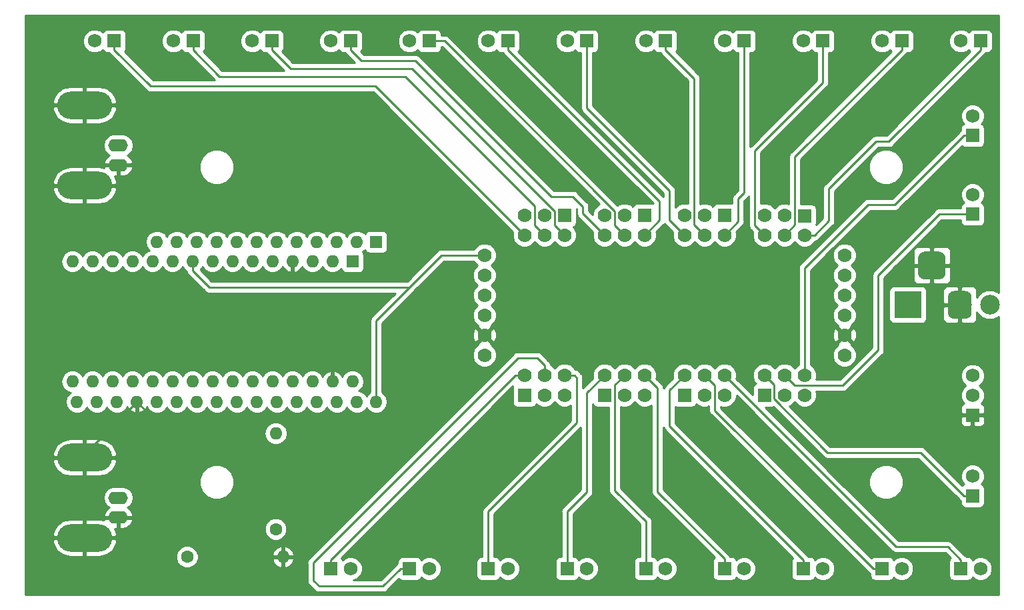
<source format=gbr>
G04 #@! TF.GenerationSoftware,KiCad,Pcbnew,(5.0.0)*
G04 #@! TF.CreationDate,2019-02-19T16:21:58+01:00*
G04 #@! TF.ProjectId,Multi Chromatic Stimulator,4D756C7469204368726F6D6174696320,rev?*
G04 #@! TF.SameCoordinates,Original*
G04 #@! TF.FileFunction,Copper,L2,Bot,Signal*
G04 #@! TF.FilePolarity,Positive*
%FSLAX46Y46*%
G04 Gerber Fmt 4.6, Leading zero omitted, Abs format (unit mm)*
G04 Created by KiCad (PCBNEW (5.0.0)) date 02/19/19 16:21:58*
%MOMM*%
%LPD*%
G01*
G04 APERTURE LIST*
G04 #@! TA.AperFunction,ComponentPad*
%ADD10C,1.750000*%
G04 #@! TD*
G04 #@! TA.AperFunction,ComponentPad*
%ADD11R,1.750000X1.750000*%
G04 #@! TD*
G04 #@! TA.AperFunction,ComponentPad*
%ADD12O,1.600000X1.600000*%
G04 #@! TD*
G04 #@! TA.AperFunction,ComponentPad*
%ADD13C,1.600000*%
G04 #@! TD*
G04 #@! TA.AperFunction,ComponentPad*
%ADD14R,1.600000X1.600000*%
G04 #@! TD*
G04 #@! TA.AperFunction,ComponentPad*
%ADD15C,1.778000*%
G04 #@! TD*
G04 #@! TA.AperFunction,ComponentPad*
%ADD16R,1.778000X1.778000*%
G04 #@! TD*
G04 #@! TA.AperFunction,ComponentPad*
%ADD17O,2.499360X1.600200*%
G04 #@! TD*
G04 #@! TA.AperFunction,ComponentPad*
%ADD18O,7.000240X3.500120*%
G04 #@! TD*
G04 #@! TA.AperFunction,ComponentPad*
%ADD19C,2.500000*%
G04 #@! TD*
G04 #@! TA.AperFunction,ComponentPad*
%ADD20R,3.500000X3.500000*%
G04 #@! TD*
G04 #@! TA.AperFunction,Conductor*
%ADD21C,0.100000*%
G04 #@! TD*
G04 #@! TA.AperFunction,ComponentPad*
%ADD22C,3.000000*%
G04 #@! TD*
G04 #@! TA.AperFunction,ComponentPad*
%ADD23C,3.500000*%
G04 #@! TD*
G04 #@! TA.AperFunction,Conductor*
%ADD24C,0.250000*%
G04 #@! TD*
G04 #@! TA.AperFunction,Conductor*
%ADD25C,0.254000*%
G04 #@! TD*
G04 APERTURE END LIST*
D10*
G04 #@! TO.P,,2*
G04 #@! TO.N,Net-(J25-Pad1)*
X69500000Y-49000000D03*
D11*
G04 #@! TO.P,,1*
G04 #@! TO.N,Net-(J24-Pad1)*
X72000000Y-49000000D03*
G04 #@! TD*
D10*
G04 #@! TO.P,,2*
G04 #@! TO.N,Net-(J25-Pad1)*
X79500000Y-49000000D03*
D11*
G04 #@! TO.P,,1*
G04 #@! TO.N,Net-(J23-Pad1)*
X82000000Y-49000000D03*
G04 #@! TD*
D10*
G04 #@! TO.P,,2*
G04 #@! TO.N,Net-(J25-Pad1)*
X89500000Y-49000000D03*
D11*
G04 #@! TO.P,,1*
G04 #@! TO.N,Net-(J22-Pad1)*
X92000000Y-49000000D03*
G04 #@! TD*
D10*
G04 #@! TO.P,,2*
G04 #@! TO.N,Net-(J25-Pad1)*
X99500000Y-49000000D03*
D11*
G04 #@! TO.P,,1*
G04 #@! TO.N,Net-(J21-Pad1)*
X102000000Y-49000000D03*
G04 #@! TD*
D10*
G04 #@! TO.P,,2*
G04 #@! TO.N,Net-(J25-Pad1)*
X109500000Y-49000000D03*
D11*
G04 #@! TO.P,,1*
G04 #@! TO.N,Net-(J20-Pad1)*
X112000000Y-49000000D03*
G04 #@! TD*
D10*
G04 #@! TO.P,,2*
G04 #@! TO.N,Net-(J25-Pad1)*
X119500000Y-49000000D03*
D11*
G04 #@! TO.P,,1*
G04 #@! TO.N,Net-(J19-Pad1)*
X122000000Y-49000000D03*
G04 #@! TD*
D10*
G04 #@! TO.P,,2*
G04 #@! TO.N,Net-(J25-Pad1)*
X129500000Y-49000000D03*
D11*
G04 #@! TO.P,,1*
G04 #@! TO.N,Net-(J18-Pad1)*
X132000000Y-49000000D03*
G04 #@! TD*
D10*
G04 #@! TO.P,,2*
G04 #@! TO.N,Net-(J25-Pad1)*
X139500000Y-49000000D03*
D11*
G04 #@! TO.P,,1*
G04 #@! TO.N,Net-(J17-Pad1)*
X142000000Y-49000000D03*
G04 #@! TD*
D10*
G04 #@! TO.P,,2*
G04 #@! TO.N,Net-(J25-Pad1)*
X149500000Y-49000000D03*
D11*
G04 #@! TO.P,,1*
G04 #@! TO.N,Net-(J16-Pad1)*
X152000000Y-49000000D03*
G04 #@! TD*
D10*
G04 #@! TO.P,,2*
G04 #@! TO.N,Net-(J25-Pad1)*
X159500000Y-49000000D03*
D11*
G04 #@! TO.P,,1*
G04 #@! TO.N,Net-(J15-Pad1)*
X162000000Y-49000000D03*
G04 #@! TD*
D10*
G04 #@! TO.P,,2*
G04 #@! TO.N,Net-(J25-Pad1)*
X169500000Y-49000000D03*
D11*
G04 #@! TO.P,,1*
G04 #@! TO.N,Net-(J14-Pad1)*
X172000000Y-49000000D03*
G04 #@! TD*
D10*
G04 #@! TO.P,,2*
G04 #@! TO.N,Net-(J25-Pad1)*
X179500000Y-49000000D03*
D11*
G04 #@! TO.P,,1*
G04 #@! TO.N,Net-(J13-Pad1)*
X182000000Y-49000000D03*
G04 #@! TD*
G04 #@! TO.P,,1*
G04 #@! TO.N,Net-(J12-Pad1)*
X181000000Y-61000000D03*
D10*
G04 #@! TO.P,,2*
G04 #@! TO.N,Net-(J25-Pad1)*
X181000000Y-58500000D03*
G04 #@! TD*
D11*
G04 #@! TO.P,,1*
G04 #@! TO.N,Net-(J11-Pad1)*
X181000000Y-71000000D03*
D10*
G04 #@! TO.P,,2*
G04 #@! TO.N,Net-(J25-Pad1)*
X181000000Y-68500000D03*
G04 #@! TD*
D11*
G04 #@! TO.P,,1*
G04 #@! TO.N,Net-(J10-Pad1)*
X181000000Y-106750000D03*
D10*
G04 #@! TO.P,,2*
G04 #@! TO.N,Net-(J25-Pad1)*
X181000000Y-104250000D03*
G04 #@! TD*
G04 #@! TO.P,,2*
G04 #@! TO.N,Net-(J25-Pad1)*
X182000000Y-116000000D03*
D11*
G04 #@! TO.P,,1*
G04 #@! TO.N,Net-(J9-Pad1)*
X179500000Y-116000000D03*
G04 #@! TD*
D10*
G04 #@! TO.P,,2*
G04 #@! TO.N,Net-(J25-Pad1)*
X172000000Y-116000000D03*
D11*
G04 #@! TO.P,,1*
G04 #@! TO.N,Net-(J8-Pad1)*
X169500000Y-116000000D03*
G04 #@! TD*
D10*
G04 #@! TO.P,,2*
G04 #@! TO.N,Net-(J25-Pad1)*
X162000000Y-116000000D03*
D11*
G04 #@! TO.P,,1*
G04 #@! TO.N,Net-(J7-Pad1)*
X159500000Y-116000000D03*
G04 #@! TD*
D10*
G04 #@! TO.P,,2*
G04 #@! TO.N,Net-(J25-Pad1)*
X152000000Y-116000000D03*
D11*
G04 #@! TO.P,,1*
G04 #@! TO.N,Net-(J6-Pad1)*
X149500000Y-116000000D03*
G04 #@! TD*
D10*
G04 #@! TO.P,,2*
G04 #@! TO.N,Net-(J25-Pad1)*
X142000000Y-116000000D03*
D11*
G04 #@! TO.P,,1*
G04 #@! TO.N,Net-(J5-Pad1)*
X139500000Y-116000000D03*
G04 #@! TD*
D10*
G04 #@! TO.P,,2*
G04 #@! TO.N,Net-(J25-Pad1)*
X132000000Y-116000000D03*
D11*
G04 #@! TO.P,,1*
G04 #@! TO.N,Net-(J4-Pad1)*
X129500000Y-116000000D03*
G04 #@! TD*
D10*
G04 #@! TO.P,,2*
G04 #@! TO.N,Net-(J25-Pad1)*
X122000000Y-116000000D03*
D11*
G04 #@! TO.P,,1*
G04 #@! TO.N,Net-(J3-Pad1)*
X119500000Y-116000000D03*
G04 #@! TD*
D10*
G04 #@! TO.P,,2*
G04 #@! TO.N,Net-(J25-Pad1)*
X112000000Y-116000000D03*
D11*
G04 #@! TO.P,,1*
G04 #@! TO.N,Net-(J2-Pad1)*
X109500000Y-116000000D03*
G04 #@! TD*
G04 #@! TO.P,,1*
G04 #@! TO.N,Net-(J1-Pad1)*
X99500000Y-116000000D03*
D10*
G04 #@! TO.P,,2*
G04 #@! TO.N,Net-(J25-Pad1)*
X102000000Y-116000000D03*
G04 #@! TD*
D12*
G04 #@! TO.P,,2*
G04 #@! TO.N,GNDREF*
X93430000Y-114500000D03*
D13*
G04 #@! TO.P,,1*
G04 #@! TO.N,Net-(A1-Pad23)*
X81250000Y-114500000D03*
G04 #@! TD*
D14*
G04 #@! TO.P,,SDA/23*
G04 #@! TO.N,N/C*
X105250000Y-74500000D03*
D12*
G04 #@! TO.P,,NC*
G04 #@! TO.N,Net-(A1-Pad17)*
X72330000Y-94830000D03*
G04 #@! TO.P,,SCL/22*
G04 #@! TO.N,N/C*
X102810000Y-74500000D03*
G04 #@! TO.P,,18*
G04 #@! TO.N,GNDREF*
X74870000Y-94830000D03*
G04 #@! TO.P,,14/A6*
G04 #@! TO.N,N/C*
X100270000Y-74500000D03*
G04 #@! TO.P,,A0/26*
G04 #@! TO.N,Net-(A1-Pad19)*
X77410000Y-94830000D03*
G04 #@! TO.P,,32/A7*
G04 #@! TO.N,N/C*
X97730000Y-74500000D03*
G04 #@! TO.P,,A1/25*
G04 #@! TO.N,Net-(A1-Pad23)*
X79950000Y-94830000D03*
G04 #@! TO.P,,15/A8*
G04 #@! TO.N,N/C*
X95190000Y-74500000D03*
G04 #@! TO.P,,A2/34*
G04 #@! TO.N,Net-(A1-Pad21)*
X82490000Y-94830000D03*
G04 #@! TO.P,,33/A9*
G04 #@! TO.N,N/C*
X92650000Y-74500000D03*
G04 #@! TO.P,,A3/39*
G04 #@! TO.N,Net-(A1-Pad22)*
X85030000Y-94830000D03*
G04 #@! TO.P,,27/A10*
G04 #@! TO.N,N/C*
X90110000Y-74500000D03*
G04 #@! TO.P,,A4/36*
G04 #@! TO.N,Net-(A1-Pad23)*
X87570000Y-94830000D03*
G04 #@! TO.P,,12/A11*
G04 #@! TO.N,N/C*
X87570000Y-74500000D03*
G04 #@! TO.P,,A5/4*
G04 #@! TO.N,Net-(A1-Pad24)*
X90110000Y-94830000D03*
G04 #@! TO.P,,13/A12*
G04 #@! TO.N,N/C*
X85030000Y-74500000D03*
G04 #@! TO.P,,SCK/5*
G04 #@! TO.N,Net-(A1-Pad25)*
X92650000Y-94830000D03*
G04 #@! TO.P,,USB*
G04 #@! TO.N,N/C*
X82490000Y-74500000D03*
G04 #@! TO.P,,MOSI/18*
G04 #@! TO.N,Net-(A1-Pad26)*
X95190000Y-94830000D03*
G04 #@! TO.P,,En*
G04 #@! TO.N,N/C*
X79950000Y-74500000D03*
G04 #@! TO.P,,MISO/19*
G04 #@! TO.N,Net-(A1-Pad27)*
X97730000Y-94830000D03*
G04 #@! TO.P,,BAT*
G04 #@! TO.N,N/C*
X77410000Y-74500000D03*
G04 #@! TO.P,,RX/16*
G04 #@! TO.N,Net-(A1-Pad28)*
X100270000Y-94830000D03*
G04 #@! TO.P,,TX/17*
G04 #@! TO.N,N/C*
X102810000Y-94830000D03*
G04 #@! TO.P,,21*
G04 #@! TO.N,Net-(A1-Pad30)*
X105250000Y-94830000D03*
G04 #@! TO.P,,3V*
G04 #@! TO.N,Net-(A1-Pad16)*
X69790000Y-94830000D03*
G04 #@! TO.P,,RST*
G04 #@! TO.N,N/C*
X67250000Y-94830000D03*
G04 #@! TD*
D15*
G04 #@! TO.P,,25*
G04 #@! TO.N,Net-(J21-Pad1)*
X134255000Y-73660000D03*
G04 #@! TO.P,,*
G04 #@! TO.N,Net-(J25-Pad1)*
X134255000Y-71120000D03*
G04 #@! TO.P,,26*
G04 #@! TO.N,Net-(J22-Pad1)*
X129175000Y-73660000D03*
G04 #@! TO.P,,*
G04 #@! TO.N,Net-(J25-Pad1)*
X126635000Y-71120000D03*
G04 #@! TO.P,,27*
G04 #@! TO.N,Net-(J23-Pad1)*
X126635000Y-73660000D03*
G04 #@! TO.P,,*
G04 #@! TO.N,Net-(J25-Pad1)*
X124095000Y-71120000D03*
G04 #@! TO.P,,28*
G04 #@! TO.N,Net-(J24-Pad1)*
X124095000Y-73660000D03*
G04 #@! TO.P,,*
G04 #@! TO.N,Net-(J25-Pad1)*
X136795000Y-71120000D03*
G04 #@! TO.P,,24*
G04 #@! TO.N,Net-(J20-Pad1)*
X136795000Y-73660000D03*
G04 #@! TO.P,,23*
G04 #@! TO.N,Net-(J19-Pad1)*
X139335000Y-73660000D03*
G04 #@! TO.P,,*
G04 #@! TO.N,Net-(J25-Pad1)*
X146955000Y-71120000D03*
X144415000Y-71120000D03*
G04 #@! TO.P,,22*
G04 #@! TO.N,Net-(J18-Pad1)*
X144415000Y-73660000D03*
G04 #@! TO.P,,21*
G04 #@! TO.N,Net-(J17-Pad1)*
X146955000Y-73660000D03*
G04 #@! TO.P,,20*
G04 #@! TO.N,Net-(J16-Pad1)*
X149495000Y-73660000D03*
G04 #@! TO.P,,19*
G04 #@! TO.N,Net-(J15-Pad1)*
X154575000Y-73660000D03*
G04 #@! TO.P,,*
G04 #@! TO.N,Net-(J25-Pad1)*
X154575000Y-71120000D03*
X157115000Y-71120000D03*
G04 #@! TO.P,,18*
G04 #@! TO.N,Net-(J14-Pad1)*
X157115000Y-73660000D03*
G04 #@! TO.P,,17*
G04 #@! TO.N,Net-(J13-Pad1)*
X159655000Y-73660000D03*
G04 #@! TO.P,,16*
G04 #@! TO.N,Net-(J12-Pad1)*
X159655000Y-91440000D03*
G04 #@! TO.P,,*
G04 #@! TO.N,Net-(J25-Pad1)*
X159655000Y-93980000D03*
X157115000Y-93980000D03*
G04 #@! TO.P,,15*
G04 #@! TO.N,Net-(J11-Pad1)*
X157115000Y-91440000D03*
G04 #@! TO.P,,14*
G04 #@! TO.N,Net-(J10-Pad1)*
X154575000Y-91440000D03*
G04 #@! TO.P,,*
G04 #@! TO.N,Net-(J25-Pad1)*
X149495000Y-93980000D03*
X146955000Y-93980000D03*
G04 #@! TO.P,,13*
G04 #@! TO.N,Net-(J9-Pad1)*
X149495000Y-91440000D03*
G04 #@! TO.P,,12*
G04 #@! TO.N,Net-(J8-Pad1)*
X146955000Y-91440000D03*
G04 #@! TO.P,,11*
G04 #@! TO.N,Net-(J7-Pad1)*
X144415000Y-91440000D03*
D16*
G04 #@! TO.P,,*
G04 #@! TO.N,Net-(J25-Pad1)*
X129175000Y-71120000D03*
X139335000Y-71120000D03*
X149495000Y-71120000D03*
X159655000Y-71250000D03*
X154575000Y-93980000D03*
X144415000Y-93980000D03*
D15*
X139335000Y-93980000D03*
X136795000Y-93980000D03*
D16*
X134255000Y-93980000D03*
D15*
G04 #@! TO.P,,10*
G04 #@! TO.N,Net-(J6-Pad1)*
X139335000Y-91440000D03*
G04 #@! TO.P,,9*
G04 #@! TO.N,Net-(J5-Pad1)*
X136795000Y-91440000D03*
G04 #@! TO.P,,8*
G04 #@! TO.N,Net-(J4-Pad1)*
X134255000Y-91440000D03*
G04 #@! TO.P,,*
G04 #@! TO.N,Net-(J25-Pad1)*
X129175000Y-93980000D03*
X126635000Y-93980000D03*
D16*
X124095000Y-93980000D03*
D15*
G04 #@! TO.P,,7*
G04 #@! TO.N,Net-(J3-Pad1)*
X129175000Y-91440000D03*
G04 #@! TO.P,,6*
G04 #@! TO.N,Net-(J2-Pad1)*
X126635000Y-91440000D03*
G04 #@! TO.P,,5*
G04 #@! TO.N,Net-(J1-Pad1)*
X124095000Y-91440000D03*
G04 #@! TO.P,,30*
G04 #@! TO.N,Net-(A1-Pad30)*
X119015000Y-76200000D03*
G04 #@! TO.P,,2*
G04 #@! TO.N,Net-(A1-Pad23)*
X119015000Y-78740000D03*
G04 #@! TO.P,,3*
G04 #@! TO.N,Net-(A1-Pad25)*
X119015000Y-81280000D03*
G04 #@! TO.P,,4*
G04 #@! TO.N,Net-(A1-Pad26)*
X119015000Y-83820000D03*
G04 #@! TO.P,,1*
G04 #@! TO.N,GNDREF*
X119015000Y-86370000D03*
G04 #@! TO.P,,32*
G04 #@! TO.N,Net-(J25-Pad1)*
X119015000Y-88890000D03*
X164735000Y-88900000D03*
G04 #@! TO.P,,*
G04 #@! TO.N,GNDREF*
X164735000Y-86360000D03*
G04 #@! TO.N,*
X164735000Y-83820000D03*
X164735000Y-81280000D03*
X164735000Y-78740000D03*
X164735000Y-76200000D03*
G04 #@! TD*
D17*
G04 #@! TO.P,,2*
G04 #@! TO.N,GNDREF*
X72501260Y-64749360D03*
G04 #@! TO.P,,1*
G04 #@! TO.N,Net-(A1-Pad23)*
X72501260Y-62250000D03*
D18*
G04 #@! TO.P,,2*
G04 #@! TO.N,GNDREF*
X68236600Y-57149680D03*
X68236600Y-67347780D03*
G04 #@! TD*
D19*
G04 #@! TO.P,J2,4*
G04 #@! TO.N,N/C*
X183175000Y-82500000D03*
D20*
G04 #@! TO.P,J2,1*
G04 #@! TO.N,Net-(J25-Pad1)*
X172775000Y-82500000D03*
D21*
G04 #@! TD*
G04 #@! TO.N,GNDREF*
G04 #@! TO.C,J2*
G36*
X180198513Y-80753611D02*
X180271318Y-80764411D01*
X180342714Y-80782295D01*
X180412013Y-80807090D01*
X180478548Y-80838559D01*
X180541678Y-80876398D01*
X180600795Y-80920242D01*
X180655330Y-80969670D01*
X180704758Y-81024205D01*
X180748602Y-81083322D01*
X180786441Y-81146452D01*
X180817910Y-81212987D01*
X180842705Y-81282286D01*
X180860589Y-81353682D01*
X180871389Y-81426487D01*
X180875000Y-81500000D01*
X180875000Y-83500000D01*
X180871389Y-83573513D01*
X180860589Y-83646318D01*
X180842705Y-83717714D01*
X180817910Y-83787013D01*
X180786441Y-83853548D01*
X180748602Y-83916678D01*
X180704758Y-83975795D01*
X180655330Y-84030330D01*
X180600795Y-84079758D01*
X180541678Y-84123602D01*
X180478548Y-84161441D01*
X180412013Y-84192910D01*
X180342714Y-84217705D01*
X180271318Y-84235589D01*
X180198513Y-84246389D01*
X180125000Y-84250000D01*
X178625000Y-84250000D01*
X178551487Y-84246389D01*
X178478682Y-84235589D01*
X178407286Y-84217705D01*
X178337987Y-84192910D01*
X178271452Y-84161441D01*
X178208322Y-84123602D01*
X178149205Y-84079758D01*
X178094670Y-84030330D01*
X178045242Y-83975795D01*
X178001398Y-83916678D01*
X177963559Y-83853548D01*
X177932090Y-83787013D01*
X177907295Y-83717714D01*
X177889411Y-83646318D01*
X177878611Y-83573513D01*
X177875000Y-83500000D01*
X177875000Y-81500000D01*
X177878611Y-81426487D01*
X177889411Y-81353682D01*
X177907295Y-81282286D01*
X177932090Y-81212987D01*
X177963559Y-81146452D01*
X178001398Y-81083322D01*
X178045242Y-81024205D01*
X178094670Y-80969670D01*
X178149205Y-80920242D01*
X178208322Y-80876398D01*
X178271452Y-80838559D01*
X178337987Y-80807090D01*
X178407286Y-80782295D01*
X178478682Y-80764411D01*
X178551487Y-80753611D01*
X178625000Y-80750000D01*
X180125000Y-80750000D01*
X180198513Y-80753611D01*
X180198513Y-80753611D01*
G37*
D22*
G04 #@! TO.P,J2,2*
G04 #@! TO.N,GNDREF*
X179375000Y-82500000D03*
D21*
G04 #@! TD*
G04 #@! TO.N,GNDREF*
G04 #@! TO.C,J2*
G36*
X176785765Y-75754213D02*
X176870704Y-75766813D01*
X176953999Y-75787677D01*
X177034848Y-75816605D01*
X177112472Y-75853319D01*
X177186124Y-75897464D01*
X177255094Y-75948616D01*
X177318718Y-76006282D01*
X177376384Y-76069906D01*
X177427536Y-76138876D01*
X177471681Y-76212528D01*
X177508395Y-76290152D01*
X177537323Y-76371001D01*
X177558187Y-76454296D01*
X177570787Y-76539235D01*
X177575000Y-76625000D01*
X177575000Y-78375000D01*
X177570787Y-78460765D01*
X177558187Y-78545704D01*
X177537323Y-78628999D01*
X177508395Y-78709848D01*
X177471681Y-78787472D01*
X177427536Y-78861124D01*
X177376384Y-78930094D01*
X177318718Y-78993718D01*
X177255094Y-79051384D01*
X177186124Y-79102536D01*
X177112472Y-79146681D01*
X177034848Y-79183395D01*
X176953999Y-79212323D01*
X176870704Y-79233187D01*
X176785765Y-79245787D01*
X176700000Y-79250000D01*
X174950000Y-79250000D01*
X174864235Y-79245787D01*
X174779296Y-79233187D01*
X174696001Y-79212323D01*
X174615152Y-79183395D01*
X174537528Y-79146681D01*
X174463876Y-79102536D01*
X174394906Y-79051384D01*
X174331282Y-78993718D01*
X174273616Y-78930094D01*
X174222464Y-78861124D01*
X174178319Y-78787472D01*
X174141605Y-78709848D01*
X174112677Y-78628999D01*
X174091813Y-78545704D01*
X174079213Y-78460765D01*
X174075000Y-78375000D01*
X174075000Y-76625000D01*
X174079213Y-76539235D01*
X174091813Y-76454296D01*
X174112677Y-76371001D01*
X174141605Y-76290152D01*
X174178319Y-76212528D01*
X174222464Y-76138876D01*
X174273616Y-76069906D01*
X174331282Y-76006282D01*
X174394906Y-75948616D01*
X174463876Y-75897464D01*
X174537528Y-75853319D01*
X174615152Y-75816605D01*
X174696001Y-75787677D01*
X174779296Y-75766813D01*
X174864235Y-75754213D01*
X174950000Y-75750000D01*
X176700000Y-75750000D01*
X176785765Y-75754213D01*
X176785765Y-75754213D01*
G37*
D23*
G04 #@! TO.P,J2,3*
G04 #@! TO.N,GNDREF*
X175825000Y-77500000D03*
G04 #@! TD*
D18*
G04 #@! TO.P,,2*
G04 #@! TO.N,GNDREF*
X68236600Y-112097780D03*
X68236600Y-101899680D03*
D17*
G04 #@! TO.P,,1*
G04 #@! TO.N,Net-(A1-Pad19)*
X72501260Y-107000000D03*
G04 #@! TO.P,,2*
G04 #@! TO.N,GNDREF*
X72501260Y-109499360D03*
G04 #@! TD*
D12*
G04 #@! TO.P,,D13*
G04 #@! TO.N,N/C*
X66690000Y-92240000D03*
G04 #@! TO.P,,D12*
X66690000Y-77000000D03*
G04 #@! TO.P,,Vin*
X102250000Y-92240000D03*
G04 #@! TO.P,,D11*
X69230000Y-77000000D03*
G04 #@! TO.P,,GND*
G04 #@! TO.N,GNDREF*
X99710000Y-92240000D03*
G04 #@! TO.P,,D10*
G04 #@! TO.N,N/C*
X71770000Y-77000000D03*
G04 #@! TO.P,,RST*
X97170000Y-92240000D03*
G04 #@! TO.P,,D9*
X74310000Y-77000000D03*
G04 #@! TO.P,,5V*
X94630000Y-92240000D03*
G04 #@! TO.P,,D8*
X76850000Y-77000000D03*
G04 #@! TO.P,,A7*
X92090000Y-92240000D03*
G04 #@! TO.P,,D7*
X79390000Y-77000000D03*
G04 #@! TO.P,,A6*
X89550000Y-92240000D03*
G04 #@! TO.P,,D6*
G04 #@! TO.N,Net-(A1-Pad30)*
X81930000Y-77000000D03*
G04 #@! TO.P,,A5*
G04 #@! TO.N,N/C*
X87010000Y-92240000D03*
G04 #@! TO.P,,D5*
G04 #@! TO.N,Net-(A1-Pad25)*
X84470000Y-77000000D03*
G04 #@! TO.P,,A4*
G04 #@! TO.N,N/C*
X84470000Y-92240000D03*
G04 #@! TO.P,,D4*
G04 #@! TO.N,Net-(A1-Pad26)*
X87010000Y-77000000D03*
G04 #@! TO.P,,A3*
G04 #@! TO.N,N/C*
X81930000Y-92240000D03*
G04 #@! TO.P,,D3*
G04 #@! TO.N,Net-(A1-Pad23)*
X89550000Y-77000000D03*
G04 #@! TO.P,,A2*
G04 #@! TO.N,N/C*
X79390000Y-92240000D03*
G04 #@! TO.P,,D2*
G04 #@! TO.N,Net-(A1-Pad23)*
X92090000Y-77000000D03*
G04 #@! TO.P,,A1*
G04 #@! TO.N,N/C*
X76850000Y-92240000D03*
G04 #@! TO.P,,GND*
G04 #@! TO.N,GNDREF*
X94630000Y-77000000D03*
G04 #@! TO.P,,A0*
G04 #@! TO.N,Net-(A1-Pad19)*
X74310000Y-92240000D03*
G04 #@! TO.P,,RST*
G04 #@! TO.N,N/C*
X97170000Y-77000000D03*
G04 #@! TO.P,,REF*
X71770000Y-92240000D03*
G04 #@! TO.P,,RX0*
X99710000Y-77000000D03*
G04 #@! TO.P,,3V3*
X69230000Y-92240000D03*
D14*
G04 #@! TO.P,,TX1*
X102250000Y-77000000D03*
G04 #@! TD*
D13*
G04 #@! TO.P,,1*
G04 #@! TO.N,Net-(A1-Pad23)*
X92500000Y-111000000D03*
D12*
G04 #@! TO.P,,2*
X92500000Y-98820000D03*
G04 #@! TD*
D11*
G04 #@! TO.P,,1*
G04 #@! TO.N,GNDREF*
X181000000Y-96500000D03*
D10*
G04 #@! TO.P,,2*
G04 #@! TO.N,Net-(J25-Pad1)*
X181000000Y-94000000D03*
G04 #@! TO.P,,3*
X181000000Y-91500000D03*
G04 #@! TD*
D24*
G04 #@! TO.N,GNDREF*
X74870000Y-94830000D02*
X76250000Y-96210000D01*
X74870000Y-94830000D02*
X68236600Y-101463400D01*
X68236600Y-101463400D02*
X68236600Y-101899680D01*
G04 #@! TO.N,Net-(A1-Pad30)*
X81930000Y-78131370D02*
X84048630Y-80250000D01*
X81930000Y-77000000D02*
X81930000Y-78131370D01*
X84048630Y-80250000D02*
X109500000Y-80250000D01*
X113550000Y-76200000D02*
X119015000Y-76200000D01*
X109500000Y-80250000D02*
X113550000Y-76200000D01*
X105250000Y-84500000D02*
X109500000Y-80250000D01*
X105250000Y-94830000D02*
X105250000Y-84500000D01*
G04 #@! TO.N,Net-(J1-Pad1)*
X122935000Y-91440000D02*
X124095000Y-91440000D01*
X99500000Y-114875000D02*
X122935000Y-91440000D01*
X99500000Y-116000000D02*
X99500000Y-114875000D01*
G04 #@! TO.N,Net-(J2-Pad1)*
X106125000Y-118250000D02*
X108375000Y-116000000D01*
X98000000Y-118250000D02*
X106125000Y-118250000D01*
X126635000Y-91440000D02*
X126635000Y-90182765D01*
X108375000Y-116000000D02*
X109500000Y-116000000D01*
X126635000Y-90182765D02*
X125702235Y-89250000D01*
X125702235Y-89250000D02*
X123250000Y-89250000D01*
X123250000Y-89250000D02*
X97250000Y-115250000D01*
X97250000Y-115250000D02*
X97250000Y-117500000D01*
X97250000Y-117500000D02*
X98000000Y-118250000D01*
G04 #@! TO.N,Net-(J3-Pad1)*
X130432235Y-91440000D02*
X130750000Y-91757765D01*
X129175000Y-91440000D02*
X130432235Y-91440000D01*
X130750000Y-91757765D02*
X130750000Y-97500000D01*
X119500000Y-108750000D02*
X119500000Y-116000000D01*
X130750000Y-97500000D02*
X119500000Y-108750000D01*
G04 #@! TO.N,Net-(J4-Pad1)*
X134255000Y-91440000D02*
X132000000Y-93695000D01*
X132000000Y-93695000D02*
X132000000Y-106250000D01*
X129500000Y-108750000D02*
X129500000Y-116000000D01*
X132000000Y-106250000D02*
X129500000Y-108750000D01*
G04 #@! TO.N,Net-(J5-Pad1)*
X135580999Y-92654001D02*
X135580999Y-106080999D01*
X136795000Y-91440000D02*
X135580999Y-92654001D01*
X139500000Y-110000000D02*
X139500000Y-116000000D01*
X135580999Y-106080999D02*
X139500000Y-110000000D01*
G04 #@! TO.N,Net-(J6-Pad1)*
X139335000Y-91440000D02*
X141000000Y-93105000D01*
X141000000Y-93105000D02*
X141000000Y-106250000D01*
X149500000Y-114750000D02*
X149500000Y-116000000D01*
X141000000Y-106250000D02*
X149500000Y-114750000D01*
G04 #@! TO.N,Net-(J7-Pad1)*
X144415000Y-91440000D02*
X142500000Y-93355000D01*
X159500000Y-114875000D02*
X159500000Y-116000000D01*
X142500000Y-97875000D02*
X159500000Y-114875000D01*
X142500000Y-93355000D02*
X142500000Y-97875000D01*
G04 #@! TO.N,Net-(J8-Pad1)*
X168375000Y-116000000D02*
X169500000Y-116000000D01*
X148280999Y-95905999D02*
X168375000Y-116000000D01*
X148280999Y-92765999D02*
X148280999Y-95905999D01*
X146955000Y-91440000D02*
X148280999Y-92765999D01*
G04 #@! TO.N,Net-(J9-Pad1)*
X179500000Y-114875000D02*
X179500000Y-116000000D01*
X177875000Y-113250000D02*
X179500000Y-114875000D01*
X171305000Y-113250000D02*
X177875000Y-113250000D01*
X149495000Y-91440000D02*
X171305000Y-113250000D01*
G04 #@! TO.N,Net-(J10-Pad1)*
X155789001Y-94450723D02*
X162588278Y-101250000D01*
X154575000Y-91440000D02*
X155789001Y-92654001D01*
X155789001Y-92654001D02*
X155789001Y-94450723D01*
X179875000Y-106750000D02*
X181000000Y-106750000D01*
X174375000Y-101250000D02*
X179875000Y-106750000D01*
X162588278Y-101250000D02*
X174375000Y-101250000D01*
G04 #@! TO.N,Net-(J11-Pad1)*
X157115000Y-91440000D02*
X158425000Y-92750000D01*
X158425000Y-92750000D02*
X164500000Y-92750000D01*
X164500000Y-92750000D02*
X169000000Y-88250000D01*
X169000000Y-88250000D02*
X169000000Y-78750000D01*
X176750000Y-71000000D02*
X181000000Y-71000000D01*
X169000000Y-78750000D02*
X176750000Y-71000000D01*
G04 #@! TO.N,Net-(J12-Pad1)*
X159655000Y-91440000D02*
X159655000Y-77845000D01*
X159655000Y-77845000D02*
X167750000Y-69750000D01*
X179875000Y-61000000D02*
X181000000Y-61000000D01*
X171125000Y-69750000D02*
X179875000Y-61000000D01*
X167750000Y-69750000D02*
X171125000Y-69750000D01*
G04 #@! TO.N,Net-(J13-Pad1)*
X159655000Y-73660000D02*
X160912235Y-73660000D01*
X182000000Y-50125000D02*
X170375000Y-61750000D01*
X182000000Y-49000000D02*
X182000000Y-50125000D01*
X170375000Y-61750000D02*
X168750000Y-61750000D01*
X168750000Y-61750000D02*
X162750000Y-67750000D01*
X162750000Y-71822235D02*
X160912235Y-73660000D01*
X162750000Y-67750000D02*
X162750000Y-71822235D01*
G04 #@! TO.N,Net-(J14-Pad1)*
X172000000Y-50125000D02*
X172000000Y-49000000D01*
X158440999Y-63684001D02*
X172000000Y-50125000D01*
X158440999Y-72334001D02*
X158440999Y-63684001D01*
X157115000Y-73660000D02*
X158440999Y-72334001D01*
G04 #@! TO.N,Net-(J15-Pad1)*
X162000000Y-49000000D02*
X162000000Y-54250000D01*
X153686001Y-72771001D02*
X154575000Y-73660000D01*
X153360999Y-72445999D02*
X153686001Y-72771001D01*
X153360999Y-62889001D02*
X153360999Y-72445999D01*
X162000000Y-54250000D02*
X153360999Y-62889001D01*
G04 #@! TO.N,Net-(J16-Pad1)*
X152000000Y-49000000D02*
X152000000Y-68250000D01*
X152000000Y-68250000D02*
X151250000Y-69000000D01*
X151250000Y-71905000D02*
X149495000Y-73660000D01*
X151250000Y-69000000D02*
X151250000Y-71905000D01*
G04 #@! TO.N,Net-(J17-Pad1)*
X146066001Y-72771001D02*
X146955000Y-73660000D01*
X145629001Y-72334001D02*
X146066001Y-72771001D01*
X145629001Y-53754001D02*
X145629001Y-72334001D01*
X142000000Y-50125000D02*
X145629001Y-53754001D01*
X142000000Y-49000000D02*
X142000000Y-50125000D01*
G04 #@! TO.N,Net-(J18-Pad1)*
X132000000Y-49000000D02*
X132000000Y-57500000D01*
X132000000Y-57500000D02*
X142500000Y-68000000D01*
X142500000Y-71745000D02*
X144415000Y-73660000D01*
X142500000Y-68000000D02*
X142500000Y-71745000D01*
G04 #@! TO.N,Net-(J19-Pad1)*
X122000000Y-50125000D02*
X141250000Y-69375000D01*
X122000000Y-49000000D02*
X122000000Y-50125000D01*
X141250000Y-71745000D02*
X139335000Y-73660000D01*
X141250000Y-69375000D02*
X141250000Y-71745000D01*
G04 #@! TO.N,Net-(J20-Pad1)*
X135906001Y-72771001D02*
X136795000Y-73660000D01*
X135580999Y-72445999D02*
X135906001Y-72771001D01*
X135580999Y-70649277D02*
X135580999Y-72445999D01*
X113931722Y-49000000D02*
X135580999Y-70649277D01*
X112000000Y-49000000D02*
X113931722Y-49000000D01*
G04 #@! TO.N,Net-(J21-Pad1)*
X131500000Y-70000000D02*
X131500000Y-70905000D01*
X102000000Y-50125000D02*
X103375000Y-51500000D01*
X102000000Y-49000000D02*
X102000000Y-50125000D01*
X103375000Y-51500000D02*
X110250000Y-51500000D01*
X110250000Y-51500000D02*
X127500000Y-68750000D01*
X131500000Y-70905000D02*
X134255000Y-73660000D01*
X127500000Y-68750000D02*
X130250000Y-68750000D01*
X130250000Y-68750000D02*
X131500000Y-70000000D01*
G04 #@! TO.N,Net-(J22-Pad1)*
X92000000Y-50125000D02*
X94375000Y-52500000D01*
X92000000Y-49000000D02*
X92000000Y-50125000D01*
X128286001Y-72771001D02*
X129175000Y-73660000D01*
X127960999Y-72445999D02*
X128286001Y-72771001D01*
X127960999Y-70649277D02*
X127960999Y-72445999D01*
X109811722Y-52500000D02*
X127960999Y-70649277D01*
X94375000Y-52500000D02*
X109811722Y-52500000D01*
G04 #@! TO.N,Net-(J23-Pad1)*
X82000000Y-50125000D02*
X85375000Y-53500000D01*
X82000000Y-49000000D02*
X82000000Y-50125000D01*
X85375000Y-53500000D02*
X109000000Y-53500000D01*
X125746001Y-72771001D02*
X126635000Y-73660000D01*
X125420999Y-72445999D02*
X125746001Y-72771001D01*
X125420999Y-69920999D02*
X125420999Y-72445999D01*
X109000000Y-53500000D02*
X125420999Y-69920999D01*
G04 #@! TO.N,Net-(J24-Pad1)*
X72000000Y-50125000D02*
X76625000Y-54750000D01*
X72000000Y-49000000D02*
X72000000Y-50125000D01*
X105185000Y-54750000D02*
X124095000Y-73660000D01*
X76625000Y-54750000D02*
X105185000Y-54750000D01*
G04 #@! TD*
D25*
G04 #@! TO.N,GNDREF*
G36*
X184290001Y-80949208D02*
X184242767Y-80901974D01*
X183549950Y-80615000D01*
X182800050Y-80615000D01*
X182107233Y-80901974D01*
X181576974Y-81432233D01*
X181510000Y-81593923D01*
X181510000Y-80623690D01*
X181413327Y-80390301D01*
X181234698Y-80211673D01*
X181001309Y-80115000D01*
X179660750Y-80115000D01*
X179502000Y-80273750D01*
X179502000Y-82373000D01*
X179522000Y-82373000D01*
X179522000Y-82627000D01*
X179502000Y-82627000D01*
X179502000Y-84726250D01*
X179660750Y-84885000D01*
X181001309Y-84885000D01*
X181234698Y-84788327D01*
X181413327Y-84609699D01*
X181510000Y-84376310D01*
X181510000Y-83406077D01*
X181576974Y-83567767D01*
X182107233Y-84098026D01*
X182800050Y-84385000D01*
X183549950Y-84385000D01*
X184242767Y-84098026D01*
X184290000Y-84050793D01*
X184290000Y-119290000D01*
X60710000Y-119290000D01*
X60710000Y-112595793D01*
X64154054Y-112595793D01*
X64234431Y-112893170D01*
X64710245Y-113694469D01*
X65456484Y-114252687D01*
X66359540Y-114482840D01*
X68109600Y-114482840D01*
X68109600Y-112224780D01*
X68363600Y-112224780D01*
X68363600Y-114482840D01*
X70113660Y-114482840D01*
X71016716Y-114252687D01*
X71067683Y-114214561D01*
X79815000Y-114214561D01*
X79815000Y-114785439D01*
X80033466Y-115312862D01*
X80437138Y-115716534D01*
X80964561Y-115935000D01*
X81535439Y-115935000D01*
X82062862Y-115716534D01*
X82466534Y-115312862D01*
X82658655Y-114849039D01*
X92038096Y-114849039D01*
X92198959Y-115237423D01*
X92574866Y-115652389D01*
X93080959Y-115891914D01*
X93303000Y-115770629D01*
X93303000Y-114627000D01*
X93557000Y-114627000D01*
X93557000Y-115770629D01*
X93779041Y-115891914D01*
X94285134Y-115652389D01*
X94649647Y-115250000D01*
X96475112Y-115250000D01*
X96490000Y-115324847D01*
X96490001Y-117425148D01*
X96475112Y-117500000D01*
X96490001Y-117574852D01*
X96527929Y-117765527D01*
X96534097Y-117796537D01*
X96638952Y-117953463D01*
X96702072Y-118047929D01*
X96765528Y-118090329D01*
X97409671Y-118734473D01*
X97452071Y-118797929D01*
X97703463Y-118965904D01*
X97925148Y-119010000D01*
X97925152Y-119010000D01*
X97999999Y-119024888D01*
X98074846Y-119010000D01*
X106050153Y-119010000D01*
X106125000Y-119024888D01*
X106199847Y-119010000D01*
X106199852Y-119010000D01*
X106421537Y-118965904D01*
X106672929Y-118797929D01*
X106715331Y-118734470D01*
X108147084Y-117302717D01*
X108167191Y-117332809D01*
X108377235Y-117473157D01*
X108625000Y-117522440D01*
X110375000Y-117522440D01*
X110622765Y-117473157D01*
X110832809Y-117332809D01*
X110973157Y-117122765D01*
X110975504Y-117110966D01*
X111144654Y-117280116D01*
X111699642Y-117510000D01*
X112300358Y-117510000D01*
X112855346Y-117280116D01*
X113280116Y-116855346D01*
X113510000Y-116300358D01*
X113510000Y-115699642D01*
X113280116Y-115144654D01*
X112855346Y-114719884D01*
X112300358Y-114490000D01*
X111699642Y-114490000D01*
X111144654Y-114719884D01*
X110975504Y-114889034D01*
X110973157Y-114877235D01*
X110832809Y-114667191D01*
X110622765Y-114526843D01*
X110375000Y-114477560D01*
X108625000Y-114477560D01*
X108377235Y-114526843D01*
X108167191Y-114667191D01*
X108026843Y-114877235D01*
X107977560Y-115125000D01*
X107977560Y-115351517D01*
X107827071Y-115452071D01*
X107784671Y-115515527D01*
X105810199Y-117490000D01*
X102348642Y-117490000D01*
X102855346Y-117280116D01*
X103280116Y-116855346D01*
X103510000Y-116300358D01*
X103510000Y-115699642D01*
X103280116Y-115144654D01*
X102855346Y-114719884D01*
X102300358Y-114490000D01*
X101699642Y-114490000D01*
X101144654Y-114719884D01*
X100975504Y-114889034D01*
X100973157Y-114877235D01*
X100832809Y-114667191D01*
X100802717Y-114647084D01*
X122610413Y-92839389D01*
X122607843Y-92843235D01*
X122558560Y-93091000D01*
X122558560Y-94869000D01*
X122607843Y-95116765D01*
X122748191Y-95326809D01*
X122958235Y-95467157D01*
X123206000Y-95516440D01*
X124984000Y-95516440D01*
X125231765Y-95467157D01*
X125441809Y-95326809D01*
X125582157Y-95116765D01*
X125587855Y-95088117D01*
X125771723Y-95271985D01*
X126331858Y-95504000D01*
X126938142Y-95504000D01*
X127498277Y-95271985D01*
X127905000Y-94865262D01*
X128311723Y-95271985D01*
X128871858Y-95504000D01*
X129478142Y-95504000D01*
X129990001Y-95291982D01*
X129990001Y-97185197D01*
X119015530Y-108159669D01*
X118952071Y-108202071D01*
X118784096Y-108453464D01*
X118740000Y-108675149D01*
X118740000Y-108675153D01*
X118725112Y-108750000D01*
X118740000Y-108824847D01*
X118740001Y-114477560D01*
X118625000Y-114477560D01*
X118377235Y-114526843D01*
X118167191Y-114667191D01*
X118026843Y-114877235D01*
X117977560Y-115125000D01*
X117977560Y-116875000D01*
X118026843Y-117122765D01*
X118167191Y-117332809D01*
X118377235Y-117473157D01*
X118625000Y-117522440D01*
X120375000Y-117522440D01*
X120622765Y-117473157D01*
X120832809Y-117332809D01*
X120973157Y-117122765D01*
X120975504Y-117110966D01*
X121144654Y-117280116D01*
X121699642Y-117510000D01*
X122300358Y-117510000D01*
X122855346Y-117280116D01*
X123280116Y-116855346D01*
X123510000Y-116300358D01*
X123510000Y-115699642D01*
X123280116Y-115144654D01*
X122855346Y-114719884D01*
X122300358Y-114490000D01*
X121699642Y-114490000D01*
X121144654Y-114719884D01*
X120975504Y-114889034D01*
X120973157Y-114877235D01*
X120832809Y-114667191D01*
X120622765Y-114526843D01*
X120375000Y-114477560D01*
X120260000Y-114477560D01*
X120260000Y-109064801D01*
X131234473Y-98090329D01*
X131240000Y-98086636D01*
X131240001Y-105935197D01*
X129015530Y-108159669D01*
X128952071Y-108202071D01*
X128784096Y-108453464D01*
X128740000Y-108675149D01*
X128740000Y-108675153D01*
X128725112Y-108750000D01*
X128740000Y-108824847D01*
X128740001Y-114477560D01*
X128625000Y-114477560D01*
X128377235Y-114526843D01*
X128167191Y-114667191D01*
X128026843Y-114877235D01*
X127977560Y-115125000D01*
X127977560Y-116875000D01*
X128026843Y-117122765D01*
X128167191Y-117332809D01*
X128377235Y-117473157D01*
X128625000Y-117522440D01*
X130375000Y-117522440D01*
X130622765Y-117473157D01*
X130832809Y-117332809D01*
X130973157Y-117122765D01*
X130975504Y-117110966D01*
X131144654Y-117280116D01*
X131699642Y-117510000D01*
X132300358Y-117510000D01*
X132855346Y-117280116D01*
X133280116Y-116855346D01*
X133510000Y-116300358D01*
X133510000Y-115699642D01*
X133280116Y-115144654D01*
X132855346Y-114719884D01*
X132300358Y-114490000D01*
X131699642Y-114490000D01*
X131144654Y-114719884D01*
X130975504Y-114889034D01*
X130973157Y-114877235D01*
X130832809Y-114667191D01*
X130622765Y-114526843D01*
X130375000Y-114477560D01*
X130260000Y-114477560D01*
X130260000Y-109064801D01*
X132484473Y-106840329D01*
X132547929Y-106797929D01*
X132715904Y-106546537D01*
X132760000Y-106324852D01*
X132760000Y-106324847D01*
X132774888Y-106250000D01*
X132760000Y-106175153D01*
X132760000Y-95077335D01*
X132767843Y-95116765D01*
X132908191Y-95326809D01*
X133118235Y-95467157D01*
X133366000Y-95516440D01*
X134820999Y-95516440D01*
X134821000Y-106006147D01*
X134806111Y-106080999D01*
X134865096Y-106377536D01*
X134978020Y-106546538D01*
X135033071Y-106628928D01*
X135096527Y-106671328D01*
X138740000Y-110314803D01*
X138740001Y-114477560D01*
X138625000Y-114477560D01*
X138377235Y-114526843D01*
X138167191Y-114667191D01*
X138026843Y-114877235D01*
X137977560Y-115125000D01*
X137977560Y-116875000D01*
X138026843Y-117122765D01*
X138167191Y-117332809D01*
X138377235Y-117473157D01*
X138625000Y-117522440D01*
X140375000Y-117522440D01*
X140622765Y-117473157D01*
X140832809Y-117332809D01*
X140973157Y-117122765D01*
X140975504Y-117110966D01*
X141144654Y-117280116D01*
X141699642Y-117510000D01*
X142300358Y-117510000D01*
X142855346Y-117280116D01*
X143280116Y-116855346D01*
X143510000Y-116300358D01*
X143510000Y-115699642D01*
X143280116Y-115144654D01*
X142855346Y-114719884D01*
X142300358Y-114490000D01*
X141699642Y-114490000D01*
X141144654Y-114719884D01*
X140975504Y-114889034D01*
X140973157Y-114877235D01*
X140832809Y-114667191D01*
X140622765Y-114526843D01*
X140375000Y-114477560D01*
X140260000Y-114477560D01*
X140260000Y-110074846D01*
X140274888Y-109999999D01*
X140260000Y-109925152D01*
X140260000Y-109925148D01*
X140215904Y-109703463D01*
X140096584Y-109524888D01*
X140090329Y-109515526D01*
X140090327Y-109515524D01*
X140047929Y-109452071D01*
X139984476Y-109409673D01*
X136340999Y-105766198D01*
X136340999Y-95441512D01*
X136491858Y-95504000D01*
X137098142Y-95504000D01*
X137658277Y-95271985D01*
X138065000Y-94865262D01*
X138471723Y-95271985D01*
X139031858Y-95504000D01*
X139638142Y-95504000D01*
X140198277Y-95271985D01*
X140240000Y-95230262D01*
X140240001Y-106175148D01*
X140225112Y-106250000D01*
X140240001Y-106324852D01*
X140284097Y-106546537D01*
X140452072Y-106797929D01*
X140515528Y-106840329D01*
X148272214Y-114597016D01*
X148167191Y-114667191D01*
X148026843Y-114877235D01*
X147977560Y-115125000D01*
X147977560Y-116875000D01*
X148026843Y-117122765D01*
X148167191Y-117332809D01*
X148377235Y-117473157D01*
X148625000Y-117522440D01*
X150375000Y-117522440D01*
X150622765Y-117473157D01*
X150832809Y-117332809D01*
X150973157Y-117122765D01*
X150975504Y-117110966D01*
X151144654Y-117280116D01*
X151699642Y-117510000D01*
X152300358Y-117510000D01*
X152855346Y-117280116D01*
X153280116Y-116855346D01*
X153510000Y-116300358D01*
X153510000Y-115699642D01*
X153280116Y-115144654D01*
X152855346Y-114719884D01*
X152300358Y-114490000D01*
X151699642Y-114490000D01*
X151144654Y-114719884D01*
X150975504Y-114889034D01*
X150973157Y-114877235D01*
X150832809Y-114667191D01*
X150622765Y-114526843D01*
X150375000Y-114477560D01*
X150220697Y-114477560D01*
X150215904Y-114453463D01*
X150047929Y-114202071D01*
X149984473Y-114159671D01*
X141760000Y-105935199D01*
X141760000Y-98050394D01*
X141784097Y-98171537D01*
X141952072Y-98422929D01*
X142015528Y-98465329D01*
X158197282Y-114647084D01*
X158167191Y-114667191D01*
X158026843Y-114877235D01*
X157977560Y-115125000D01*
X157977560Y-116875000D01*
X158026843Y-117122765D01*
X158167191Y-117332809D01*
X158377235Y-117473157D01*
X158625000Y-117522440D01*
X160375000Y-117522440D01*
X160622765Y-117473157D01*
X160832809Y-117332809D01*
X160973157Y-117122765D01*
X160975504Y-117110966D01*
X161144654Y-117280116D01*
X161699642Y-117510000D01*
X162300358Y-117510000D01*
X162855346Y-117280116D01*
X163280116Y-116855346D01*
X163510000Y-116300358D01*
X163510000Y-115699642D01*
X163280116Y-115144654D01*
X162855346Y-114719884D01*
X162300358Y-114490000D01*
X161699642Y-114490000D01*
X161144654Y-114719884D01*
X160975504Y-114889034D01*
X160973157Y-114877235D01*
X160832809Y-114667191D01*
X160622765Y-114526843D01*
X160375000Y-114477560D01*
X160148483Y-114477560D01*
X160047929Y-114327071D01*
X159984473Y-114284671D01*
X143260000Y-97560199D01*
X143260000Y-95454973D01*
X143278235Y-95467157D01*
X143526000Y-95516440D01*
X145304000Y-95516440D01*
X145551765Y-95467157D01*
X145761809Y-95326809D01*
X145902157Y-95116765D01*
X145907855Y-95088117D01*
X146091723Y-95271985D01*
X146651858Y-95504000D01*
X147258142Y-95504000D01*
X147521000Y-95395121D01*
X147521000Y-95831147D01*
X147506111Y-95905999D01*
X147565096Y-96202536D01*
X147678997Y-96373000D01*
X147733071Y-96453928D01*
X147796527Y-96496328D01*
X167784671Y-116484473D01*
X167827071Y-116547929D01*
X167890527Y-116590329D01*
X167977560Y-116648483D01*
X167977560Y-116875000D01*
X168026843Y-117122765D01*
X168167191Y-117332809D01*
X168377235Y-117473157D01*
X168625000Y-117522440D01*
X170375000Y-117522440D01*
X170622765Y-117473157D01*
X170832809Y-117332809D01*
X170973157Y-117122765D01*
X170975504Y-117110966D01*
X171144654Y-117280116D01*
X171699642Y-117510000D01*
X172300358Y-117510000D01*
X172855346Y-117280116D01*
X173280116Y-116855346D01*
X173510000Y-116300358D01*
X173510000Y-115699642D01*
X173280116Y-115144654D01*
X172855346Y-114719884D01*
X172300358Y-114490000D01*
X171699642Y-114490000D01*
X171144654Y-114719884D01*
X170975504Y-114889034D01*
X170973157Y-114877235D01*
X170832809Y-114667191D01*
X170622765Y-114526843D01*
X170375000Y-114477560D01*
X168625000Y-114477560D01*
X168377235Y-114526843D01*
X168167191Y-114667191D01*
X168147084Y-114697282D01*
X149040999Y-95591198D01*
X149040999Y-95441512D01*
X149191858Y-95504000D01*
X149798142Y-95504000D01*
X150358277Y-95271985D01*
X150786985Y-94843277D01*
X151019000Y-94283142D01*
X151019000Y-94038801D01*
X170714670Y-113734472D01*
X170757071Y-113797929D01*
X170820527Y-113840329D01*
X171008462Y-113965904D01*
X171054750Y-113975111D01*
X171230148Y-114010000D01*
X171230152Y-114010000D01*
X171305000Y-114024888D01*
X171379848Y-114010000D01*
X177560199Y-114010000D01*
X178197283Y-114647084D01*
X178167191Y-114667191D01*
X178026843Y-114877235D01*
X177977560Y-115125000D01*
X177977560Y-116875000D01*
X178026843Y-117122765D01*
X178167191Y-117332809D01*
X178377235Y-117473157D01*
X178625000Y-117522440D01*
X180375000Y-117522440D01*
X180622765Y-117473157D01*
X180832809Y-117332809D01*
X180973157Y-117122765D01*
X180975504Y-117110966D01*
X181144654Y-117280116D01*
X181699642Y-117510000D01*
X182300358Y-117510000D01*
X182855346Y-117280116D01*
X183280116Y-116855346D01*
X183510000Y-116300358D01*
X183510000Y-115699642D01*
X183280116Y-115144654D01*
X182855346Y-114719884D01*
X182300358Y-114490000D01*
X181699642Y-114490000D01*
X181144654Y-114719884D01*
X180975504Y-114889034D01*
X180973157Y-114877235D01*
X180832809Y-114667191D01*
X180622765Y-114526843D01*
X180375000Y-114477560D01*
X180148483Y-114477560D01*
X180047929Y-114327071D01*
X179984473Y-114284671D01*
X178465331Y-112765530D01*
X178422929Y-112702071D01*
X178171537Y-112534096D01*
X177949852Y-112490000D01*
X177949847Y-112490000D01*
X177875000Y-112475112D01*
X177800153Y-112490000D01*
X171619802Y-112490000D01*
X163685233Y-104555431D01*
X167765000Y-104555431D01*
X167765000Y-105444569D01*
X168105259Y-106266026D01*
X168733974Y-106894741D01*
X169555431Y-107235000D01*
X170444569Y-107235000D01*
X171266026Y-106894741D01*
X171894741Y-106266026D01*
X172235000Y-105444569D01*
X172235000Y-104555431D01*
X171894741Y-103733974D01*
X171266026Y-103105259D01*
X170444569Y-102765000D01*
X169555431Y-102765000D01*
X168733974Y-103105259D01*
X168105259Y-103733974D01*
X167765000Y-104555431D01*
X163685233Y-104555431D01*
X154646241Y-95516440D01*
X155464000Y-95516440D01*
X155711765Y-95467157D01*
X155723076Y-95459599D01*
X161997948Y-101734472D01*
X162040349Y-101797929D01*
X162103805Y-101840329D01*
X162291740Y-101965904D01*
X162339883Y-101975480D01*
X162513426Y-102010000D01*
X162513430Y-102010000D01*
X162588278Y-102024888D01*
X162663126Y-102010000D01*
X174060199Y-102010000D01*
X179284671Y-107234473D01*
X179327071Y-107297929D01*
X179477560Y-107398483D01*
X179477560Y-107625000D01*
X179526843Y-107872765D01*
X179667191Y-108082809D01*
X179877235Y-108223157D01*
X180125000Y-108272440D01*
X181875000Y-108272440D01*
X182122765Y-108223157D01*
X182332809Y-108082809D01*
X182473157Y-107872765D01*
X182522440Y-107625000D01*
X182522440Y-105875000D01*
X182473157Y-105627235D01*
X182332809Y-105417191D01*
X182122765Y-105276843D01*
X182110966Y-105274496D01*
X182280116Y-105105346D01*
X182510000Y-104550358D01*
X182510000Y-103949642D01*
X182280116Y-103394654D01*
X181855346Y-102969884D01*
X181300358Y-102740000D01*
X180699642Y-102740000D01*
X180144654Y-102969884D01*
X179719884Y-103394654D01*
X179490000Y-103949642D01*
X179490000Y-104550358D01*
X179719884Y-105105346D01*
X179889034Y-105274496D01*
X179877235Y-105276843D01*
X179667191Y-105417191D01*
X179647084Y-105447282D01*
X174965331Y-100765530D01*
X174922929Y-100702071D01*
X174671537Y-100534096D01*
X174449852Y-100490000D01*
X174449847Y-100490000D01*
X174375000Y-100475112D01*
X174300153Y-100490000D01*
X162903080Y-100490000D01*
X159198830Y-96785750D01*
X179490000Y-96785750D01*
X179490000Y-97501309D01*
X179586673Y-97734698D01*
X179765301Y-97913327D01*
X179998690Y-98010000D01*
X180714250Y-98010000D01*
X180873000Y-97851250D01*
X180873000Y-96627000D01*
X181127000Y-96627000D01*
X181127000Y-97851250D01*
X181285750Y-98010000D01*
X182001310Y-98010000D01*
X182234699Y-97913327D01*
X182413327Y-97734698D01*
X182510000Y-97501309D01*
X182510000Y-96785750D01*
X182351250Y-96627000D01*
X181127000Y-96627000D01*
X180873000Y-96627000D01*
X179648750Y-96627000D01*
X179490000Y-96785750D01*
X159198830Y-96785750D01*
X157770944Y-95357865D01*
X157978277Y-95271985D01*
X158385000Y-94865262D01*
X158791723Y-95271985D01*
X159351858Y-95504000D01*
X159958142Y-95504000D01*
X160518277Y-95271985D01*
X160946985Y-94843277D01*
X161179000Y-94283142D01*
X161179000Y-93676858D01*
X161109885Y-93510000D01*
X164425153Y-93510000D01*
X164500000Y-93524888D01*
X164574847Y-93510000D01*
X164574852Y-93510000D01*
X164796537Y-93465904D01*
X165047929Y-93297929D01*
X165090331Y-93234470D01*
X167125159Y-91199642D01*
X179490000Y-91199642D01*
X179490000Y-91800358D01*
X179719884Y-92355346D01*
X180114538Y-92750000D01*
X179719884Y-93144654D01*
X179490000Y-93699642D01*
X179490000Y-94300358D01*
X179719884Y-94855346D01*
X179896759Y-95032221D01*
X179765301Y-95086673D01*
X179586673Y-95265302D01*
X179490000Y-95498691D01*
X179490000Y-96214250D01*
X179648750Y-96373000D01*
X180873000Y-96373000D01*
X180873000Y-96353000D01*
X181127000Y-96353000D01*
X181127000Y-96373000D01*
X182351250Y-96373000D01*
X182510000Y-96214250D01*
X182510000Y-95498691D01*
X182413327Y-95265302D01*
X182234699Y-95086673D01*
X182103241Y-95032221D01*
X182280116Y-94855346D01*
X182510000Y-94300358D01*
X182510000Y-93699642D01*
X182280116Y-93144654D01*
X181885462Y-92750000D01*
X182280116Y-92355346D01*
X182510000Y-91800358D01*
X182510000Y-91199642D01*
X182280116Y-90644654D01*
X181855346Y-90219884D01*
X181300358Y-89990000D01*
X180699642Y-89990000D01*
X180144654Y-90219884D01*
X179719884Y-90644654D01*
X179490000Y-91199642D01*
X167125159Y-91199642D01*
X169484473Y-88840329D01*
X169547929Y-88797929D01*
X169715904Y-88546537D01*
X169760000Y-88324852D01*
X169760000Y-88324848D01*
X169774888Y-88250001D01*
X169760000Y-88175154D01*
X169760000Y-80750000D01*
X170377560Y-80750000D01*
X170377560Y-84250000D01*
X170426843Y-84497765D01*
X170567191Y-84707809D01*
X170777235Y-84848157D01*
X171025000Y-84897440D01*
X174525000Y-84897440D01*
X174772765Y-84848157D01*
X174982809Y-84707809D01*
X175123157Y-84497765D01*
X175172440Y-84250000D01*
X175172440Y-82785750D01*
X177240000Y-82785750D01*
X177240000Y-84376310D01*
X177336673Y-84609699D01*
X177515302Y-84788327D01*
X177748691Y-84885000D01*
X179089250Y-84885000D01*
X179248000Y-84726250D01*
X179248000Y-82627000D01*
X177398750Y-82627000D01*
X177240000Y-82785750D01*
X175172440Y-82785750D01*
X175172440Y-80750000D01*
X175147316Y-80623690D01*
X177240000Y-80623690D01*
X177240000Y-82214250D01*
X177398750Y-82373000D01*
X179248000Y-82373000D01*
X179248000Y-80273750D01*
X179089250Y-80115000D01*
X177748691Y-80115000D01*
X177515302Y-80211673D01*
X177336673Y-80390301D01*
X177240000Y-80623690D01*
X175147316Y-80623690D01*
X175123157Y-80502235D01*
X174982809Y-80292191D01*
X174772765Y-80151843D01*
X174525000Y-80102560D01*
X171025000Y-80102560D01*
X170777235Y-80151843D01*
X170567191Y-80292191D01*
X170426843Y-80502235D01*
X170377560Y-80750000D01*
X169760000Y-80750000D01*
X169760000Y-79064801D01*
X171039051Y-77785750D01*
X173440000Y-77785750D01*
X173440000Y-79376310D01*
X173536673Y-79609699D01*
X173715302Y-79788327D01*
X173948691Y-79885000D01*
X175539250Y-79885000D01*
X175698000Y-79726250D01*
X175698000Y-77627000D01*
X175952000Y-77627000D01*
X175952000Y-79726250D01*
X176110750Y-79885000D01*
X177701309Y-79885000D01*
X177934698Y-79788327D01*
X178113327Y-79609699D01*
X178210000Y-79376310D01*
X178210000Y-77785750D01*
X178051250Y-77627000D01*
X175952000Y-77627000D01*
X175698000Y-77627000D01*
X173598750Y-77627000D01*
X173440000Y-77785750D01*
X171039051Y-77785750D01*
X173201111Y-75623690D01*
X173440000Y-75623690D01*
X173440000Y-77214250D01*
X173598750Y-77373000D01*
X175698000Y-77373000D01*
X175698000Y-75273750D01*
X175952000Y-75273750D01*
X175952000Y-77373000D01*
X178051250Y-77373000D01*
X178210000Y-77214250D01*
X178210000Y-75623690D01*
X178113327Y-75390301D01*
X177934698Y-75211673D01*
X177701309Y-75115000D01*
X176110750Y-75115000D01*
X175952000Y-75273750D01*
X175698000Y-75273750D01*
X175539250Y-75115000D01*
X173948691Y-75115000D01*
X173715302Y-75211673D01*
X173536673Y-75390301D01*
X173440000Y-75623690D01*
X173201111Y-75623690D01*
X177064802Y-71760000D01*
X179477560Y-71760000D01*
X179477560Y-71875000D01*
X179526843Y-72122765D01*
X179667191Y-72332809D01*
X179877235Y-72473157D01*
X180125000Y-72522440D01*
X181875000Y-72522440D01*
X182122765Y-72473157D01*
X182332809Y-72332809D01*
X182473157Y-72122765D01*
X182522440Y-71875000D01*
X182522440Y-70125000D01*
X182473157Y-69877235D01*
X182332809Y-69667191D01*
X182122765Y-69526843D01*
X182110966Y-69524496D01*
X182280116Y-69355346D01*
X182510000Y-68800358D01*
X182510000Y-68199642D01*
X182280116Y-67644654D01*
X181855346Y-67219884D01*
X181300358Y-66990000D01*
X180699642Y-66990000D01*
X180144654Y-67219884D01*
X179719884Y-67644654D01*
X179490000Y-68199642D01*
X179490000Y-68800358D01*
X179719884Y-69355346D01*
X179889034Y-69524496D01*
X179877235Y-69526843D01*
X179667191Y-69667191D01*
X179526843Y-69877235D01*
X179477560Y-70125000D01*
X179477560Y-70240000D01*
X176824846Y-70240000D01*
X176749999Y-70225112D01*
X176675152Y-70240000D01*
X176675148Y-70240000D01*
X176453463Y-70284096D01*
X176202071Y-70452071D01*
X176159671Y-70515527D01*
X168515528Y-78159671D01*
X168452072Y-78202071D01*
X168409672Y-78265527D01*
X168409671Y-78265528D01*
X168284097Y-78453463D01*
X168225112Y-78750000D01*
X168240001Y-78824852D01*
X168240000Y-87935198D01*
X164185199Y-91990000D01*
X161076748Y-91990000D01*
X161179000Y-91743142D01*
X161179000Y-91136858D01*
X160946985Y-90576723D01*
X160518277Y-90148015D01*
X160415000Y-90105236D01*
X160415000Y-88596858D01*
X163211000Y-88596858D01*
X163211000Y-89203142D01*
X163443015Y-89763277D01*
X163871723Y-90191985D01*
X164431858Y-90424000D01*
X165038142Y-90424000D01*
X165598277Y-90191985D01*
X166026985Y-89763277D01*
X166259000Y-89203142D01*
X166259000Y-88596858D01*
X166026985Y-88036723D01*
X165598277Y-87608015D01*
X165572570Y-87597367D01*
X165627591Y-87432196D01*
X164735000Y-86539605D01*
X163842409Y-87432196D01*
X163897430Y-87597367D01*
X163871723Y-87608015D01*
X163443015Y-88036723D01*
X163211000Y-88596858D01*
X160415000Y-88596858D01*
X160415000Y-86121965D01*
X163199484Y-86121965D01*
X163225277Y-86727700D01*
X163407461Y-87167533D01*
X163662804Y-87252591D01*
X164555395Y-86360000D01*
X164914605Y-86360000D01*
X165807196Y-87252591D01*
X166062539Y-87167533D01*
X166270516Y-86598035D01*
X166244723Y-85992300D01*
X166062539Y-85552467D01*
X165807196Y-85467409D01*
X164914605Y-86360000D01*
X164555395Y-86360000D01*
X163662804Y-85467409D01*
X163407461Y-85552467D01*
X163199484Y-86121965D01*
X160415000Y-86121965D01*
X160415000Y-78159801D01*
X162677943Y-75896858D01*
X163211000Y-75896858D01*
X163211000Y-76503142D01*
X163443015Y-77063277D01*
X163849738Y-77470000D01*
X163443015Y-77876723D01*
X163211000Y-78436858D01*
X163211000Y-79043142D01*
X163443015Y-79603277D01*
X163849738Y-80010000D01*
X163443015Y-80416723D01*
X163211000Y-80976858D01*
X163211000Y-81583142D01*
X163443015Y-82143277D01*
X163849738Y-82550000D01*
X163443015Y-82956723D01*
X163211000Y-83516858D01*
X163211000Y-84123142D01*
X163443015Y-84683277D01*
X163871723Y-85111985D01*
X163897430Y-85122633D01*
X163842409Y-85287804D01*
X164735000Y-86180395D01*
X165627591Y-85287804D01*
X165572570Y-85122633D01*
X165598277Y-85111985D01*
X166026985Y-84683277D01*
X166259000Y-84123142D01*
X166259000Y-83516858D01*
X166026985Y-82956723D01*
X165620262Y-82550000D01*
X166026985Y-82143277D01*
X166259000Y-81583142D01*
X166259000Y-80976858D01*
X166026985Y-80416723D01*
X165620262Y-80010000D01*
X166026985Y-79603277D01*
X166259000Y-79043142D01*
X166259000Y-78436858D01*
X166026985Y-77876723D01*
X165620262Y-77470000D01*
X166026985Y-77063277D01*
X166259000Y-76503142D01*
X166259000Y-75896858D01*
X166026985Y-75336723D01*
X165598277Y-74908015D01*
X165038142Y-74676000D01*
X164431858Y-74676000D01*
X163871723Y-74908015D01*
X163443015Y-75336723D01*
X163211000Y-75896858D01*
X162677943Y-75896858D01*
X168064802Y-70510000D01*
X171050153Y-70510000D01*
X171125000Y-70524888D01*
X171199847Y-70510000D01*
X171199852Y-70510000D01*
X171421537Y-70465904D01*
X171672929Y-70297929D01*
X171715331Y-70234470D01*
X179647084Y-62302718D01*
X179667191Y-62332809D01*
X179877235Y-62473157D01*
X180125000Y-62522440D01*
X181875000Y-62522440D01*
X182122765Y-62473157D01*
X182332809Y-62332809D01*
X182473157Y-62122765D01*
X182522440Y-61875000D01*
X182522440Y-60125000D01*
X182473157Y-59877235D01*
X182332809Y-59667191D01*
X182122765Y-59526843D01*
X182110966Y-59524496D01*
X182280116Y-59355346D01*
X182510000Y-58800358D01*
X182510000Y-58199642D01*
X182280116Y-57644654D01*
X181855346Y-57219884D01*
X181300358Y-56990000D01*
X180699642Y-56990000D01*
X180144654Y-57219884D01*
X179719884Y-57644654D01*
X179490000Y-58199642D01*
X179490000Y-58800358D01*
X179719884Y-59355346D01*
X179889034Y-59524496D01*
X179877235Y-59526843D01*
X179667191Y-59667191D01*
X179526843Y-59877235D01*
X179477560Y-60125000D01*
X179477560Y-60351517D01*
X179391418Y-60409076D01*
X179327071Y-60452071D01*
X179284671Y-60515527D01*
X170810199Y-68990000D01*
X167824848Y-68990000D01*
X167750000Y-68975112D01*
X167675152Y-68990000D01*
X167675148Y-68990000D01*
X167501605Y-69024520D01*
X167453462Y-69034096D01*
X167285822Y-69146110D01*
X167202071Y-69202071D01*
X167159671Y-69265527D01*
X159170528Y-77254671D01*
X159107072Y-77297071D01*
X159064672Y-77360527D01*
X159064671Y-77360528D01*
X158939097Y-77548463D01*
X158880112Y-77845000D01*
X158895001Y-77919852D01*
X158895000Y-90105236D01*
X158791723Y-90148015D01*
X158385000Y-90554738D01*
X157978277Y-90148015D01*
X157418142Y-89916000D01*
X156811858Y-89916000D01*
X156251723Y-90148015D01*
X155845000Y-90554738D01*
X155438277Y-90148015D01*
X154878142Y-89916000D01*
X154271858Y-89916000D01*
X153711723Y-90148015D01*
X153283015Y-90576723D01*
X153051000Y-91136858D01*
X153051000Y-91743142D01*
X153283015Y-92303277D01*
X153466883Y-92487145D01*
X153438235Y-92492843D01*
X153228191Y-92633191D01*
X153087843Y-92843235D01*
X153038560Y-93091000D01*
X153038560Y-93908759D01*
X150976221Y-91846420D01*
X151019000Y-91743142D01*
X151019000Y-91136858D01*
X150786985Y-90576723D01*
X150358277Y-90148015D01*
X149798142Y-89916000D01*
X149191858Y-89916000D01*
X148631723Y-90148015D01*
X148225000Y-90554738D01*
X147818277Y-90148015D01*
X147258142Y-89916000D01*
X146651858Y-89916000D01*
X146091723Y-90148015D01*
X145685000Y-90554738D01*
X145278277Y-90148015D01*
X144718142Y-89916000D01*
X144111858Y-89916000D01*
X143551723Y-90148015D01*
X143123015Y-90576723D01*
X142891000Y-91136858D01*
X142891000Y-91743142D01*
X142933779Y-91846420D01*
X142015530Y-92764669D01*
X141952071Y-92807071D01*
X141784096Y-93058464D01*
X141774864Y-93104878D01*
X141760000Y-93030152D01*
X141760000Y-93030148D01*
X141715904Y-92808463D01*
X141547929Y-92557071D01*
X141484473Y-92514671D01*
X140816221Y-91846420D01*
X140859000Y-91743142D01*
X140859000Y-91136858D01*
X140626985Y-90576723D01*
X140198277Y-90148015D01*
X139638142Y-89916000D01*
X139031858Y-89916000D01*
X138471723Y-90148015D01*
X138065000Y-90554738D01*
X137658277Y-90148015D01*
X137098142Y-89916000D01*
X136491858Y-89916000D01*
X135931723Y-90148015D01*
X135525000Y-90554738D01*
X135118277Y-90148015D01*
X134558142Y-89916000D01*
X133951858Y-89916000D01*
X133391723Y-90148015D01*
X132963015Y-90576723D01*
X132731000Y-91136858D01*
X132731000Y-91743142D01*
X132773779Y-91846420D01*
X131515530Y-93104669D01*
X131510000Y-93108364D01*
X131510000Y-91832613D01*
X131524888Y-91757765D01*
X131510000Y-91682917D01*
X131510000Y-91682913D01*
X131465904Y-91461228D01*
X131297929Y-91209836D01*
X131234470Y-91167434D01*
X131022566Y-90955530D01*
X130980164Y-90892071D01*
X130728772Y-90724096D01*
X130510004Y-90680580D01*
X130466985Y-90576723D01*
X130038277Y-90148015D01*
X129478142Y-89916000D01*
X128871858Y-89916000D01*
X128311723Y-90148015D01*
X127905000Y-90554738D01*
X127498277Y-90148015D01*
X127394420Y-90104996D01*
X127350904Y-89886228D01*
X127182929Y-89634836D01*
X127119473Y-89592436D01*
X126292566Y-88765530D01*
X126250164Y-88702071D01*
X125998772Y-88534096D01*
X125777087Y-88490000D01*
X125777082Y-88490000D01*
X125702235Y-88475112D01*
X125627388Y-88490000D01*
X123324848Y-88490000D01*
X123250000Y-88475112D01*
X123175152Y-88490000D01*
X123175148Y-88490000D01*
X122953463Y-88534096D01*
X122702071Y-88702071D01*
X122659671Y-88765527D01*
X96765530Y-114659669D01*
X96702071Y-114702071D01*
X96534096Y-114953464D01*
X96490000Y-115175149D01*
X96490000Y-115175153D01*
X96475112Y-115250000D01*
X94649647Y-115250000D01*
X94661041Y-115237423D01*
X94821904Y-114849039D01*
X94699915Y-114627000D01*
X93557000Y-114627000D01*
X93303000Y-114627000D01*
X92160085Y-114627000D01*
X92038096Y-114849039D01*
X82658655Y-114849039D01*
X82685000Y-114785439D01*
X82685000Y-114214561D01*
X82658656Y-114150961D01*
X92038096Y-114150961D01*
X92160085Y-114373000D01*
X93303000Y-114373000D01*
X93303000Y-113229371D01*
X93557000Y-113229371D01*
X93557000Y-114373000D01*
X94699915Y-114373000D01*
X94821904Y-114150961D01*
X94661041Y-113762577D01*
X94285134Y-113347611D01*
X93779041Y-113108086D01*
X93557000Y-113229371D01*
X93303000Y-113229371D01*
X93080959Y-113108086D01*
X92574866Y-113347611D01*
X92198959Y-113762577D01*
X92038096Y-114150961D01*
X82658656Y-114150961D01*
X82466534Y-113687138D01*
X82062862Y-113283466D01*
X81535439Y-113065000D01*
X80964561Y-113065000D01*
X80437138Y-113283466D01*
X80033466Y-113687138D01*
X79815000Y-114214561D01*
X71067683Y-114214561D01*
X71762955Y-113694469D01*
X72238769Y-112893170D01*
X72319146Y-112595793D01*
X72209345Y-112224780D01*
X68363600Y-112224780D01*
X68109600Y-112224780D01*
X64263855Y-112224780D01*
X64154054Y-112595793D01*
X60710000Y-112595793D01*
X60710000Y-111599767D01*
X64154054Y-111599767D01*
X64263855Y-111970780D01*
X68109600Y-111970780D01*
X68109600Y-109712720D01*
X68363600Y-109712720D01*
X68363600Y-111970780D01*
X72209345Y-111970780D01*
X72319146Y-111599767D01*
X72238769Y-111302390D01*
X72020291Y-110934460D01*
X72374260Y-110934460D01*
X72374260Y-109626360D01*
X72628260Y-109626360D01*
X72628260Y-110934460D01*
X73077840Y-110934460D01*
X73617362Y-110776619D01*
X73694526Y-110714561D01*
X91065000Y-110714561D01*
X91065000Y-111285439D01*
X91283466Y-111812862D01*
X91687138Y-112216534D01*
X92214561Y-112435000D01*
X92785439Y-112435000D01*
X93312862Y-112216534D01*
X93716534Y-111812862D01*
X93935000Y-111285439D01*
X93935000Y-110714561D01*
X93716534Y-110187138D01*
X93312862Y-109783466D01*
X92785439Y-109565000D01*
X92214561Y-109565000D01*
X91687138Y-109783466D01*
X91283466Y-110187138D01*
X91065000Y-110714561D01*
X73694526Y-110714561D01*
X74055412Y-110424327D01*
X74325301Y-109931217D01*
X74342843Y-109848415D01*
X74220856Y-109626360D01*
X72628260Y-109626360D01*
X72374260Y-109626360D01*
X70781664Y-109626360D01*
X70659677Y-109848415D01*
X70660453Y-109852076D01*
X70113660Y-109712720D01*
X68363600Y-109712720D01*
X68109600Y-109712720D01*
X66359540Y-109712720D01*
X65456484Y-109942873D01*
X64710245Y-110501091D01*
X64234431Y-111302390D01*
X64154054Y-111599767D01*
X60710000Y-111599767D01*
X60710000Y-107000000D01*
X70588465Y-107000000D01*
X70699846Y-107559948D01*
X71017031Y-108034649D01*
X71345412Y-108254066D01*
X70947108Y-108574393D01*
X70677219Y-109067503D01*
X70659677Y-109150305D01*
X70781664Y-109372360D01*
X72374260Y-109372360D01*
X72374260Y-109352360D01*
X72628260Y-109352360D01*
X72628260Y-109372360D01*
X74220856Y-109372360D01*
X74342843Y-109150305D01*
X74325301Y-109067503D01*
X74055412Y-108574393D01*
X73657108Y-108254066D01*
X73985489Y-108034649D01*
X74302674Y-107559948D01*
X74414055Y-107000000D01*
X74302674Y-106440052D01*
X73985489Y-105965351D01*
X73510788Y-105648166D01*
X73092183Y-105564900D01*
X71910337Y-105564900D01*
X71491732Y-105648166D01*
X71017031Y-105965351D01*
X70699846Y-106440052D01*
X70588465Y-107000000D01*
X60710000Y-107000000D01*
X60710000Y-104555431D01*
X82765000Y-104555431D01*
X82765000Y-105444569D01*
X83105259Y-106266026D01*
X83733974Y-106894741D01*
X84555431Y-107235000D01*
X85444569Y-107235000D01*
X86266026Y-106894741D01*
X86894741Y-106266026D01*
X87235000Y-105444569D01*
X87235000Y-104555431D01*
X86894741Y-103733974D01*
X86266026Y-103105259D01*
X85444569Y-102765000D01*
X84555431Y-102765000D01*
X83733974Y-103105259D01*
X83105259Y-103733974D01*
X82765000Y-104555431D01*
X60710000Y-104555431D01*
X60710000Y-102397693D01*
X64154054Y-102397693D01*
X64234431Y-102695070D01*
X64710245Y-103496369D01*
X65456484Y-104054587D01*
X66359540Y-104284740D01*
X68109600Y-104284740D01*
X68109600Y-102026680D01*
X68363600Y-102026680D01*
X68363600Y-104284740D01*
X70113660Y-104284740D01*
X71016716Y-104054587D01*
X71762955Y-103496369D01*
X72238769Y-102695070D01*
X72319146Y-102397693D01*
X72209345Y-102026680D01*
X68363600Y-102026680D01*
X68109600Y-102026680D01*
X64263855Y-102026680D01*
X64154054Y-102397693D01*
X60710000Y-102397693D01*
X60710000Y-101401667D01*
X64154054Y-101401667D01*
X64263855Y-101772680D01*
X68109600Y-101772680D01*
X68109600Y-99514620D01*
X68363600Y-99514620D01*
X68363600Y-101772680D01*
X72209345Y-101772680D01*
X72319146Y-101401667D01*
X72238769Y-101104290D01*
X71762955Y-100302991D01*
X71016716Y-99744773D01*
X70113660Y-99514620D01*
X68363600Y-99514620D01*
X68109600Y-99514620D01*
X66359540Y-99514620D01*
X65456484Y-99744773D01*
X64710245Y-100302991D01*
X64234431Y-101104290D01*
X64154054Y-101401667D01*
X60710000Y-101401667D01*
X60710000Y-98820000D01*
X91036887Y-98820000D01*
X91148260Y-99379909D01*
X91465423Y-99854577D01*
X91940091Y-100171740D01*
X92358667Y-100255000D01*
X92641333Y-100255000D01*
X93059909Y-100171740D01*
X93534577Y-99854577D01*
X93851740Y-99379909D01*
X93963113Y-98820000D01*
X93851740Y-98260091D01*
X93534577Y-97785423D01*
X93059909Y-97468260D01*
X92641333Y-97385000D01*
X92358667Y-97385000D01*
X91940091Y-97468260D01*
X91465423Y-97785423D01*
X91148260Y-98260091D01*
X91036887Y-98820000D01*
X60710000Y-98820000D01*
X60710000Y-77000000D01*
X65226887Y-77000000D01*
X65338260Y-77559909D01*
X65655423Y-78034577D01*
X66130091Y-78351740D01*
X66548667Y-78435000D01*
X66831333Y-78435000D01*
X67249909Y-78351740D01*
X67724577Y-78034577D01*
X67960000Y-77682242D01*
X68195423Y-78034577D01*
X68670091Y-78351740D01*
X69088667Y-78435000D01*
X69371333Y-78435000D01*
X69789909Y-78351740D01*
X70264577Y-78034577D01*
X70500000Y-77682242D01*
X70735423Y-78034577D01*
X71210091Y-78351740D01*
X71628667Y-78435000D01*
X71911333Y-78435000D01*
X72329909Y-78351740D01*
X72804577Y-78034577D01*
X73040000Y-77682242D01*
X73275423Y-78034577D01*
X73750091Y-78351740D01*
X74168667Y-78435000D01*
X74451333Y-78435000D01*
X74869909Y-78351740D01*
X75344577Y-78034577D01*
X75580000Y-77682242D01*
X75815423Y-78034577D01*
X76290091Y-78351740D01*
X76708667Y-78435000D01*
X76991333Y-78435000D01*
X77409909Y-78351740D01*
X77884577Y-78034577D01*
X78120000Y-77682242D01*
X78355423Y-78034577D01*
X78830091Y-78351740D01*
X79248667Y-78435000D01*
X79531333Y-78435000D01*
X79949909Y-78351740D01*
X80424577Y-78034577D01*
X80660000Y-77682242D01*
X80895423Y-78034577D01*
X81172713Y-78219856D01*
X81214097Y-78427907D01*
X81382072Y-78679299D01*
X81445528Y-78721699D01*
X83458301Y-80734473D01*
X83500701Y-80797929D01*
X83752093Y-80965904D01*
X83973778Y-81010000D01*
X83973782Y-81010000D01*
X84048629Y-81024888D01*
X84123476Y-81010000D01*
X107665198Y-81010000D01*
X104765528Y-83909671D01*
X104702072Y-83952071D01*
X104659672Y-84015527D01*
X104659671Y-84015528D01*
X104534097Y-84203463D01*
X104475112Y-84500000D01*
X104490001Y-84574852D01*
X104490000Y-93611956D01*
X104215423Y-93795423D01*
X104030000Y-94072928D01*
X103844577Y-93795423D01*
X103369909Y-93478260D01*
X103069249Y-93418455D01*
X103284577Y-93274577D01*
X103601740Y-92799909D01*
X103713113Y-92240000D01*
X103601740Y-91680091D01*
X103284577Y-91205423D01*
X102809909Y-90888260D01*
X102391333Y-90805000D01*
X102108667Y-90805000D01*
X101690091Y-90888260D01*
X101215423Y-91205423D01*
X100959053Y-91589108D01*
X100862389Y-91384866D01*
X100447423Y-91008959D01*
X100059039Y-90848096D01*
X99837000Y-90970085D01*
X99837000Y-92113000D01*
X99857000Y-92113000D01*
X99857000Y-92367000D01*
X99837000Y-92367000D01*
X99837000Y-92387000D01*
X99583000Y-92387000D01*
X99583000Y-92367000D01*
X99563000Y-92367000D01*
X99563000Y-92113000D01*
X99583000Y-92113000D01*
X99583000Y-90970085D01*
X99360961Y-90848096D01*
X98972577Y-91008959D01*
X98557611Y-91384866D01*
X98460947Y-91589108D01*
X98204577Y-91205423D01*
X97729909Y-90888260D01*
X97311333Y-90805000D01*
X97028667Y-90805000D01*
X96610091Y-90888260D01*
X96135423Y-91205423D01*
X95900000Y-91557758D01*
X95664577Y-91205423D01*
X95189909Y-90888260D01*
X94771333Y-90805000D01*
X94488667Y-90805000D01*
X94070091Y-90888260D01*
X93595423Y-91205423D01*
X93360000Y-91557758D01*
X93124577Y-91205423D01*
X92649909Y-90888260D01*
X92231333Y-90805000D01*
X91948667Y-90805000D01*
X91530091Y-90888260D01*
X91055423Y-91205423D01*
X90820000Y-91557758D01*
X90584577Y-91205423D01*
X90109909Y-90888260D01*
X89691333Y-90805000D01*
X89408667Y-90805000D01*
X88990091Y-90888260D01*
X88515423Y-91205423D01*
X88280000Y-91557758D01*
X88044577Y-91205423D01*
X87569909Y-90888260D01*
X87151333Y-90805000D01*
X86868667Y-90805000D01*
X86450091Y-90888260D01*
X85975423Y-91205423D01*
X85740000Y-91557758D01*
X85504577Y-91205423D01*
X85029909Y-90888260D01*
X84611333Y-90805000D01*
X84328667Y-90805000D01*
X83910091Y-90888260D01*
X83435423Y-91205423D01*
X83200000Y-91557758D01*
X82964577Y-91205423D01*
X82489909Y-90888260D01*
X82071333Y-90805000D01*
X81788667Y-90805000D01*
X81370091Y-90888260D01*
X80895423Y-91205423D01*
X80660000Y-91557758D01*
X80424577Y-91205423D01*
X79949909Y-90888260D01*
X79531333Y-90805000D01*
X79248667Y-90805000D01*
X78830091Y-90888260D01*
X78355423Y-91205423D01*
X78120000Y-91557758D01*
X77884577Y-91205423D01*
X77409909Y-90888260D01*
X76991333Y-90805000D01*
X76708667Y-90805000D01*
X76290091Y-90888260D01*
X75815423Y-91205423D01*
X75580000Y-91557758D01*
X75344577Y-91205423D01*
X74869909Y-90888260D01*
X74451333Y-90805000D01*
X74168667Y-90805000D01*
X73750091Y-90888260D01*
X73275423Y-91205423D01*
X73040000Y-91557758D01*
X72804577Y-91205423D01*
X72329909Y-90888260D01*
X71911333Y-90805000D01*
X71628667Y-90805000D01*
X71210091Y-90888260D01*
X70735423Y-91205423D01*
X70500000Y-91557758D01*
X70264577Y-91205423D01*
X69789909Y-90888260D01*
X69371333Y-90805000D01*
X69088667Y-90805000D01*
X68670091Y-90888260D01*
X68195423Y-91205423D01*
X67960000Y-91557758D01*
X67724577Y-91205423D01*
X67249909Y-90888260D01*
X66831333Y-90805000D01*
X66548667Y-90805000D01*
X66130091Y-90888260D01*
X65655423Y-91205423D01*
X65338260Y-91680091D01*
X65226887Y-92240000D01*
X65338260Y-92799909D01*
X65655423Y-93274577D01*
X66130091Y-93591740D01*
X66430751Y-93651545D01*
X66215423Y-93795423D01*
X65898260Y-94270091D01*
X65786887Y-94830000D01*
X65898260Y-95389909D01*
X66215423Y-95864577D01*
X66690091Y-96181740D01*
X67108667Y-96265000D01*
X67391333Y-96265000D01*
X67809909Y-96181740D01*
X68284577Y-95864577D01*
X68520000Y-95512242D01*
X68755423Y-95864577D01*
X69230091Y-96181740D01*
X69648667Y-96265000D01*
X69931333Y-96265000D01*
X70349909Y-96181740D01*
X70824577Y-95864577D01*
X71060000Y-95512242D01*
X71295423Y-95864577D01*
X71770091Y-96181740D01*
X72188667Y-96265000D01*
X72471333Y-96265000D01*
X72889909Y-96181740D01*
X73364577Y-95864577D01*
X73620947Y-95480892D01*
X73717611Y-95685134D01*
X74132577Y-96061041D01*
X74520961Y-96221904D01*
X74743000Y-96099915D01*
X74743000Y-94957000D01*
X74723000Y-94957000D01*
X74723000Y-94703000D01*
X74743000Y-94703000D01*
X74743000Y-94683000D01*
X74997000Y-94683000D01*
X74997000Y-94703000D01*
X75017000Y-94703000D01*
X75017000Y-94957000D01*
X74997000Y-94957000D01*
X74997000Y-96099915D01*
X75219039Y-96221904D01*
X75607423Y-96061041D01*
X76022389Y-95685134D01*
X76119053Y-95480892D01*
X76375423Y-95864577D01*
X76850091Y-96181740D01*
X77268667Y-96265000D01*
X77551333Y-96265000D01*
X77969909Y-96181740D01*
X78444577Y-95864577D01*
X78680000Y-95512242D01*
X78915423Y-95864577D01*
X79390091Y-96181740D01*
X79808667Y-96265000D01*
X80091333Y-96265000D01*
X80509909Y-96181740D01*
X80984577Y-95864577D01*
X81220000Y-95512242D01*
X81455423Y-95864577D01*
X81930091Y-96181740D01*
X82348667Y-96265000D01*
X82631333Y-96265000D01*
X83049909Y-96181740D01*
X83524577Y-95864577D01*
X83760000Y-95512242D01*
X83995423Y-95864577D01*
X84470091Y-96181740D01*
X84888667Y-96265000D01*
X85171333Y-96265000D01*
X85589909Y-96181740D01*
X86064577Y-95864577D01*
X86300000Y-95512242D01*
X86535423Y-95864577D01*
X87010091Y-96181740D01*
X87428667Y-96265000D01*
X87711333Y-96265000D01*
X88129909Y-96181740D01*
X88604577Y-95864577D01*
X88840000Y-95512242D01*
X89075423Y-95864577D01*
X89550091Y-96181740D01*
X89968667Y-96265000D01*
X90251333Y-96265000D01*
X90669909Y-96181740D01*
X91144577Y-95864577D01*
X91380000Y-95512242D01*
X91615423Y-95864577D01*
X92090091Y-96181740D01*
X92508667Y-96265000D01*
X92791333Y-96265000D01*
X93209909Y-96181740D01*
X93684577Y-95864577D01*
X93920000Y-95512242D01*
X94155423Y-95864577D01*
X94630091Y-96181740D01*
X95048667Y-96265000D01*
X95331333Y-96265000D01*
X95749909Y-96181740D01*
X96224577Y-95864577D01*
X96460000Y-95512242D01*
X96695423Y-95864577D01*
X97170091Y-96181740D01*
X97588667Y-96265000D01*
X97871333Y-96265000D01*
X98289909Y-96181740D01*
X98764577Y-95864577D01*
X99000000Y-95512242D01*
X99235423Y-95864577D01*
X99710091Y-96181740D01*
X100128667Y-96265000D01*
X100411333Y-96265000D01*
X100829909Y-96181740D01*
X101304577Y-95864577D01*
X101540000Y-95512242D01*
X101775423Y-95864577D01*
X102250091Y-96181740D01*
X102668667Y-96265000D01*
X102951333Y-96265000D01*
X103369909Y-96181740D01*
X103844577Y-95864577D01*
X104030000Y-95587072D01*
X104215423Y-95864577D01*
X104690091Y-96181740D01*
X105108667Y-96265000D01*
X105391333Y-96265000D01*
X105809909Y-96181740D01*
X106284577Y-95864577D01*
X106601740Y-95389909D01*
X106713113Y-94830000D01*
X106601740Y-94270091D01*
X106284577Y-93795423D01*
X106010000Y-93611957D01*
X106010000Y-88586858D01*
X117491000Y-88586858D01*
X117491000Y-89193142D01*
X117723015Y-89753277D01*
X118151723Y-90181985D01*
X118711858Y-90414000D01*
X119318142Y-90414000D01*
X119878277Y-90181985D01*
X120306985Y-89753277D01*
X120539000Y-89193142D01*
X120539000Y-88586858D01*
X120306985Y-88026723D01*
X119878277Y-87598015D01*
X119858425Y-87589792D01*
X119907591Y-87442196D01*
X119015000Y-86549605D01*
X118122409Y-87442196D01*
X118171575Y-87589792D01*
X118151723Y-87598015D01*
X117723015Y-88026723D01*
X117491000Y-88586858D01*
X106010000Y-88586858D01*
X106010000Y-86131965D01*
X117479484Y-86131965D01*
X117505277Y-86737700D01*
X117687461Y-87177533D01*
X117942804Y-87262591D01*
X118835395Y-86370000D01*
X119194605Y-86370000D01*
X120087196Y-87262591D01*
X120342539Y-87177533D01*
X120550516Y-86608035D01*
X120524723Y-86002300D01*
X120342539Y-85562467D01*
X120087196Y-85477409D01*
X119194605Y-86370000D01*
X118835395Y-86370000D01*
X117942804Y-85477409D01*
X117687461Y-85562467D01*
X117479484Y-86131965D01*
X106010000Y-86131965D01*
X106010000Y-84814801D01*
X109984473Y-80840329D01*
X110047929Y-80797929D01*
X110090331Y-80734470D01*
X113864802Y-76960000D01*
X117680236Y-76960000D01*
X117723015Y-77063277D01*
X118129738Y-77470000D01*
X117723015Y-77876723D01*
X117491000Y-78436858D01*
X117491000Y-79043142D01*
X117723015Y-79603277D01*
X118129738Y-80010000D01*
X117723015Y-80416723D01*
X117491000Y-80976858D01*
X117491000Y-81583142D01*
X117723015Y-82143277D01*
X118129738Y-82550000D01*
X117723015Y-82956723D01*
X117491000Y-83516858D01*
X117491000Y-84123142D01*
X117723015Y-84683277D01*
X118151723Y-85111985D01*
X118180357Y-85123845D01*
X118122409Y-85297804D01*
X119015000Y-86190395D01*
X119907591Y-85297804D01*
X119849643Y-85123845D01*
X119878277Y-85111985D01*
X120306985Y-84683277D01*
X120539000Y-84123142D01*
X120539000Y-83516858D01*
X120306985Y-82956723D01*
X119900262Y-82550000D01*
X120306985Y-82143277D01*
X120539000Y-81583142D01*
X120539000Y-80976858D01*
X120306985Y-80416723D01*
X119900262Y-80010000D01*
X120306985Y-79603277D01*
X120539000Y-79043142D01*
X120539000Y-78436858D01*
X120306985Y-77876723D01*
X119900262Y-77470000D01*
X120306985Y-77063277D01*
X120539000Y-76503142D01*
X120539000Y-75896858D01*
X120306985Y-75336723D01*
X119878277Y-74908015D01*
X119318142Y-74676000D01*
X118711858Y-74676000D01*
X118151723Y-74908015D01*
X117723015Y-75336723D01*
X117680236Y-75440000D01*
X113624847Y-75440000D01*
X113550000Y-75425112D01*
X113475153Y-75440000D01*
X113475148Y-75440000D01*
X113253463Y-75484096D01*
X113002071Y-75652071D01*
X112959671Y-75715527D01*
X109185199Y-79490000D01*
X84363432Y-79490000D01*
X82930667Y-78057235D01*
X82964577Y-78034577D01*
X83200000Y-77682242D01*
X83435423Y-78034577D01*
X83910091Y-78351740D01*
X84328667Y-78435000D01*
X84611333Y-78435000D01*
X85029909Y-78351740D01*
X85504577Y-78034577D01*
X85740000Y-77682242D01*
X85975423Y-78034577D01*
X86450091Y-78351740D01*
X86868667Y-78435000D01*
X87151333Y-78435000D01*
X87569909Y-78351740D01*
X88044577Y-78034577D01*
X88280000Y-77682242D01*
X88515423Y-78034577D01*
X88990091Y-78351740D01*
X89408667Y-78435000D01*
X89691333Y-78435000D01*
X90109909Y-78351740D01*
X90584577Y-78034577D01*
X90820000Y-77682242D01*
X91055423Y-78034577D01*
X91530091Y-78351740D01*
X91948667Y-78435000D01*
X92231333Y-78435000D01*
X92649909Y-78351740D01*
X93124577Y-78034577D01*
X93380947Y-77650892D01*
X93477611Y-77855134D01*
X93892577Y-78231041D01*
X94280961Y-78391904D01*
X94503000Y-78269915D01*
X94503000Y-77127000D01*
X94483000Y-77127000D01*
X94483000Y-76873000D01*
X94503000Y-76873000D01*
X94503000Y-76853000D01*
X94757000Y-76853000D01*
X94757000Y-76873000D01*
X94777000Y-76873000D01*
X94777000Y-77127000D01*
X94757000Y-77127000D01*
X94757000Y-78269915D01*
X94979039Y-78391904D01*
X95367423Y-78231041D01*
X95782389Y-77855134D01*
X95879053Y-77650892D01*
X96135423Y-78034577D01*
X96610091Y-78351740D01*
X97028667Y-78435000D01*
X97311333Y-78435000D01*
X97729909Y-78351740D01*
X98204577Y-78034577D01*
X98440000Y-77682242D01*
X98675423Y-78034577D01*
X99150091Y-78351740D01*
X99568667Y-78435000D01*
X99851333Y-78435000D01*
X100269909Y-78351740D01*
X100744577Y-78034577D01*
X100825215Y-77913894D01*
X100851843Y-78047765D01*
X100992191Y-78257809D01*
X101202235Y-78398157D01*
X101450000Y-78447440D01*
X103050000Y-78447440D01*
X103297765Y-78398157D01*
X103507809Y-78257809D01*
X103648157Y-78047765D01*
X103697440Y-77800000D01*
X103697440Y-76200000D01*
X103648157Y-75952235D01*
X103515850Y-75754225D01*
X103844577Y-75534577D01*
X103848155Y-75529223D01*
X103851843Y-75547765D01*
X103992191Y-75757809D01*
X104202235Y-75898157D01*
X104450000Y-75947440D01*
X106050000Y-75947440D01*
X106297765Y-75898157D01*
X106507809Y-75757809D01*
X106648157Y-75547765D01*
X106697440Y-75300000D01*
X106697440Y-73700000D01*
X106648157Y-73452235D01*
X106507809Y-73242191D01*
X106297765Y-73101843D01*
X106050000Y-73052560D01*
X104450000Y-73052560D01*
X104202235Y-73101843D01*
X103992191Y-73242191D01*
X103851843Y-73452235D01*
X103848155Y-73470777D01*
X103844577Y-73465423D01*
X103369909Y-73148260D01*
X102951333Y-73065000D01*
X102668667Y-73065000D01*
X102250091Y-73148260D01*
X101775423Y-73465423D01*
X101540000Y-73817758D01*
X101304577Y-73465423D01*
X100829909Y-73148260D01*
X100411333Y-73065000D01*
X100128667Y-73065000D01*
X99710091Y-73148260D01*
X99235423Y-73465423D01*
X99000000Y-73817758D01*
X98764577Y-73465423D01*
X98289909Y-73148260D01*
X97871333Y-73065000D01*
X97588667Y-73065000D01*
X97170091Y-73148260D01*
X96695423Y-73465423D01*
X96460000Y-73817758D01*
X96224577Y-73465423D01*
X95749909Y-73148260D01*
X95331333Y-73065000D01*
X95048667Y-73065000D01*
X94630091Y-73148260D01*
X94155423Y-73465423D01*
X93920000Y-73817758D01*
X93684577Y-73465423D01*
X93209909Y-73148260D01*
X92791333Y-73065000D01*
X92508667Y-73065000D01*
X92090091Y-73148260D01*
X91615423Y-73465423D01*
X91380000Y-73817758D01*
X91144577Y-73465423D01*
X90669909Y-73148260D01*
X90251333Y-73065000D01*
X89968667Y-73065000D01*
X89550091Y-73148260D01*
X89075423Y-73465423D01*
X88840000Y-73817758D01*
X88604577Y-73465423D01*
X88129909Y-73148260D01*
X87711333Y-73065000D01*
X87428667Y-73065000D01*
X87010091Y-73148260D01*
X86535423Y-73465423D01*
X86300000Y-73817758D01*
X86064577Y-73465423D01*
X85589909Y-73148260D01*
X85171333Y-73065000D01*
X84888667Y-73065000D01*
X84470091Y-73148260D01*
X83995423Y-73465423D01*
X83760000Y-73817758D01*
X83524577Y-73465423D01*
X83049909Y-73148260D01*
X82631333Y-73065000D01*
X82348667Y-73065000D01*
X81930091Y-73148260D01*
X81455423Y-73465423D01*
X81220000Y-73817758D01*
X80984577Y-73465423D01*
X80509909Y-73148260D01*
X80091333Y-73065000D01*
X79808667Y-73065000D01*
X79390091Y-73148260D01*
X78915423Y-73465423D01*
X78680000Y-73817758D01*
X78444577Y-73465423D01*
X77969909Y-73148260D01*
X77551333Y-73065000D01*
X77268667Y-73065000D01*
X76850091Y-73148260D01*
X76375423Y-73465423D01*
X76058260Y-73940091D01*
X75946887Y-74500000D01*
X76058260Y-75059909D01*
X76375423Y-75534577D01*
X76486956Y-75609101D01*
X76290091Y-75648260D01*
X75815423Y-75965423D01*
X75580000Y-76317758D01*
X75344577Y-75965423D01*
X74869909Y-75648260D01*
X74451333Y-75565000D01*
X74168667Y-75565000D01*
X73750091Y-75648260D01*
X73275423Y-75965423D01*
X73040000Y-76317758D01*
X72804577Y-75965423D01*
X72329909Y-75648260D01*
X71911333Y-75565000D01*
X71628667Y-75565000D01*
X71210091Y-75648260D01*
X70735423Y-75965423D01*
X70500000Y-76317758D01*
X70264577Y-75965423D01*
X69789909Y-75648260D01*
X69371333Y-75565000D01*
X69088667Y-75565000D01*
X68670091Y-75648260D01*
X68195423Y-75965423D01*
X67960000Y-76317758D01*
X67724577Y-75965423D01*
X67249909Y-75648260D01*
X66831333Y-75565000D01*
X66548667Y-75565000D01*
X66130091Y-75648260D01*
X65655423Y-75965423D01*
X65338260Y-76440091D01*
X65226887Y-77000000D01*
X60710000Y-77000000D01*
X60710000Y-67845793D01*
X64154054Y-67845793D01*
X64234431Y-68143170D01*
X64710245Y-68944469D01*
X65456484Y-69502687D01*
X66359540Y-69732840D01*
X68109600Y-69732840D01*
X68109600Y-67474780D01*
X68363600Y-67474780D01*
X68363600Y-69732840D01*
X70113660Y-69732840D01*
X71016716Y-69502687D01*
X71762955Y-68944469D01*
X72238769Y-68143170D01*
X72319146Y-67845793D01*
X72209345Y-67474780D01*
X68363600Y-67474780D01*
X68109600Y-67474780D01*
X64263855Y-67474780D01*
X64154054Y-67845793D01*
X60710000Y-67845793D01*
X60710000Y-66849767D01*
X64154054Y-66849767D01*
X64263855Y-67220780D01*
X68109600Y-67220780D01*
X68109600Y-64962720D01*
X68363600Y-64962720D01*
X68363600Y-67220780D01*
X72209345Y-67220780D01*
X72319146Y-66849767D01*
X72238769Y-66552390D01*
X72020291Y-66184460D01*
X72374260Y-66184460D01*
X72374260Y-64876360D01*
X72628260Y-64876360D01*
X72628260Y-66184460D01*
X73077840Y-66184460D01*
X73617362Y-66026619D01*
X74055412Y-65674327D01*
X74325301Y-65181217D01*
X74342843Y-65098415D01*
X74220856Y-64876360D01*
X72628260Y-64876360D01*
X72374260Y-64876360D01*
X70781664Y-64876360D01*
X70659677Y-65098415D01*
X70660453Y-65102076D01*
X70113660Y-64962720D01*
X68363600Y-64962720D01*
X68109600Y-64962720D01*
X66359540Y-64962720D01*
X65456484Y-65192873D01*
X64710245Y-65751091D01*
X64234431Y-66552390D01*
X64154054Y-66849767D01*
X60710000Y-66849767D01*
X60710000Y-62250000D01*
X70588465Y-62250000D01*
X70699846Y-62809948D01*
X71017031Y-63284649D01*
X71345412Y-63504066D01*
X70947108Y-63824393D01*
X70677219Y-64317503D01*
X70659677Y-64400305D01*
X70781664Y-64622360D01*
X72374260Y-64622360D01*
X72374260Y-64602360D01*
X72628260Y-64602360D01*
X72628260Y-64622360D01*
X74220856Y-64622360D01*
X74257623Y-64555431D01*
X82765000Y-64555431D01*
X82765000Y-65444569D01*
X83105259Y-66266026D01*
X83733974Y-66894741D01*
X84555431Y-67235000D01*
X85444569Y-67235000D01*
X86266026Y-66894741D01*
X86894741Y-66266026D01*
X87235000Y-65444569D01*
X87235000Y-64555431D01*
X86894741Y-63733974D01*
X86266026Y-63105259D01*
X85444569Y-62765000D01*
X84555431Y-62765000D01*
X83733974Y-63105259D01*
X83105259Y-63733974D01*
X82765000Y-64555431D01*
X74257623Y-64555431D01*
X74342843Y-64400305D01*
X74325301Y-64317503D01*
X74055412Y-63824393D01*
X73657108Y-63504066D01*
X73985489Y-63284649D01*
X74302674Y-62809948D01*
X74414055Y-62250000D01*
X74302674Y-61690052D01*
X73985489Y-61215351D01*
X73510788Y-60898166D01*
X73092183Y-60814900D01*
X71910337Y-60814900D01*
X71491732Y-60898166D01*
X71017031Y-61215351D01*
X70699846Y-61690052D01*
X70588465Y-62250000D01*
X60710000Y-62250000D01*
X60710000Y-57647693D01*
X64154054Y-57647693D01*
X64234431Y-57945070D01*
X64710245Y-58746369D01*
X65456484Y-59304587D01*
X66359540Y-59534740D01*
X68109600Y-59534740D01*
X68109600Y-57276680D01*
X68363600Y-57276680D01*
X68363600Y-59534740D01*
X70113660Y-59534740D01*
X71016716Y-59304587D01*
X71762955Y-58746369D01*
X72238769Y-57945070D01*
X72319146Y-57647693D01*
X72209345Y-57276680D01*
X68363600Y-57276680D01*
X68109600Y-57276680D01*
X64263855Y-57276680D01*
X64154054Y-57647693D01*
X60710000Y-57647693D01*
X60710000Y-56651667D01*
X64154054Y-56651667D01*
X64263855Y-57022680D01*
X68109600Y-57022680D01*
X68109600Y-54764620D01*
X68363600Y-54764620D01*
X68363600Y-57022680D01*
X72209345Y-57022680D01*
X72319146Y-56651667D01*
X72238769Y-56354290D01*
X71762955Y-55552991D01*
X71016716Y-54994773D01*
X70113660Y-54764620D01*
X68363600Y-54764620D01*
X68109600Y-54764620D01*
X66359540Y-54764620D01*
X65456484Y-54994773D01*
X64710245Y-55552991D01*
X64234431Y-56354290D01*
X64154054Y-56651667D01*
X60710000Y-56651667D01*
X60710000Y-48699642D01*
X67990000Y-48699642D01*
X67990000Y-49300358D01*
X68219884Y-49855346D01*
X68644654Y-50280116D01*
X69199642Y-50510000D01*
X69800358Y-50510000D01*
X70355346Y-50280116D01*
X70524496Y-50110966D01*
X70526843Y-50122765D01*
X70667191Y-50332809D01*
X70877235Y-50473157D01*
X71125000Y-50522440D01*
X71351518Y-50522440D01*
X71452072Y-50672929D01*
X71515528Y-50715329D01*
X76034670Y-55234472D01*
X76077071Y-55297929D01*
X76140527Y-55340329D01*
X76328462Y-55465904D01*
X76376605Y-55475480D01*
X76550148Y-55510000D01*
X76550152Y-55510000D01*
X76625000Y-55524888D01*
X76699848Y-55510000D01*
X104870199Y-55510000D01*
X122613778Y-73253581D01*
X122571000Y-73356858D01*
X122571000Y-73963142D01*
X122803015Y-74523277D01*
X123231723Y-74951985D01*
X123791858Y-75184000D01*
X124398142Y-75184000D01*
X124958277Y-74951985D01*
X125365000Y-74545262D01*
X125771723Y-74951985D01*
X126331858Y-75184000D01*
X126938142Y-75184000D01*
X127498277Y-74951985D01*
X127905000Y-74545262D01*
X128311723Y-74951985D01*
X128871858Y-75184000D01*
X129478142Y-75184000D01*
X130038277Y-74951985D01*
X130466985Y-74523277D01*
X130699000Y-73963142D01*
X130699000Y-73356858D01*
X130466985Y-72796723D01*
X130283117Y-72612855D01*
X130311765Y-72607157D01*
X130521809Y-72466809D01*
X130662157Y-72256765D01*
X130711440Y-72009000D01*
X130711440Y-70286242D01*
X130740000Y-70314802D01*
X130740001Y-70830149D01*
X130725112Y-70905000D01*
X130784097Y-71201537D01*
X130893441Y-71365181D01*
X130952072Y-71452929D01*
X131015528Y-71495329D01*
X132773779Y-73253581D01*
X132731000Y-73356858D01*
X132731000Y-73963142D01*
X132963015Y-74523277D01*
X133391723Y-74951985D01*
X133951858Y-75184000D01*
X134558142Y-75184000D01*
X135118277Y-74951985D01*
X135525000Y-74545262D01*
X135931723Y-74951985D01*
X136491858Y-75184000D01*
X137098142Y-75184000D01*
X137658277Y-74951985D01*
X138065000Y-74545262D01*
X138471723Y-74951985D01*
X139031858Y-75184000D01*
X139638142Y-75184000D01*
X140198277Y-74951985D01*
X140626985Y-74523277D01*
X140859000Y-73963142D01*
X140859000Y-73356858D01*
X140816221Y-73253580D01*
X141734473Y-72335329D01*
X141797929Y-72292929D01*
X141875000Y-72177584D01*
X141891006Y-72201537D01*
X141952072Y-72292929D01*
X142015528Y-72335329D01*
X142933779Y-73253580D01*
X142891000Y-73356858D01*
X142891000Y-73963142D01*
X143123015Y-74523277D01*
X143551723Y-74951985D01*
X144111858Y-75184000D01*
X144718142Y-75184000D01*
X145278277Y-74951985D01*
X145685000Y-74545262D01*
X146091723Y-74951985D01*
X146651858Y-75184000D01*
X147258142Y-75184000D01*
X147818277Y-74951985D01*
X148225000Y-74545262D01*
X148631723Y-74951985D01*
X149191858Y-75184000D01*
X149798142Y-75184000D01*
X150358277Y-74951985D01*
X150786985Y-74523277D01*
X151019000Y-73963142D01*
X151019000Y-73356858D01*
X150976221Y-73253580D01*
X151734473Y-72495329D01*
X151797929Y-72452929D01*
X151947238Y-72229473D01*
X151965904Y-72201538D01*
X151982367Y-72118772D01*
X152010000Y-71979852D01*
X152010000Y-71979848D01*
X152024888Y-71905000D01*
X152010000Y-71830152D01*
X152010000Y-69314801D01*
X152484473Y-68840329D01*
X152547929Y-68797929D01*
X152601000Y-68718503D01*
X152601000Y-72371147D01*
X152586111Y-72445999D01*
X152645096Y-72742536D01*
X152695836Y-72818473D01*
X152813071Y-72993928D01*
X152876527Y-73036328D01*
X153093779Y-73253580D01*
X153051000Y-73356858D01*
X153051000Y-73963142D01*
X153283015Y-74523277D01*
X153711723Y-74951985D01*
X154271858Y-75184000D01*
X154878142Y-75184000D01*
X155438277Y-74951985D01*
X155845000Y-74545262D01*
X156251723Y-74951985D01*
X156811858Y-75184000D01*
X157418142Y-75184000D01*
X157978277Y-74951985D01*
X158385000Y-74545262D01*
X158791723Y-74951985D01*
X159351858Y-75184000D01*
X159958142Y-75184000D01*
X160518277Y-74951985D01*
X160946985Y-74523277D01*
X160990004Y-74419420D01*
X161208772Y-74375904D01*
X161460164Y-74207929D01*
X161502566Y-74144470D01*
X163234473Y-72412564D01*
X163297929Y-72370164D01*
X163465904Y-72118772D01*
X163510000Y-71897087D01*
X163510000Y-71897083D01*
X163524888Y-71822236D01*
X163510000Y-71747389D01*
X163510000Y-68064801D01*
X167019371Y-64555431D01*
X167765000Y-64555431D01*
X167765000Y-65444569D01*
X168105259Y-66266026D01*
X168733974Y-66894741D01*
X169555431Y-67235000D01*
X170444569Y-67235000D01*
X171266026Y-66894741D01*
X171894741Y-66266026D01*
X172235000Y-65444569D01*
X172235000Y-64555431D01*
X171894741Y-63733974D01*
X171266026Y-63105259D01*
X170444569Y-62765000D01*
X169555431Y-62765000D01*
X168733974Y-63105259D01*
X168105259Y-63733974D01*
X167765000Y-64555431D01*
X167019371Y-64555431D01*
X169064803Y-62510000D01*
X170300153Y-62510000D01*
X170375000Y-62524888D01*
X170449847Y-62510000D01*
X170449852Y-62510000D01*
X170671537Y-62465904D01*
X170922929Y-62297929D01*
X170965331Y-62234470D01*
X182484473Y-50715329D01*
X182547929Y-50672929D01*
X182648483Y-50522440D01*
X182875000Y-50522440D01*
X183122765Y-50473157D01*
X183332809Y-50332809D01*
X183473157Y-50122765D01*
X183522440Y-49875000D01*
X183522440Y-48125000D01*
X183473157Y-47877235D01*
X183332809Y-47667191D01*
X183122765Y-47526843D01*
X182875000Y-47477560D01*
X181125000Y-47477560D01*
X180877235Y-47526843D01*
X180667191Y-47667191D01*
X180526843Y-47877235D01*
X180524496Y-47889034D01*
X180355346Y-47719884D01*
X179800358Y-47490000D01*
X179199642Y-47490000D01*
X178644654Y-47719884D01*
X178219884Y-48144654D01*
X177990000Y-48699642D01*
X177990000Y-49300358D01*
X178219884Y-49855346D01*
X178644654Y-50280116D01*
X179199642Y-50510000D01*
X179800358Y-50510000D01*
X180355346Y-50280116D01*
X180524496Y-50110966D01*
X180526843Y-50122765D01*
X180667191Y-50332809D01*
X180697282Y-50352916D01*
X170060199Y-60990000D01*
X168824846Y-60990000D01*
X168749999Y-60975112D01*
X168675152Y-60990000D01*
X168675148Y-60990000D01*
X168453463Y-61034096D01*
X168453461Y-61034097D01*
X168453462Y-61034097D01*
X168265526Y-61159671D01*
X168265524Y-61159673D01*
X168202071Y-61202071D01*
X168159673Y-61265524D01*
X162265530Y-67159669D01*
X162202071Y-67202071D01*
X162034096Y-67453464D01*
X161990000Y-67675149D01*
X161990000Y-67675153D01*
X161975112Y-67750000D01*
X161990000Y-67824847D01*
X161990001Y-71507432D01*
X161149976Y-72347458D01*
X161191440Y-72139000D01*
X161191440Y-70361000D01*
X161142157Y-70113235D01*
X161001809Y-69903191D01*
X160791765Y-69762843D01*
X160544000Y-69713560D01*
X159200999Y-69713560D01*
X159200999Y-63998802D01*
X172484473Y-50715329D01*
X172547929Y-50672929D01*
X172648483Y-50522440D01*
X172875000Y-50522440D01*
X173122765Y-50473157D01*
X173332809Y-50332809D01*
X173473157Y-50122765D01*
X173522440Y-49875000D01*
X173522440Y-48125000D01*
X173473157Y-47877235D01*
X173332809Y-47667191D01*
X173122765Y-47526843D01*
X172875000Y-47477560D01*
X171125000Y-47477560D01*
X170877235Y-47526843D01*
X170667191Y-47667191D01*
X170526843Y-47877235D01*
X170524496Y-47889034D01*
X170355346Y-47719884D01*
X169800358Y-47490000D01*
X169199642Y-47490000D01*
X168644654Y-47719884D01*
X168219884Y-48144654D01*
X167990000Y-48699642D01*
X167990000Y-49300358D01*
X168219884Y-49855346D01*
X168644654Y-50280116D01*
X169199642Y-50510000D01*
X169800358Y-50510000D01*
X170355346Y-50280116D01*
X170524496Y-50110966D01*
X170526843Y-50122765D01*
X170667191Y-50332809D01*
X170697282Y-50352916D01*
X157956527Y-63093672D01*
X157893071Y-63136072D01*
X157850671Y-63199528D01*
X157850670Y-63199529D01*
X157725096Y-63387464D01*
X157666111Y-63684001D01*
X157681000Y-63758853D01*
X157680999Y-69704879D01*
X157418142Y-69596000D01*
X156811858Y-69596000D01*
X156251723Y-69828015D01*
X155845000Y-70234738D01*
X155438277Y-69828015D01*
X154878142Y-69596000D01*
X154271858Y-69596000D01*
X154120999Y-69658488D01*
X154120999Y-63203802D01*
X162484476Y-54840327D01*
X162547929Y-54797929D01*
X162590327Y-54734476D01*
X162590329Y-54734474D01*
X162715903Y-54546538D01*
X162715904Y-54546537D01*
X162760000Y-54324852D01*
X162760000Y-54324848D01*
X162774888Y-54250001D01*
X162760000Y-54175154D01*
X162760000Y-50522440D01*
X162875000Y-50522440D01*
X163122765Y-50473157D01*
X163332809Y-50332809D01*
X163473157Y-50122765D01*
X163522440Y-49875000D01*
X163522440Y-48125000D01*
X163473157Y-47877235D01*
X163332809Y-47667191D01*
X163122765Y-47526843D01*
X162875000Y-47477560D01*
X161125000Y-47477560D01*
X160877235Y-47526843D01*
X160667191Y-47667191D01*
X160526843Y-47877235D01*
X160524496Y-47889034D01*
X160355346Y-47719884D01*
X159800358Y-47490000D01*
X159199642Y-47490000D01*
X158644654Y-47719884D01*
X158219884Y-48144654D01*
X157990000Y-48699642D01*
X157990000Y-49300358D01*
X158219884Y-49855346D01*
X158644654Y-50280116D01*
X159199642Y-50510000D01*
X159800358Y-50510000D01*
X160355346Y-50280116D01*
X160524496Y-50110966D01*
X160526843Y-50122765D01*
X160667191Y-50332809D01*
X160877235Y-50473157D01*
X161125000Y-50522440D01*
X161240000Y-50522440D01*
X161240001Y-53935196D01*
X152876529Y-62298670D01*
X152813070Y-62341072D01*
X152760000Y-62420497D01*
X152760000Y-50522440D01*
X152875000Y-50522440D01*
X153122765Y-50473157D01*
X153332809Y-50332809D01*
X153473157Y-50122765D01*
X153522440Y-49875000D01*
X153522440Y-48125000D01*
X153473157Y-47877235D01*
X153332809Y-47667191D01*
X153122765Y-47526843D01*
X152875000Y-47477560D01*
X151125000Y-47477560D01*
X150877235Y-47526843D01*
X150667191Y-47667191D01*
X150526843Y-47877235D01*
X150524496Y-47889034D01*
X150355346Y-47719884D01*
X149800358Y-47490000D01*
X149199642Y-47490000D01*
X148644654Y-47719884D01*
X148219884Y-48144654D01*
X147990000Y-48699642D01*
X147990000Y-49300358D01*
X148219884Y-49855346D01*
X148644654Y-50280116D01*
X149199642Y-50510000D01*
X149800358Y-50510000D01*
X150355346Y-50280116D01*
X150524496Y-50110966D01*
X150526843Y-50122765D01*
X150667191Y-50332809D01*
X150877235Y-50473157D01*
X151125000Y-50522440D01*
X151240000Y-50522440D01*
X151240001Y-67935197D01*
X150765530Y-68409669D01*
X150702071Y-68452071D01*
X150534096Y-68703464D01*
X150490000Y-68925149D01*
X150490000Y-68925153D01*
X150475112Y-69000000D01*
X150490000Y-69074847D01*
X150490000Y-69604645D01*
X150384000Y-69583560D01*
X148606000Y-69583560D01*
X148358235Y-69632843D01*
X148148191Y-69773191D01*
X148007843Y-69983235D01*
X148002145Y-70011883D01*
X147818277Y-69828015D01*
X147258142Y-69596000D01*
X146651858Y-69596000D01*
X146389001Y-69704879D01*
X146389001Y-53828847D01*
X146403889Y-53754000D01*
X146389001Y-53679153D01*
X146389001Y-53679149D01*
X146344905Y-53457464D01*
X146303103Y-53394903D01*
X146219330Y-53269527D01*
X146219328Y-53269525D01*
X146176930Y-53206072D01*
X146113477Y-53163674D01*
X143302717Y-50352916D01*
X143332809Y-50332809D01*
X143473157Y-50122765D01*
X143522440Y-49875000D01*
X143522440Y-48125000D01*
X143473157Y-47877235D01*
X143332809Y-47667191D01*
X143122765Y-47526843D01*
X142875000Y-47477560D01*
X141125000Y-47477560D01*
X140877235Y-47526843D01*
X140667191Y-47667191D01*
X140526843Y-47877235D01*
X140524496Y-47889034D01*
X140355346Y-47719884D01*
X139800358Y-47490000D01*
X139199642Y-47490000D01*
X138644654Y-47719884D01*
X138219884Y-48144654D01*
X137990000Y-48699642D01*
X137990000Y-49300358D01*
X138219884Y-49855346D01*
X138644654Y-50280116D01*
X139199642Y-50510000D01*
X139800358Y-50510000D01*
X140355346Y-50280116D01*
X140524496Y-50110966D01*
X140526843Y-50122765D01*
X140667191Y-50332809D01*
X140877235Y-50473157D01*
X141125000Y-50522440D01*
X141351518Y-50522440D01*
X141452072Y-50672929D01*
X141515528Y-50715329D01*
X144869001Y-54068804D01*
X144869002Y-69658488D01*
X144718142Y-69596000D01*
X144111858Y-69596000D01*
X143551723Y-69828015D01*
X143260000Y-70119738D01*
X143260000Y-68074846D01*
X143274888Y-67999999D01*
X143260000Y-67925152D01*
X143260000Y-67925148D01*
X143215904Y-67703463D01*
X143174102Y-67640902D01*
X143090329Y-67515526D01*
X143090327Y-67515524D01*
X143047929Y-67452071D01*
X142984476Y-67409673D01*
X132760000Y-57185199D01*
X132760000Y-50522440D01*
X132875000Y-50522440D01*
X133122765Y-50473157D01*
X133332809Y-50332809D01*
X133473157Y-50122765D01*
X133522440Y-49875000D01*
X133522440Y-48125000D01*
X133473157Y-47877235D01*
X133332809Y-47667191D01*
X133122765Y-47526843D01*
X132875000Y-47477560D01*
X131125000Y-47477560D01*
X130877235Y-47526843D01*
X130667191Y-47667191D01*
X130526843Y-47877235D01*
X130524496Y-47889034D01*
X130355346Y-47719884D01*
X129800358Y-47490000D01*
X129199642Y-47490000D01*
X128644654Y-47719884D01*
X128219884Y-48144654D01*
X127990000Y-48699642D01*
X127990000Y-49300358D01*
X128219884Y-49855346D01*
X128644654Y-50280116D01*
X129199642Y-50510000D01*
X129800358Y-50510000D01*
X130355346Y-50280116D01*
X130524496Y-50110966D01*
X130526843Y-50122765D01*
X130667191Y-50332809D01*
X130877235Y-50473157D01*
X131125000Y-50522440D01*
X131240000Y-50522440D01*
X131240001Y-57425148D01*
X131225112Y-57500000D01*
X131284097Y-57796537D01*
X131383344Y-57945070D01*
X131452072Y-58047929D01*
X131515528Y-58090329D01*
X141740000Y-68314803D01*
X141740000Y-68788364D01*
X141734473Y-68784671D01*
X123302717Y-50352916D01*
X123332809Y-50332809D01*
X123473157Y-50122765D01*
X123522440Y-49875000D01*
X123522440Y-48125000D01*
X123473157Y-47877235D01*
X123332809Y-47667191D01*
X123122765Y-47526843D01*
X122875000Y-47477560D01*
X121125000Y-47477560D01*
X120877235Y-47526843D01*
X120667191Y-47667191D01*
X120526843Y-47877235D01*
X120524496Y-47889034D01*
X120355346Y-47719884D01*
X119800358Y-47490000D01*
X119199642Y-47490000D01*
X118644654Y-47719884D01*
X118219884Y-48144654D01*
X117990000Y-48699642D01*
X117990000Y-49300358D01*
X118219884Y-49855346D01*
X118644654Y-50280116D01*
X119199642Y-50510000D01*
X119800358Y-50510000D01*
X120355346Y-50280116D01*
X120524496Y-50110966D01*
X120526843Y-50122765D01*
X120667191Y-50332809D01*
X120877235Y-50473157D01*
X121125000Y-50522440D01*
X121351518Y-50522440D01*
X121452072Y-50672929D01*
X121515528Y-50715329D01*
X140423426Y-69623228D01*
X140224000Y-69583560D01*
X138446000Y-69583560D01*
X138198235Y-69632843D01*
X137988191Y-69773191D01*
X137847843Y-69983235D01*
X137842145Y-70011883D01*
X137658277Y-69828015D01*
X137098142Y-69596000D01*
X136491858Y-69596000D01*
X135931723Y-69828015D01*
X135883131Y-69876607D01*
X114522053Y-48515530D01*
X114479651Y-48452071D01*
X114228259Y-48284096D01*
X114006574Y-48240000D01*
X114006569Y-48240000D01*
X113931722Y-48225112D01*
X113856875Y-48240000D01*
X113522440Y-48240000D01*
X113522440Y-48125000D01*
X113473157Y-47877235D01*
X113332809Y-47667191D01*
X113122765Y-47526843D01*
X112875000Y-47477560D01*
X111125000Y-47477560D01*
X110877235Y-47526843D01*
X110667191Y-47667191D01*
X110526843Y-47877235D01*
X110524496Y-47889034D01*
X110355346Y-47719884D01*
X109800358Y-47490000D01*
X109199642Y-47490000D01*
X108644654Y-47719884D01*
X108219884Y-48144654D01*
X107990000Y-48699642D01*
X107990000Y-49300358D01*
X108219884Y-49855346D01*
X108644654Y-50280116D01*
X109199642Y-50510000D01*
X109800358Y-50510000D01*
X110355346Y-50280116D01*
X110524496Y-50110966D01*
X110526843Y-50122765D01*
X110667191Y-50332809D01*
X110877235Y-50473157D01*
X111125000Y-50522440D01*
X112875000Y-50522440D01*
X113122765Y-50473157D01*
X113332809Y-50332809D01*
X113473157Y-50122765D01*
X113522440Y-49875000D01*
X113522440Y-49760000D01*
X113616921Y-49760000D01*
X133599055Y-69742135D01*
X133391723Y-69828015D01*
X132963015Y-70256723D01*
X132731000Y-70816858D01*
X132731000Y-71061198D01*
X132260000Y-70590199D01*
X132260000Y-70074847D01*
X132274888Y-70000000D01*
X132260000Y-69925153D01*
X132260000Y-69925148D01*
X132215904Y-69703463D01*
X132047929Y-69452071D01*
X131984473Y-69409671D01*
X130840331Y-68265530D01*
X130797929Y-68202071D01*
X130546537Y-68034096D01*
X130324852Y-67990000D01*
X130324847Y-67990000D01*
X130250000Y-67975112D01*
X130175153Y-67990000D01*
X127814802Y-67990000D01*
X110840331Y-51015530D01*
X110797929Y-50952071D01*
X110546537Y-50784096D01*
X110324852Y-50740000D01*
X110324847Y-50740000D01*
X110250000Y-50725112D01*
X110175153Y-50740000D01*
X103689802Y-50740000D01*
X103302717Y-50352916D01*
X103332809Y-50332809D01*
X103473157Y-50122765D01*
X103522440Y-49875000D01*
X103522440Y-48125000D01*
X103473157Y-47877235D01*
X103332809Y-47667191D01*
X103122765Y-47526843D01*
X102875000Y-47477560D01*
X101125000Y-47477560D01*
X100877235Y-47526843D01*
X100667191Y-47667191D01*
X100526843Y-47877235D01*
X100524496Y-47889034D01*
X100355346Y-47719884D01*
X99800358Y-47490000D01*
X99199642Y-47490000D01*
X98644654Y-47719884D01*
X98219884Y-48144654D01*
X97990000Y-48699642D01*
X97990000Y-49300358D01*
X98219884Y-49855346D01*
X98644654Y-50280116D01*
X99199642Y-50510000D01*
X99800358Y-50510000D01*
X100355346Y-50280116D01*
X100524496Y-50110966D01*
X100526843Y-50122765D01*
X100667191Y-50332809D01*
X100877235Y-50473157D01*
X101125000Y-50522440D01*
X101351518Y-50522440D01*
X101452072Y-50672929D01*
X101515528Y-50715329D01*
X102540198Y-51740000D01*
X94689802Y-51740000D01*
X93302717Y-50352916D01*
X93332809Y-50332809D01*
X93473157Y-50122765D01*
X93522440Y-49875000D01*
X93522440Y-48125000D01*
X93473157Y-47877235D01*
X93332809Y-47667191D01*
X93122765Y-47526843D01*
X92875000Y-47477560D01*
X91125000Y-47477560D01*
X90877235Y-47526843D01*
X90667191Y-47667191D01*
X90526843Y-47877235D01*
X90524496Y-47889034D01*
X90355346Y-47719884D01*
X89800358Y-47490000D01*
X89199642Y-47490000D01*
X88644654Y-47719884D01*
X88219884Y-48144654D01*
X87990000Y-48699642D01*
X87990000Y-49300358D01*
X88219884Y-49855346D01*
X88644654Y-50280116D01*
X89199642Y-50510000D01*
X89800358Y-50510000D01*
X90355346Y-50280116D01*
X90524496Y-50110966D01*
X90526843Y-50122765D01*
X90667191Y-50332809D01*
X90877235Y-50473157D01*
X91125000Y-50522440D01*
X91351518Y-50522440D01*
X91452072Y-50672929D01*
X91515528Y-50715329D01*
X93540198Y-52740000D01*
X85689802Y-52740000D01*
X83302717Y-50352916D01*
X83332809Y-50332809D01*
X83473157Y-50122765D01*
X83522440Y-49875000D01*
X83522440Y-48125000D01*
X83473157Y-47877235D01*
X83332809Y-47667191D01*
X83122765Y-47526843D01*
X82875000Y-47477560D01*
X81125000Y-47477560D01*
X80877235Y-47526843D01*
X80667191Y-47667191D01*
X80526843Y-47877235D01*
X80524496Y-47889034D01*
X80355346Y-47719884D01*
X79800358Y-47490000D01*
X79199642Y-47490000D01*
X78644654Y-47719884D01*
X78219884Y-48144654D01*
X77990000Y-48699642D01*
X77990000Y-49300358D01*
X78219884Y-49855346D01*
X78644654Y-50280116D01*
X79199642Y-50510000D01*
X79800358Y-50510000D01*
X80355346Y-50280116D01*
X80524496Y-50110966D01*
X80526843Y-50122765D01*
X80667191Y-50332809D01*
X80877235Y-50473157D01*
X81125000Y-50522440D01*
X81351518Y-50522440D01*
X81452072Y-50672929D01*
X81515528Y-50715329D01*
X84784670Y-53984472D01*
X84788364Y-53990000D01*
X76939802Y-53990000D01*
X73302717Y-50352916D01*
X73332809Y-50332809D01*
X73473157Y-50122765D01*
X73522440Y-49875000D01*
X73522440Y-48125000D01*
X73473157Y-47877235D01*
X73332809Y-47667191D01*
X73122765Y-47526843D01*
X72875000Y-47477560D01*
X71125000Y-47477560D01*
X70877235Y-47526843D01*
X70667191Y-47667191D01*
X70526843Y-47877235D01*
X70524496Y-47889034D01*
X70355346Y-47719884D01*
X69800358Y-47490000D01*
X69199642Y-47490000D01*
X68644654Y-47719884D01*
X68219884Y-48144654D01*
X67990000Y-48699642D01*
X60710000Y-48699642D01*
X60710000Y-45710000D01*
X184290001Y-45710000D01*
X184290001Y-80949208D01*
X184290001Y-80949208D01*
G37*
X184290001Y-80949208D02*
X184242767Y-80901974D01*
X183549950Y-80615000D01*
X182800050Y-80615000D01*
X182107233Y-80901974D01*
X181576974Y-81432233D01*
X181510000Y-81593923D01*
X181510000Y-80623690D01*
X181413327Y-80390301D01*
X181234698Y-80211673D01*
X181001309Y-80115000D01*
X179660750Y-80115000D01*
X179502000Y-80273750D01*
X179502000Y-82373000D01*
X179522000Y-82373000D01*
X179522000Y-82627000D01*
X179502000Y-82627000D01*
X179502000Y-84726250D01*
X179660750Y-84885000D01*
X181001309Y-84885000D01*
X181234698Y-84788327D01*
X181413327Y-84609699D01*
X181510000Y-84376310D01*
X181510000Y-83406077D01*
X181576974Y-83567767D01*
X182107233Y-84098026D01*
X182800050Y-84385000D01*
X183549950Y-84385000D01*
X184242767Y-84098026D01*
X184290000Y-84050793D01*
X184290000Y-119290000D01*
X60710000Y-119290000D01*
X60710000Y-112595793D01*
X64154054Y-112595793D01*
X64234431Y-112893170D01*
X64710245Y-113694469D01*
X65456484Y-114252687D01*
X66359540Y-114482840D01*
X68109600Y-114482840D01*
X68109600Y-112224780D01*
X68363600Y-112224780D01*
X68363600Y-114482840D01*
X70113660Y-114482840D01*
X71016716Y-114252687D01*
X71067683Y-114214561D01*
X79815000Y-114214561D01*
X79815000Y-114785439D01*
X80033466Y-115312862D01*
X80437138Y-115716534D01*
X80964561Y-115935000D01*
X81535439Y-115935000D01*
X82062862Y-115716534D01*
X82466534Y-115312862D01*
X82658655Y-114849039D01*
X92038096Y-114849039D01*
X92198959Y-115237423D01*
X92574866Y-115652389D01*
X93080959Y-115891914D01*
X93303000Y-115770629D01*
X93303000Y-114627000D01*
X93557000Y-114627000D01*
X93557000Y-115770629D01*
X93779041Y-115891914D01*
X94285134Y-115652389D01*
X94649647Y-115250000D01*
X96475112Y-115250000D01*
X96490000Y-115324847D01*
X96490001Y-117425148D01*
X96475112Y-117500000D01*
X96490001Y-117574852D01*
X96527929Y-117765527D01*
X96534097Y-117796537D01*
X96638952Y-117953463D01*
X96702072Y-118047929D01*
X96765528Y-118090329D01*
X97409671Y-118734473D01*
X97452071Y-118797929D01*
X97703463Y-118965904D01*
X97925148Y-119010000D01*
X97925152Y-119010000D01*
X97999999Y-119024888D01*
X98074846Y-119010000D01*
X106050153Y-119010000D01*
X106125000Y-119024888D01*
X106199847Y-119010000D01*
X106199852Y-119010000D01*
X106421537Y-118965904D01*
X106672929Y-118797929D01*
X106715331Y-118734470D01*
X108147084Y-117302717D01*
X108167191Y-117332809D01*
X108377235Y-117473157D01*
X108625000Y-117522440D01*
X110375000Y-117522440D01*
X110622765Y-117473157D01*
X110832809Y-117332809D01*
X110973157Y-117122765D01*
X110975504Y-117110966D01*
X111144654Y-117280116D01*
X111699642Y-117510000D01*
X112300358Y-117510000D01*
X112855346Y-117280116D01*
X113280116Y-116855346D01*
X113510000Y-116300358D01*
X113510000Y-115699642D01*
X113280116Y-115144654D01*
X112855346Y-114719884D01*
X112300358Y-114490000D01*
X111699642Y-114490000D01*
X111144654Y-114719884D01*
X110975504Y-114889034D01*
X110973157Y-114877235D01*
X110832809Y-114667191D01*
X110622765Y-114526843D01*
X110375000Y-114477560D01*
X108625000Y-114477560D01*
X108377235Y-114526843D01*
X108167191Y-114667191D01*
X108026843Y-114877235D01*
X107977560Y-115125000D01*
X107977560Y-115351517D01*
X107827071Y-115452071D01*
X107784671Y-115515527D01*
X105810199Y-117490000D01*
X102348642Y-117490000D01*
X102855346Y-117280116D01*
X103280116Y-116855346D01*
X103510000Y-116300358D01*
X103510000Y-115699642D01*
X103280116Y-115144654D01*
X102855346Y-114719884D01*
X102300358Y-114490000D01*
X101699642Y-114490000D01*
X101144654Y-114719884D01*
X100975504Y-114889034D01*
X100973157Y-114877235D01*
X100832809Y-114667191D01*
X100802717Y-114647084D01*
X122610413Y-92839389D01*
X122607843Y-92843235D01*
X122558560Y-93091000D01*
X122558560Y-94869000D01*
X122607843Y-95116765D01*
X122748191Y-95326809D01*
X122958235Y-95467157D01*
X123206000Y-95516440D01*
X124984000Y-95516440D01*
X125231765Y-95467157D01*
X125441809Y-95326809D01*
X125582157Y-95116765D01*
X125587855Y-95088117D01*
X125771723Y-95271985D01*
X126331858Y-95504000D01*
X126938142Y-95504000D01*
X127498277Y-95271985D01*
X127905000Y-94865262D01*
X128311723Y-95271985D01*
X128871858Y-95504000D01*
X129478142Y-95504000D01*
X129990001Y-95291982D01*
X129990001Y-97185197D01*
X119015530Y-108159669D01*
X118952071Y-108202071D01*
X118784096Y-108453464D01*
X118740000Y-108675149D01*
X118740000Y-108675153D01*
X118725112Y-108750000D01*
X118740000Y-108824847D01*
X118740001Y-114477560D01*
X118625000Y-114477560D01*
X118377235Y-114526843D01*
X118167191Y-114667191D01*
X118026843Y-114877235D01*
X117977560Y-115125000D01*
X117977560Y-116875000D01*
X118026843Y-117122765D01*
X118167191Y-117332809D01*
X118377235Y-117473157D01*
X118625000Y-117522440D01*
X120375000Y-117522440D01*
X120622765Y-117473157D01*
X120832809Y-117332809D01*
X120973157Y-117122765D01*
X120975504Y-117110966D01*
X121144654Y-117280116D01*
X121699642Y-117510000D01*
X122300358Y-117510000D01*
X122855346Y-117280116D01*
X123280116Y-116855346D01*
X123510000Y-116300358D01*
X123510000Y-115699642D01*
X123280116Y-115144654D01*
X122855346Y-114719884D01*
X122300358Y-114490000D01*
X121699642Y-114490000D01*
X121144654Y-114719884D01*
X120975504Y-114889034D01*
X120973157Y-114877235D01*
X120832809Y-114667191D01*
X120622765Y-114526843D01*
X120375000Y-114477560D01*
X120260000Y-114477560D01*
X120260000Y-109064801D01*
X131234473Y-98090329D01*
X131240000Y-98086636D01*
X131240001Y-105935197D01*
X129015530Y-108159669D01*
X128952071Y-108202071D01*
X128784096Y-108453464D01*
X128740000Y-108675149D01*
X128740000Y-108675153D01*
X128725112Y-108750000D01*
X128740000Y-108824847D01*
X128740001Y-114477560D01*
X128625000Y-114477560D01*
X128377235Y-114526843D01*
X128167191Y-114667191D01*
X128026843Y-114877235D01*
X127977560Y-115125000D01*
X127977560Y-116875000D01*
X128026843Y-117122765D01*
X128167191Y-117332809D01*
X128377235Y-117473157D01*
X128625000Y-117522440D01*
X130375000Y-117522440D01*
X130622765Y-117473157D01*
X130832809Y-117332809D01*
X130973157Y-117122765D01*
X130975504Y-117110966D01*
X131144654Y-117280116D01*
X131699642Y-117510000D01*
X132300358Y-117510000D01*
X132855346Y-117280116D01*
X133280116Y-116855346D01*
X133510000Y-116300358D01*
X133510000Y-115699642D01*
X133280116Y-115144654D01*
X132855346Y-114719884D01*
X132300358Y-114490000D01*
X131699642Y-114490000D01*
X131144654Y-114719884D01*
X130975504Y-114889034D01*
X130973157Y-114877235D01*
X130832809Y-114667191D01*
X130622765Y-114526843D01*
X130375000Y-114477560D01*
X130260000Y-114477560D01*
X130260000Y-109064801D01*
X132484473Y-106840329D01*
X132547929Y-106797929D01*
X132715904Y-106546537D01*
X132760000Y-106324852D01*
X132760000Y-106324847D01*
X132774888Y-106250000D01*
X132760000Y-106175153D01*
X132760000Y-95077335D01*
X132767843Y-95116765D01*
X132908191Y-95326809D01*
X133118235Y-95467157D01*
X133366000Y-95516440D01*
X134820999Y-95516440D01*
X134821000Y-106006147D01*
X134806111Y-106080999D01*
X134865096Y-106377536D01*
X134978020Y-106546538D01*
X135033071Y-106628928D01*
X135096527Y-106671328D01*
X138740000Y-110314803D01*
X138740001Y-114477560D01*
X138625000Y-114477560D01*
X138377235Y-114526843D01*
X138167191Y-114667191D01*
X138026843Y-114877235D01*
X137977560Y-115125000D01*
X137977560Y-116875000D01*
X138026843Y-117122765D01*
X138167191Y-117332809D01*
X138377235Y-117473157D01*
X138625000Y-117522440D01*
X140375000Y-117522440D01*
X140622765Y-117473157D01*
X140832809Y-117332809D01*
X140973157Y-117122765D01*
X140975504Y-117110966D01*
X141144654Y-117280116D01*
X141699642Y-117510000D01*
X142300358Y-117510000D01*
X142855346Y-117280116D01*
X143280116Y-116855346D01*
X143510000Y-116300358D01*
X143510000Y-115699642D01*
X143280116Y-115144654D01*
X142855346Y-114719884D01*
X142300358Y-114490000D01*
X141699642Y-114490000D01*
X141144654Y-114719884D01*
X140975504Y-114889034D01*
X140973157Y-114877235D01*
X140832809Y-114667191D01*
X140622765Y-114526843D01*
X140375000Y-114477560D01*
X140260000Y-114477560D01*
X140260000Y-110074846D01*
X140274888Y-109999999D01*
X140260000Y-109925152D01*
X140260000Y-109925148D01*
X140215904Y-109703463D01*
X140096584Y-109524888D01*
X140090329Y-109515526D01*
X140090327Y-109515524D01*
X140047929Y-109452071D01*
X139984476Y-109409673D01*
X136340999Y-105766198D01*
X136340999Y-95441512D01*
X136491858Y-95504000D01*
X137098142Y-95504000D01*
X137658277Y-95271985D01*
X138065000Y-94865262D01*
X138471723Y-95271985D01*
X139031858Y-95504000D01*
X139638142Y-95504000D01*
X140198277Y-95271985D01*
X140240000Y-95230262D01*
X140240001Y-106175148D01*
X140225112Y-106250000D01*
X140240001Y-106324852D01*
X140284097Y-106546537D01*
X140452072Y-106797929D01*
X140515528Y-106840329D01*
X148272214Y-114597016D01*
X148167191Y-114667191D01*
X148026843Y-114877235D01*
X147977560Y-115125000D01*
X147977560Y-116875000D01*
X148026843Y-117122765D01*
X148167191Y-117332809D01*
X148377235Y-117473157D01*
X148625000Y-117522440D01*
X150375000Y-117522440D01*
X150622765Y-117473157D01*
X150832809Y-117332809D01*
X150973157Y-117122765D01*
X150975504Y-117110966D01*
X151144654Y-117280116D01*
X151699642Y-117510000D01*
X152300358Y-117510000D01*
X152855346Y-117280116D01*
X153280116Y-116855346D01*
X153510000Y-116300358D01*
X153510000Y-115699642D01*
X153280116Y-115144654D01*
X152855346Y-114719884D01*
X152300358Y-114490000D01*
X151699642Y-114490000D01*
X151144654Y-114719884D01*
X150975504Y-114889034D01*
X150973157Y-114877235D01*
X150832809Y-114667191D01*
X150622765Y-114526843D01*
X150375000Y-114477560D01*
X150220697Y-114477560D01*
X150215904Y-114453463D01*
X150047929Y-114202071D01*
X149984473Y-114159671D01*
X141760000Y-105935199D01*
X141760000Y-98050394D01*
X141784097Y-98171537D01*
X141952072Y-98422929D01*
X142015528Y-98465329D01*
X158197282Y-114647084D01*
X158167191Y-114667191D01*
X158026843Y-114877235D01*
X157977560Y-115125000D01*
X157977560Y-116875000D01*
X158026843Y-117122765D01*
X158167191Y-117332809D01*
X158377235Y-117473157D01*
X158625000Y-117522440D01*
X160375000Y-117522440D01*
X160622765Y-117473157D01*
X160832809Y-117332809D01*
X160973157Y-117122765D01*
X160975504Y-117110966D01*
X161144654Y-117280116D01*
X161699642Y-117510000D01*
X162300358Y-117510000D01*
X162855346Y-117280116D01*
X163280116Y-116855346D01*
X163510000Y-116300358D01*
X163510000Y-115699642D01*
X163280116Y-115144654D01*
X162855346Y-114719884D01*
X162300358Y-114490000D01*
X161699642Y-114490000D01*
X161144654Y-114719884D01*
X160975504Y-114889034D01*
X160973157Y-114877235D01*
X160832809Y-114667191D01*
X160622765Y-114526843D01*
X160375000Y-114477560D01*
X160148483Y-114477560D01*
X160047929Y-114327071D01*
X159984473Y-114284671D01*
X143260000Y-97560199D01*
X143260000Y-95454973D01*
X143278235Y-95467157D01*
X143526000Y-95516440D01*
X145304000Y-95516440D01*
X145551765Y-95467157D01*
X145761809Y-95326809D01*
X145902157Y-95116765D01*
X145907855Y-95088117D01*
X146091723Y-95271985D01*
X146651858Y-95504000D01*
X147258142Y-95504000D01*
X147521000Y-95395121D01*
X147521000Y-95831147D01*
X147506111Y-95905999D01*
X147565096Y-96202536D01*
X147678997Y-96373000D01*
X147733071Y-96453928D01*
X147796527Y-96496328D01*
X167784671Y-116484473D01*
X167827071Y-116547929D01*
X167890527Y-116590329D01*
X167977560Y-116648483D01*
X167977560Y-116875000D01*
X168026843Y-117122765D01*
X168167191Y-117332809D01*
X168377235Y-117473157D01*
X168625000Y-117522440D01*
X170375000Y-117522440D01*
X170622765Y-117473157D01*
X170832809Y-117332809D01*
X170973157Y-117122765D01*
X170975504Y-117110966D01*
X171144654Y-117280116D01*
X171699642Y-117510000D01*
X172300358Y-117510000D01*
X172855346Y-117280116D01*
X173280116Y-116855346D01*
X173510000Y-116300358D01*
X173510000Y-115699642D01*
X173280116Y-115144654D01*
X172855346Y-114719884D01*
X172300358Y-114490000D01*
X171699642Y-114490000D01*
X171144654Y-114719884D01*
X170975504Y-114889034D01*
X170973157Y-114877235D01*
X170832809Y-114667191D01*
X170622765Y-114526843D01*
X170375000Y-114477560D01*
X168625000Y-114477560D01*
X168377235Y-114526843D01*
X168167191Y-114667191D01*
X168147084Y-114697282D01*
X149040999Y-95591198D01*
X149040999Y-95441512D01*
X149191858Y-95504000D01*
X149798142Y-95504000D01*
X150358277Y-95271985D01*
X150786985Y-94843277D01*
X151019000Y-94283142D01*
X151019000Y-94038801D01*
X170714670Y-113734472D01*
X170757071Y-113797929D01*
X170820527Y-113840329D01*
X171008462Y-113965904D01*
X171054750Y-113975111D01*
X171230148Y-114010000D01*
X171230152Y-114010000D01*
X171305000Y-114024888D01*
X171379848Y-114010000D01*
X177560199Y-114010000D01*
X178197283Y-114647084D01*
X178167191Y-114667191D01*
X178026843Y-114877235D01*
X177977560Y-115125000D01*
X177977560Y-116875000D01*
X178026843Y-117122765D01*
X178167191Y-117332809D01*
X178377235Y-117473157D01*
X178625000Y-117522440D01*
X180375000Y-117522440D01*
X180622765Y-117473157D01*
X180832809Y-117332809D01*
X180973157Y-117122765D01*
X180975504Y-117110966D01*
X181144654Y-117280116D01*
X181699642Y-117510000D01*
X182300358Y-117510000D01*
X182855346Y-117280116D01*
X183280116Y-116855346D01*
X183510000Y-116300358D01*
X183510000Y-115699642D01*
X183280116Y-115144654D01*
X182855346Y-114719884D01*
X182300358Y-114490000D01*
X181699642Y-114490000D01*
X181144654Y-114719884D01*
X180975504Y-114889034D01*
X180973157Y-114877235D01*
X180832809Y-114667191D01*
X180622765Y-114526843D01*
X180375000Y-114477560D01*
X180148483Y-114477560D01*
X180047929Y-114327071D01*
X179984473Y-114284671D01*
X178465331Y-112765530D01*
X178422929Y-112702071D01*
X178171537Y-112534096D01*
X177949852Y-112490000D01*
X177949847Y-112490000D01*
X177875000Y-112475112D01*
X177800153Y-112490000D01*
X171619802Y-112490000D01*
X163685233Y-104555431D01*
X167765000Y-104555431D01*
X167765000Y-105444569D01*
X168105259Y-106266026D01*
X168733974Y-106894741D01*
X169555431Y-107235000D01*
X170444569Y-107235000D01*
X171266026Y-106894741D01*
X171894741Y-106266026D01*
X172235000Y-105444569D01*
X172235000Y-104555431D01*
X171894741Y-103733974D01*
X171266026Y-103105259D01*
X170444569Y-102765000D01*
X169555431Y-102765000D01*
X168733974Y-103105259D01*
X168105259Y-103733974D01*
X167765000Y-104555431D01*
X163685233Y-104555431D01*
X154646241Y-95516440D01*
X155464000Y-95516440D01*
X155711765Y-95467157D01*
X155723076Y-95459599D01*
X161997948Y-101734472D01*
X162040349Y-101797929D01*
X162103805Y-101840329D01*
X162291740Y-101965904D01*
X162339883Y-101975480D01*
X162513426Y-102010000D01*
X162513430Y-102010000D01*
X162588278Y-102024888D01*
X162663126Y-102010000D01*
X174060199Y-102010000D01*
X179284671Y-107234473D01*
X179327071Y-107297929D01*
X179477560Y-107398483D01*
X179477560Y-107625000D01*
X179526843Y-107872765D01*
X179667191Y-108082809D01*
X179877235Y-108223157D01*
X180125000Y-108272440D01*
X181875000Y-108272440D01*
X182122765Y-108223157D01*
X182332809Y-108082809D01*
X182473157Y-107872765D01*
X182522440Y-107625000D01*
X182522440Y-105875000D01*
X182473157Y-105627235D01*
X182332809Y-105417191D01*
X182122765Y-105276843D01*
X182110966Y-105274496D01*
X182280116Y-105105346D01*
X182510000Y-104550358D01*
X182510000Y-103949642D01*
X182280116Y-103394654D01*
X181855346Y-102969884D01*
X181300358Y-102740000D01*
X180699642Y-102740000D01*
X180144654Y-102969884D01*
X179719884Y-103394654D01*
X179490000Y-103949642D01*
X179490000Y-104550358D01*
X179719884Y-105105346D01*
X179889034Y-105274496D01*
X179877235Y-105276843D01*
X179667191Y-105417191D01*
X179647084Y-105447282D01*
X174965331Y-100765530D01*
X174922929Y-100702071D01*
X174671537Y-100534096D01*
X174449852Y-100490000D01*
X174449847Y-100490000D01*
X174375000Y-100475112D01*
X174300153Y-100490000D01*
X162903080Y-100490000D01*
X159198830Y-96785750D01*
X179490000Y-96785750D01*
X179490000Y-97501309D01*
X179586673Y-97734698D01*
X179765301Y-97913327D01*
X179998690Y-98010000D01*
X180714250Y-98010000D01*
X180873000Y-97851250D01*
X180873000Y-96627000D01*
X181127000Y-96627000D01*
X181127000Y-97851250D01*
X181285750Y-98010000D01*
X182001310Y-98010000D01*
X182234699Y-97913327D01*
X182413327Y-97734698D01*
X182510000Y-97501309D01*
X182510000Y-96785750D01*
X182351250Y-96627000D01*
X181127000Y-96627000D01*
X180873000Y-96627000D01*
X179648750Y-96627000D01*
X179490000Y-96785750D01*
X159198830Y-96785750D01*
X157770944Y-95357865D01*
X157978277Y-95271985D01*
X158385000Y-94865262D01*
X158791723Y-95271985D01*
X159351858Y-95504000D01*
X159958142Y-95504000D01*
X160518277Y-95271985D01*
X160946985Y-94843277D01*
X161179000Y-94283142D01*
X161179000Y-93676858D01*
X161109885Y-93510000D01*
X164425153Y-93510000D01*
X164500000Y-93524888D01*
X164574847Y-93510000D01*
X164574852Y-93510000D01*
X164796537Y-93465904D01*
X165047929Y-93297929D01*
X165090331Y-93234470D01*
X167125159Y-91199642D01*
X179490000Y-91199642D01*
X179490000Y-91800358D01*
X179719884Y-92355346D01*
X180114538Y-92750000D01*
X179719884Y-93144654D01*
X179490000Y-93699642D01*
X179490000Y-94300358D01*
X179719884Y-94855346D01*
X179896759Y-95032221D01*
X179765301Y-95086673D01*
X179586673Y-95265302D01*
X179490000Y-95498691D01*
X179490000Y-96214250D01*
X179648750Y-96373000D01*
X180873000Y-96373000D01*
X180873000Y-96353000D01*
X181127000Y-96353000D01*
X181127000Y-96373000D01*
X182351250Y-96373000D01*
X182510000Y-96214250D01*
X182510000Y-95498691D01*
X182413327Y-95265302D01*
X182234699Y-95086673D01*
X182103241Y-95032221D01*
X182280116Y-94855346D01*
X182510000Y-94300358D01*
X182510000Y-93699642D01*
X182280116Y-93144654D01*
X181885462Y-92750000D01*
X182280116Y-92355346D01*
X182510000Y-91800358D01*
X182510000Y-91199642D01*
X182280116Y-90644654D01*
X181855346Y-90219884D01*
X181300358Y-89990000D01*
X180699642Y-89990000D01*
X180144654Y-90219884D01*
X179719884Y-90644654D01*
X179490000Y-91199642D01*
X167125159Y-91199642D01*
X169484473Y-88840329D01*
X169547929Y-88797929D01*
X169715904Y-88546537D01*
X169760000Y-88324852D01*
X169760000Y-88324848D01*
X169774888Y-88250001D01*
X169760000Y-88175154D01*
X169760000Y-80750000D01*
X170377560Y-80750000D01*
X170377560Y-84250000D01*
X170426843Y-84497765D01*
X170567191Y-84707809D01*
X170777235Y-84848157D01*
X171025000Y-84897440D01*
X174525000Y-84897440D01*
X174772765Y-84848157D01*
X174982809Y-84707809D01*
X175123157Y-84497765D01*
X175172440Y-84250000D01*
X175172440Y-82785750D01*
X177240000Y-82785750D01*
X177240000Y-84376310D01*
X177336673Y-84609699D01*
X177515302Y-84788327D01*
X177748691Y-84885000D01*
X179089250Y-84885000D01*
X179248000Y-84726250D01*
X179248000Y-82627000D01*
X177398750Y-82627000D01*
X177240000Y-82785750D01*
X175172440Y-82785750D01*
X175172440Y-80750000D01*
X175147316Y-80623690D01*
X177240000Y-80623690D01*
X177240000Y-82214250D01*
X177398750Y-82373000D01*
X179248000Y-82373000D01*
X179248000Y-80273750D01*
X179089250Y-80115000D01*
X177748691Y-80115000D01*
X177515302Y-80211673D01*
X177336673Y-80390301D01*
X177240000Y-80623690D01*
X175147316Y-80623690D01*
X175123157Y-80502235D01*
X174982809Y-80292191D01*
X174772765Y-80151843D01*
X174525000Y-80102560D01*
X171025000Y-80102560D01*
X170777235Y-80151843D01*
X170567191Y-80292191D01*
X170426843Y-80502235D01*
X170377560Y-80750000D01*
X169760000Y-80750000D01*
X169760000Y-79064801D01*
X171039051Y-77785750D01*
X173440000Y-77785750D01*
X173440000Y-79376310D01*
X173536673Y-79609699D01*
X173715302Y-79788327D01*
X173948691Y-79885000D01*
X175539250Y-79885000D01*
X175698000Y-79726250D01*
X175698000Y-77627000D01*
X175952000Y-77627000D01*
X175952000Y-79726250D01*
X176110750Y-79885000D01*
X177701309Y-79885000D01*
X177934698Y-79788327D01*
X178113327Y-79609699D01*
X178210000Y-79376310D01*
X178210000Y-77785750D01*
X178051250Y-77627000D01*
X175952000Y-77627000D01*
X175698000Y-77627000D01*
X173598750Y-77627000D01*
X173440000Y-77785750D01*
X171039051Y-77785750D01*
X173201111Y-75623690D01*
X173440000Y-75623690D01*
X173440000Y-77214250D01*
X173598750Y-77373000D01*
X175698000Y-77373000D01*
X175698000Y-75273750D01*
X175952000Y-75273750D01*
X175952000Y-77373000D01*
X178051250Y-77373000D01*
X178210000Y-77214250D01*
X178210000Y-75623690D01*
X178113327Y-75390301D01*
X177934698Y-75211673D01*
X177701309Y-75115000D01*
X176110750Y-75115000D01*
X175952000Y-75273750D01*
X175698000Y-75273750D01*
X175539250Y-75115000D01*
X173948691Y-75115000D01*
X173715302Y-75211673D01*
X173536673Y-75390301D01*
X173440000Y-75623690D01*
X173201111Y-75623690D01*
X177064802Y-71760000D01*
X179477560Y-71760000D01*
X179477560Y-71875000D01*
X179526843Y-72122765D01*
X179667191Y-72332809D01*
X179877235Y-72473157D01*
X180125000Y-72522440D01*
X181875000Y-72522440D01*
X182122765Y-72473157D01*
X182332809Y-72332809D01*
X182473157Y-72122765D01*
X182522440Y-71875000D01*
X182522440Y-70125000D01*
X182473157Y-69877235D01*
X182332809Y-69667191D01*
X182122765Y-69526843D01*
X182110966Y-69524496D01*
X182280116Y-69355346D01*
X182510000Y-68800358D01*
X182510000Y-68199642D01*
X182280116Y-67644654D01*
X181855346Y-67219884D01*
X181300358Y-66990000D01*
X180699642Y-66990000D01*
X180144654Y-67219884D01*
X179719884Y-67644654D01*
X179490000Y-68199642D01*
X179490000Y-68800358D01*
X179719884Y-69355346D01*
X179889034Y-69524496D01*
X179877235Y-69526843D01*
X179667191Y-69667191D01*
X179526843Y-69877235D01*
X179477560Y-70125000D01*
X179477560Y-70240000D01*
X176824846Y-70240000D01*
X176749999Y-70225112D01*
X176675152Y-70240000D01*
X176675148Y-70240000D01*
X176453463Y-70284096D01*
X176202071Y-70452071D01*
X176159671Y-70515527D01*
X168515528Y-78159671D01*
X168452072Y-78202071D01*
X168409672Y-78265527D01*
X168409671Y-78265528D01*
X168284097Y-78453463D01*
X168225112Y-78750000D01*
X168240001Y-78824852D01*
X168240000Y-87935198D01*
X164185199Y-91990000D01*
X161076748Y-91990000D01*
X161179000Y-91743142D01*
X161179000Y-91136858D01*
X160946985Y-90576723D01*
X160518277Y-90148015D01*
X160415000Y-90105236D01*
X160415000Y-88596858D01*
X163211000Y-88596858D01*
X163211000Y-89203142D01*
X163443015Y-89763277D01*
X163871723Y-90191985D01*
X164431858Y-90424000D01*
X165038142Y-90424000D01*
X165598277Y-90191985D01*
X166026985Y-89763277D01*
X166259000Y-89203142D01*
X166259000Y-88596858D01*
X166026985Y-88036723D01*
X165598277Y-87608015D01*
X165572570Y-87597367D01*
X165627591Y-87432196D01*
X164735000Y-86539605D01*
X163842409Y-87432196D01*
X163897430Y-87597367D01*
X163871723Y-87608015D01*
X163443015Y-88036723D01*
X163211000Y-88596858D01*
X160415000Y-88596858D01*
X160415000Y-86121965D01*
X163199484Y-86121965D01*
X163225277Y-86727700D01*
X163407461Y-87167533D01*
X163662804Y-87252591D01*
X164555395Y-86360000D01*
X164914605Y-86360000D01*
X165807196Y-87252591D01*
X166062539Y-87167533D01*
X166270516Y-86598035D01*
X166244723Y-85992300D01*
X166062539Y-85552467D01*
X165807196Y-85467409D01*
X164914605Y-86360000D01*
X164555395Y-86360000D01*
X163662804Y-85467409D01*
X163407461Y-85552467D01*
X163199484Y-86121965D01*
X160415000Y-86121965D01*
X160415000Y-78159801D01*
X162677943Y-75896858D01*
X163211000Y-75896858D01*
X163211000Y-76503142D01*
X163443015Y-77063277D01*
X163849738Y-77470000D01*
X163443015Y-77876723D01*
X163211000Y-78436858D01*
X163211000Y-79043142D01*
X163443015Y-79603277D01*
X163849738Y-80010000D01*
X163443015Y-80416723D01*
X163211000Y-80976858D01*
X163211000Y-81583142D01*
X163443015Y-82143277D01*
X163849738Y-82550000D01*
X163443015Y-82956723D01*
X163211000Y-83516858D01*
X163211000Y-84123142D01*
X163443015Y-84683277D01*
X163871723Y-85111985D01*
X163897430Y-85122633D01*
X163842409Y-85287804D01*
X164735000Y-86180395D01*
X165627591Y-85287804D01*
X165572570Y-85122633D01*
X165598277Y-85111985D01*
X166026985Y-84683277D01*
X166259000Y-84123142D01*
X166259000Y-83516858D01*
X166026985Y-82956723D01*
X165620262Y-82550000D01*
X166026985Y-82143277D01*
X166259000Y-81583142D01*
X166259000Y-80976858D01*
X166026985Y-80416723D01*
X165620262Y-80010000D01*
X166026985Y-79603277D01*
X166259000Y-79043142D01*
X166259000Y-78436858D01*
X166026985Y-77876723D01*
X165620262Y-77470000D01*
X166026985Y-77063277D01*
X166259000Y-76503142D01*
X166259000Y-75896858D01*
X166026985Y-75336723D01*
X165598277Y-74908015D01*
X165038142Y-74676000D01*
X164431858Y-74676000D01*
X163871723Y-74908015D01*
X163443015Y-75336723D01*
X163211000Y-75896858D01*
X162677943Y-75896858D01*
X168064802Y-70510000D01*
X171050153Y-70510000D01*
X171125000Y-70524888D01*
X171199847Y-70510000D01*
X171199852Y-70510000D01*
X171421537Y-70465904D01*
X171672929Y-70297929D01*
X171715331Y-70234470D01*
X179647084Y-62302718D01*
X179667191Y-62332809D01*
X179877235Y-62473157D01*
X180125000Y-62522440D01*
X181875000Y-62522440D01*
X182122765Y-62473157D01*
X182332809Y-62332809D01*
X182473157Y-62122765D01*
X182522440Y-61875000D01*
X182522440Y-60125000D01*
X182473157Y-59877235D01*
X182332809Y-59667191D01*
X182122765Y-59526843D01*
X182110966Y-59524496D01*
X182280116Y-59355346D01*
X182510000Y-58800358D01*
X182510000Y-58199642D01*
X182280116Y-57644654D01*
X181855346Y-57219884D01*
X181300358Y-56990000D01*
X180699642Y-56990000D01*
X180144654Y-57219884D01*
X179719884Y-57644654D01*
X179490000Y-58199642D01*
X179490000Y-58800358D01*
X179719884Y-59355346D01*
X179889034Y-59524496D01*
X179877235Y-59526843D01*
X179667191Y-59667191D01*
X179526843Y-59877235D01*
X179477560Y-60125000D01*
X179477560Y-60351517D01*
X179391418Y-60409076D01*
X179327071Y-60452071D01*
X179284671Y-60515527D01*
X170810199Y-68990000D01*
X167824848Y-68990000D01*
X167750000Y-68975112D01*
X167675152Y-68990000D01*
X167675148Y-68990000D01*
X167501605Y-69024520D01*
X167453462Y-69034096D01*
X167285822Y-69146110D01*
X167202071Y-69202071D01*
X167159671Y-69265527D01*
X159170528Y-77254671D01*
X159107072Y-77297071D01*
X159064672Y-77360527D01*
X159064671Y-77360528D01*
X158939097Y-77548463D01*
X158880112Y-77845000D01*
X158895001Y-77919852D01*
X158895000Y-90105236D01*
X158791723Y-90148015D01*
X158385000Y-90554738D01*
X157978277Y-90148015D01*
X157418142Y-89916000D01*
X156811858Y-89916000D01*
X156251723Y-90148015D01*
X155845000Y-90554738D01*
X155438277Y-90148015D01*
X154878142Y-89916000D01*
X154271858Y-89916000D01*
X153711723Y-90148015D01*
X153283015Y-90576723D01*
X153051000Y-91136858D01*
X153051000Y-91743142D01*
X153283015Y-92303277D01*
X153466883Y-92487145D01*
X153438235Y-92492843D01*
X153228191Y-92633191D01*
X153087843Y-92843235D01*
X153038560Y-93091000D01*
X153038560Y-93908759D01*
X150976221Y-91846420D01*
X151019000Y-91743142D01*
X151019000Y-91136858D01*
X150786985Y-90576723D01*
X150358277Y-90148015D01*
X149798142Y-89916000D01*
X149191858Y-89916000D01*
X148631723Y-90148015D01*
X148225000Y-90554738D01*
X147818277Y-90148015D01*
X147258142Y-89916000D01*
X146651858Y-89916000D01*
X146091723Y-90148015D01*
X145685000Y-90554738D01*
X145278277Y-90148015D01*
X144718142Y-89916000D01*
X144111858Y-89916000D01*
X143551723Y-90148015D01*
X143123015Y-90576723D01*
X142891000Y-91136858D01*
X142891000Y-91743142D01*
X142933779Y-91846420D01*
X142015530Y-92764669D01*
X141952071Y-92807071D01*
X141784096Y-93058464D01*
X141774864Y-93104878D01*
X141760000Y-93030152D01*
X141760000Y-93030148D01*
X141715904Y-92808463D01*
X141547929Y-92557071D01*
X141484473Y-92514671D01*
X140816221Y-91846420D01*
X140859000Y-91743142D01*
X140859000Y-91136858D01*
X140626985Y-90576723D01*
X140198277Y-90148015D01*
X139638142Y-89916000D01*
X139031858Y-89916000D01*
X138471723Y-90148015D01*
X138065000Y-90554738D01*
X137658277Y-90148015D01*
X137098142Y-89916000D01*
X136491858Y-89916000D01*
X135931723Y-90148015D01*
X135525000Y-90554738D01*
X135118277Y-90148015D01*
X134558142Y-89916000D01*
X133951858Y-89916000D01*
X133391723Y-90148015D01*
X132963015Y-90576723D01*
X132731000Y-91136858D01*
X132731000Y-91743142D01*
X132773779Y-91846420D01*
X131515530Y-93104669D01*
X131510000Y-93108364D01*
X131510000Y-91832613D01*
X131524888Y-91757765D01*
X131510000Y-91682917D01*
X131510000Y-91682913D01*
X131465904Y-91461228D01*
X131297929Y-91209836D01*
X131234470Y-91167434D01*
X131022566Y-90955530D01*
X130980164Y-90892071D01*
X130728772Y-90724096D01*
X130510004Y-90680580D01*
X130466985Y-90576723D01*
X130038277Y-90148015D01*
X129478142Y-89916000D01*
X128871858Y-89916000D01*
X128311723Y-90148015D01*
X127905000Y-90554738D01*
X127498277Y-90148015D01*
X127394420Y-90104996D01*
X127350904Y-89886228D01*
X127182929Y-89634836D01*
X127119473Y-89592436D01*
X126292566Y-88765530D01*
X126250164Y-88702071D01*
X125998772Y-88534096D01*
X125777087Y-88490000D01*
X125777082Y-88490000D01*
X125702235Y-88475112D01*
X125627388Y-88490000D01*
X123324848Y-88490000D01*
X123250000Y-88475112D01*
X123175152Y-88490000D01*
X123175148Y-88490000D01*
X122953463Y-88534096D01*
X122702071Y-88702071D01*
X122659671Y-88765527D01*
X96765530Y-114659669D01*
X96702071Y-114702071D01*
X96534096Y-114953464D01*
X96490000Y-115175149D01*
X96490000Y-115175153D01*
X96475112Y-115250000D01*
X94649647Y-115250000D01*
X94661041Y-115237423D01*
X94821904Y-114849039D01*
X94699915Y-114627000D01*
X93557000Y-114627000D01*
X93303000Y-114627000D01*
X92160085Y-114627000D01*
X92038096Y-114849039D01*
X82658655Y-114849039D01*
X82685000Y-114785439D01*
X82685000Y-114214561D01*
X82658656Y-114150961D01*
X92038096Y-114150961D01*
X92160085Y-114373000D01*
X93303000Y-114373000D01*
X93303000Y-113229371D01*
X93557000Y-113229371D01*
X93557000Y-114373000D01*
X94699915Y-114373000D01*
X94821904Y-114150961D01*
X94661041Y-113762577D01*
X94285134Y-113347611D01*
X93779041Y-113108086D01*
X93557000Y-113229371D01*
X93303000Y-113229371D01*
X93080959Y-113108086D01*
X92574866Y-113347611D01*
X92198959Y-113762577D01*
X92038096Y-114150961D01*
X82658656Y-114150961D01*
X82466534Y-113687138D01*
X82062862Y-113283466D01*
X81535439Y-113065000D01*
X80964561Y-113065000D01*
X80437138Y-113283466D01*
X80033466Y-113687138D01*
X79815000Y-114214561D01*
X71067683Y-114214561D01*
X71762955Y-113694469D01*
X72238769Y-112893170D01*
X72319146Y-112595793D01*
X72209345Y-112224780D01*
X68363600Y-112224780D01*
X68109600Y-112224780D01*
X64263855Y-112224780D01*
X64154054Y-112595793D01*
X60710000Y-112595793D01*
X60710000Y-111599767D01*
X64154054Y-111599767D01*
X64263855Y-111970780D01*
X68109600Y-111970780D01*
X68109600Y-109712720D01*
X68363600Y-109712720D01*
X68363600Y-111970780D01*
X72209345Y-111970780D01*
X72319146Y-111599767D01*
X72238769Y-111302390D01*
X72020291Y-110934460D01*
X72374260Y-110934460D01*
X72374260Y-109626360D01*
X72628260Y-109626360D01*
X72628260Y-110934460D01*
X73077840Y-110934460D01*
X73617362Y-110776619D01*
X73694526Y-110714561D01*
X91065000Y-110714561D01*
X91065000Y-111285439D01*
X91283466Y-111812862D01*
X91687138Y-112216534D01*
X92214561Y-112435000D01*
X92785439Y-112435000D01*
X93312862Y-112216534D01*
X93716534Y-111812862D01*
X93935000Y-111285439D01*
X93935000Y-110714561D01*
X93716534Y-110187138D01*
X93312862Y-109783466D01*
X92785439Y-109565000D01*
X92214561Y-109565000D01*
X91687138Y-109783466D01*
X91283466Y-110187138D01*
X91065000Y-110714561D01*
X73694526Y-110714561D01*
X74055412Y-110424327D01*
X74325301Y-109931217D01*
X74342843Y-109848415D01*
X74220856Y-109626360D01*
X72628260Y-109626360D01*
X72374260Y-109626360D01*
X70781664Y-109626360D01*
X70659677Y-109848415D01*
X70660453Y-109852076D01*
X70113660Y-109712720D01*
X68363600Y-109712720D01*
X68109600Y-109712720D01*
X66359540Y-109712720D01*
X65456484Y-109942873D01*
X64710245Y-110501091D01*
X64234431Y-111302390D01*
X64154054Y-111599767D01*
X60710000Y-111599767D01*
X60710000Y-107000000D01*
X70588465Y-107000000D01*
X70699846Y-107559948D01*
X71017031Y-108034649D01*
X71345412Y-108254066D01*
X70947108Y-108574393D01*
X70677219Y-109067503D01*
X70659677Y-109150305D01*
X70781664Y-109372360D01*
X72374260Y-109372360D01*
X72374260Y-109352360D01*
X72628260Y-109352360D01*
X72628260Y-109372360D01*
X74220856Y-109372360D01*
X74342843Y-109150305D01*
X74325301Y-109067503D01*
X74055412Y-108574393D01*
X73657108Y-108254066D01*
X73985489Y-108034649D01*
X74302674Y-107559948D01*
X74414055Y-107000000D01*
X74302674Y-106440052D01*
X73985489Y-105965351D01*
X73510788Y-105648166D01*
X73092183Y-105564900D01*
X71910337Y-105564900D01*
X71491732Y-105648166D01*
X71017031Y-105965351D01*
X70699846Y-106440052D01*
X70588465Y-107000000D01*
X60710000Y-107000000D01*
X60710000Y-104555431D01*
X82765000Y-104555431D01*
X82765000Y-105444569D01*
X83105259Y-106266026D01*
X83733974Y-106894741D01*
X84555431Y-107235000D01*
X85444569Y-107235000D01*
X86266026Y-106894741D01*
X86894741Y-106266026D01*
X87235000Y-105444569D01*
X87235000Y-104555431D01*
X86894741Y-103733974D01*
X86266026Y-103105259D01*
X85444569Y-102765000D01*
X84555431Y-102765000D01*
X83733974Y-103105259D01*
X83105259Y-103733974D01*
X82765000Y-104555431D01*
X60710000Y-104555431D01*
X60710000Y-102397693D01*
X64154054Y-102397693D01*
X64234431Y-102695070D01*
X64710245Y-103496369D01*
X65456484Y-104054587D01*
X66359540Y-104284740D01*
X68109600Y-104284740D01*
X68109600Y-102026680D01*
X68363600Y-102026680D01*
X68363600Y-104284740D01*
X70113660Y-104284740D01*
X71016716Y-104054587D01*
X71762955Y-103496369D01*
X72238769Y-102695070D01*
X72319146Y-102397693D01*
X72209345Y-102026680D01*
X68363600Y-102026680D01*
X68109600Y-102026680D01*
X64263855Y-102026680D01*
X64154054Y-102397693D01*
X60710000Y-102397693D01*
X60710000Y-101401667D01*
X64154054Y-101401667D01*
X64263855Y-101772680D01*
X68109600Y-101772680D01*
X68109600Y-99514620D01*
X68363600Y-99514620D01*
X68363600Y-101772680D01*
X72209345Y-101772680D01*
X72319146Y-101401667D01*
X72238769Y-101104290D01*
X71762955Y-100302991D01*
X71016716Y-99744773D01*
X70113660Y-99514620D01*
X68363600Y-99514620D01*
X68109600Y-99514620D01*
X66359540Y-99514620D01*
X65456484Y-99744773D01*
X64710245Y-100302991D01*
X64234431Y-101104290D01*
X64154054Y-101401667D01*
X60710000Y-101401667D01*
X60710000Y-98820000D01*
X91036887Y-98820000D01*
X91148260Y-99379909D01*
X91465423Y-99854577D01*
X91940091Y-100171740D01*
X92358667Y-100255000D01*
X92641333Y-100255000D01*
X93059909Y-100171740D01*
X93534577Y-99854577D01*
X93851740Y-99379909D01*
X93963113Y-98820000D01*
X93851740Y-98260091D01*
X93534577Y-97785423D01*
X93059909Y-97468260D01*
X92641333Y-97385000D01*
X92358667Y-97385000D01*
X91940091Y-97468260D01*
X91465423Y-97785423D01*
X91148260Y-98260091D01*
X91036887Y-98820000D01*
X60710000Y-98820000D01*
X60710000Y-77000000D01*
X65226887Y-77000000D01*
X65338260Y-77559909D01*
X65655423Y-78034577D01*
X66130091Y-78351740D01*
X66548667Y-78435000D01*
X66831333Y-78435000D01*
X67249909Y-78351740D01*
X67724577Y-78034577D01*
X67960000Y-77682242D01*
X68195423Y-78034577D01*
X68670091Y-78351740D01*
X69088667Y-78435000D01*
X69371333Y-78435000D01*
X69789909Y-78351740D01*
X70264577Y-78034577D01*
X70500000Y-77682242D01*
X70735423Y-78034577D01*
X71210091Y-78351740D01*
X71628667Y-78435000D01*
X71911333Y-78435000D01*
X72329909Y-78351740D01*
X72804577Y-78034577D01*
X73040000Y-77682242D01*
X73275423Y-78034577D01*
X73750091Y-78351740D01*
X74168667Y-78435000D01*
X74451333Y-78435000D01*
X74869909Y-78351740D01*
X75344577Y-78034577D01*
X75580000Y-77682242D01*
X75815423Y-78034577D01*
X76290091Y-78351740D01*
X76708667Y-78435000D01*
X76991333Y-78435000D01*
X77409909Y-78351740D01*
X77884577Y-78034577D01*
X78120000Y-77682242D01*
X78355423Y-78034577D01*
X78830091Y-78351740D01*
X79248667Y-78435000D01*
X79531333Y-78435000D01*
X79949909Y-78351740D01*
X80424577Y-78034577D01*
X80660000Y-77682242D01*
X80895423Y-78034577D01*
X81172713Y-78219856D01*
X81214097Y-78427907D01*
X81382072Y-78679299D01*
X81445528Y-78721699D01*
X83458301Y-80734473D01*
X83500701Y-80797929D01*
X83752093Y-80965904D01*
X83973778Y-81010000D01*
X83973782Y-81010000D01*
X84048629Y-81024888D01*
X84123476Y-81010000D01*
X107665198Y-81010000D01*
X104765528Y-83909671D01*
X104702072Y-83952071D01*
X104659672Y-84015527D01*
X104659671Y-84015528D01*
X104534097Y-84203463D01*
X104475112Y-84500000D01*
X104490001Y-84574852D01*
X104490000Y-93611956D01*
X104215423Y-93795423D01*
X104030000Y-94072928D01*
X103844577Y-93795423D01*
X103369909Y-93478260D01*
X103069249Y-93418455D01*
X103284577Y-93274577D01*
X103601740Y-92799909D01*
X103713113Y-92240000D01*
X103601740Y-91680091D01*
X103284577Y-91205423D01*
X102809909Y-90888260D01*
X102391333Y-90805000D01*
X102108667Y-90805000D01*
X101690091Y-90888260D01*
X101215423Y-91205423D01*
X100959053Y-91589108D01*
X100862389Y-91384866D01*
X100447423Y-91008959D01*
X100059039Y-90848096D01*
X99837000Y-90970085D01*
X99837000Y-92113000D01*
X99857000Y-92113000D01*
X99857000Y-92367000D01*
X99837000Y-92367000D01*
X99837000Y-92387000D01*
X99583000Y-92387000D01*
X99583000Y-92367000D01*
X99563000Y-92367000D01*
X99563000Y-92113000D01*
X99583000Y-92113000D01*
X99583000Y-90970085D01*
X99360961Y-90848096D01*
X98972577Y-91008959D01*
X98557611Y-91384866D01*
X98460947Y-91589108D01*
X98204577Y-91205423D01*
X97729909Y-90888260D01*
X97311333Y-90805000D01*
X97028667Y-90805000D01*
X96610091Y-90888260D01*
X96135423Y-91205423D01*
X95900000Y-91557758D01*
X95664577Y-91205423D01*
X95189909Y-90888260D01*
X94771333Y-90805000D01*
X94488667Y-90805000D01*
X94070091Y-90888260D01*
X93595423Y-91205423D01*
X93360000Y-91557758D01*
X93124577Y-91205423D01*
X92649909Y-90888260D01*
X92231333Y-90805000D01*
X91948667Y-90805000D01*
X91530091Y-90888260D01*
X91055423Y-91205423D01*
X90820000Y-91557758D01*
X90584577Y-91205423D01*
X90109909Y-90888260D01*
X89691333Y-90805000D01*
X89408667Y-90805000D01*
X88990091Y-90888260D01*
X88515423Y-91205423D01*
X88280000Y-91557758D01*
X88044577Y-91205423D01*
X87569909Y-90888260D01*
X87151333Y-90805000D01*
X86868667Y-90805000D01*
X86450091Y-90888260D01*
X85975423Y-91205423D01*
X85740000Y-91557758D01*
X85504577Y-91205423D01*
X85029909Y-90888260D01*
X84611333Y-90805000D01*
X84328667Y-90805000D01*
X83910091Y-90888260D01*
X83435423Y-91205423D01*
X83200000Y-91557758D01*
X82964577Y-91205423D01*
X82489909Y-90888260D01*
X82071333Y-90805000D01*
X81788667Y-90805000D01*
X81370091Y-90888260D01*
X80895423Y-91205423D01*
X80660000Y-91557758D01*
X80424577Y-91205423D01*
X79949909Y-90888260D01*
X79531333Y-90805000D01*
X79248667Y-90805000D01*
X78830091Y-90888260D01*
X78355423Y-91205423D01*
X78120000Y-91557758D01*
X77884577Y-91205423D01*
X77409909Y-90888260D01*
X76991333Y-90805000D01*
X76708667Y-90805000D01*
X76290091Y-90888260D01*
X75815423Y-91205423D01*
X75580000Y-91557758D01*
X75344577Y-91205423D01*
X74869909Y-90888260D01*
X74451333Y-90805000D01*
X74168667Y-90805000D01*
X73750091Y-90888260D01*
X73275423Y-91205423D01*
X73040000Y-91557758D01*
X72804577Y-91205423D01*
X72329909Y-90888260D01*
X71911333Y-90805000D01*
X71628667Y-90805000D01*
X71210091Y-90888260D01*
X70735423Y-91205423D01*
X70500000Y-91557758D01*
X70264577Y-91205423D01*
X69789909Y-90888260D01*
X69371333Y-90805000D01*
X69088667Y-90805000D01*
X68670091Y-90888260D01*
X68195423Y-91205423D01*
X67960000Y-91557758D01*
X67724577Y-91205423D01*
X67249909Y-90888260D01*
X66831333Y-90805000D01*
X66548667Y-90805000D01*
X66130091Y-90888260D01*
X65655423Y-91205423D01*
X65338260Y-91680091D01*
X65226887Y-92240000D01*
X65338260Y-92799909D01*
X65655423Y-93274577D01*
X66130091Y-93591740D01*
X66430751Y-93651545D01*
X66215423Y-93795423D01*
X65898260Y-94270091D01*
X65786887Y-94830000D01*
X65898260Y-95389909D01*
X66215423Y-95864577D01*
X66690091Y-96181740D01*
X67108667Y-96265000D01*
X67391333Y-96265000D01*
X67809909Y-96181740D01*
X68284577Y-95864577D01*
X68520000Y-95512242D01*
X68755423Y-95864577D01*
X69230091Y-96181740D01*
X69648667Y-96265000D01*
X69931333Y-96265000D01*
X70349909Y-96181740D01*
X70824577Y-95864577D01*
X71060000Y-95512242D01*
X71295423Y-95864577D01*
X71770091Y-96181740D01*
X72188667Y-96265000D01*
X72471333Y-96265000D01*
X72889909Y-96181740D01*
X73364577Y-95864577D01*
X73620947Y-95480892D01*
X73717611Y-95685134D01*
X74132577Y-96061041D01*
X74520961Y-96221904D01*
X74743000Y-96099915D01*
X74743000Y-94957000D01*
X74723000Y-94957000D01*
X74723000Y-94703000D01*
X74743000Y-94703000D01*
X74743000Y-94683000D01*
X74997000Y-94683000D01*
X74997000Y-94703000D01*
X75017000Y-94703000D01*
X75017000Y-94957000D01*
X74997000Y-94957000D01*
X74997000Y-96099915D01*
X75219039Y-96221904D01*
X75607423Y-96061041D01*
X76022389Y-95685134D01*
X76119053Y-95480892D01*
X76375423Y-95864577D01*
X76850091Y-96181740D01*
X77268667Y-96265000D01*
X77551333Y-96265000D01*
X77969909Y-96181740D01*
X78444577Y-95864577D01*
X78680000Y-95512242D01*
X78915423Y-95864577D01*
X79390091Y-96181740D01*
X79808667Y-96265000D01*
X80091333Y-96265000D01*
X80509909Y-96181740D01*
X80984577Y-95864577D01*
X81220000Y-95512242D01*
X81455423Y-95864577D01*
X81930091Y-96181740D01*
X82348667Y-96265000D01*
X82631333Y-96265000D01*
X83049909Y-96181740D01*
X83524577Y-95864577D01*
X83760000Y-95512242D01*
X83995423Y-95864577D01*
X84470091Y-96181740D01*
X84888667Y-96265000D01*
X85171333Y-96265000D01*
X85589909Y-96181740D01*
X86064577Y-95864577D01*
X86300000Y-95512242D01*
X86535423Y-95864577D01*
X87010091Y-96181740D01*
X87428667Y-96265000D01*
X87711333Y-96265000D01*
X88129909Y-96181740D01*
X88604577Y-95864577D01*
X88840000Y-95512242D01*
X89075423Y-95864577D01*
X89550091Y-96181740D01*
X89968667Y-96265000D01*
X90251333Y-96265000D01*
X90669909Y-96181740D01*
X91144577Y-95864577D01*
X91380000Y-95512242D01*
X91615423Y-95864577D01*
X92090091Y-96181740D01*
X92508667Y-96265000D01*
X92791333Y-96265000D01*
X93209909Y-96181740D01*
X93684577Y-95864577D01*
X93920000Y-95512242D01*
X94155423Y-95864577D01*
X94630091Y-96181740D01*
X95048667Y-96265000D01*
X95331333Y-96265000D01*
X95749909Y-96181740D01*
X96224577Y-95864577D01*
X96460000Y-95512242D01*
X96695423Y-95864577D01*
X97170091Y-96181740D01*
X97588667Y-96265000D01*
X97871333Y-96265000D01*
X98289909Y-96181740D01*
X98764577Y-95864577D01*
X99000000Y-95512242D01*
X99235423Y-95864577D01*
X99710091Y-96181740D01*
X100128667Y-96265000D01*
X100411333Y-96265000D01*
X100829909Y-96181740D01*
X101304577Y-95864577D01*
X101540000Y-95512242D01*
X101775423Y-95864577D01*
X102250091Y-96181740D01*
X102668667Y-96265000D01*
X102951333Y-96265000D01*
X103369909Y-96181740D01*
X103844577Y-95864577D01*
X104030000Y-95587072D01*
X104215423Y-95864577D01*
X104690091Y-96181740D01*
X105108667Y-96265000D01*
X105391333Y-96265000D01*
X105809909Y-96181740D01*
X106284577Y-95864577D01*
X106601740Y-95389909D01*
X106713113Y-94830000D01*
X106601740Y-94270091D01*
X106284577Y-93795423D01*
X106010000Y-93611957D01*
X106010000Y-88586858D01*
X117491000Y-88586858D01*
X117491000Y-89193142D01*
X117723015Y-89753277D01*
X118151723Y-90181985D01*
X118711858Y-90414000D01*
X119318142Y-90414000D01*
X119878277Y-90181985D01*
X120306985Y-89753277D01*
X120539000Y-89193142D01*
X120539000Y-88586858D01*
X120306985Y-88026723D01*
X119878277Y-87598015D01*
X119858425Y-87589792D01*
X119907591Y-87442196D01*
X119015000Y-86549605D01*
X118122409Y-87442196D01*
X118171575Y-87589792D01*
X118151723Y-87598015D01*
X117723015Y-88026723D01*
X117491000Y-88586858D01*
X106010000Y-88586858D01*
X106010000Y-86131965D01*
X117479484Y-86131965D01*
X117505277Y-86737700D01*
X117687461Y-87177533D01*
X117942804Y-87262591D01*
X118835395Y-86370000D01*
X119194605Y-86370000D01*
X120087196Y-87262591D01*
X120342539Y-87177533D01*
X120550516Y-86608035D01*
X120524723Y-86002300D01*
X120342539Y-85562467D01*
X120087196Y-85477409D01*
X119194605Y-86370000D01*
X118835395Y-86370000D01*
X117942804Y-85477409D01*
X117687461Y-85562467D01*
X117479484Y-86131965D01*
X106010000Y-86131965D01*
X106010000Y-84814801D01*
X109984473Y-80840329D01*
X110047929Y-80797929D01*
X110090331Y-80734470D01*
X113864802Y-76960000D01*
X117680236Y-76960000D01*
X117723015Y-77063277D01*
X118129738Y-77470000D01*
X117723015Y-77876723D01*
X117491000Y-78436858D01*
X117491000Y-79043142D01*
X117723015Y-79603277D01*
X118129738Y-80010000D01*
X117723015Y-80416723D01*
X117491000Y-80976858D01*
X117491000Y-81583142D01*
X117723015Y-82143277D01*
X118129738Y-82550000D01*
X117723015Y-82956723D01*
X117491000Y-83516858D01*
X117491000Y-84123142D01*
X117723015Y-84683277D01*
X118151723Y-85111985D01*
X118180357Y-85123845D01*
X118122409Y-85297804D01*
X119015000Y-86190395D01*
X119907591Y-85297804D01*
X119849643Y-85123845D01*
X119878277Y-85111985D01*
X120306985Y-84683277D01*
X120539000Y-84123142D01*
X120539000Y-83516858D01*
X120306985Y-82956723D01*
X119900262Y-82550000D01*
X120306985Y-82143277D01*
X120539000Y-81583142D01*
X120539000Y-80976858D01*
X120306985Y-80416723D01*
X119900262Y-80010000D01*
X120306985Y-79603277D01*
X120539000Y-79043142D01*
X120539000Y-78436858D01*
X120306985Y-77876723D01*
X119900262Y-77470000D01*
X120306985Y-77063277D01*
X120539000Y-76503142D01*
X120539000Y-75896858D01*
X120306985Y-75336723D01*
X119878277Y-74908015D01*
X119318142Y-74676000D01*
X118711858Y-74676000D01*
X118151723Y-74908015D01*
X117723015Y-75336723D01*
X117680236Y-75440000D01*
X113624847Y-75440000D01*
X113550000Y-75425112D01*
X113475153Y-75440000D01*
X113475148Y-75440000D01*
X113253463Y-75484096D01*
X113002071Y-75652071D01*
X112959671Y-75715527D01*
X109185199Y-79490000D01*
X84363432Y-79490000D01*
X82930667Y-78057235D01*
X82964577Y-78034577D01*
X83200000Y-77682242D01*
X83435423Y-78034577D01*
X83910091Y-78351740D01*
X84328667Y-78435000D01*
X84611333Y-78435000D01*
X85029909Y-78351740D01*
X85504577Y-78034577D01*
X85740000Y-77682242D01*
X85975423Y-78034577D01*
X86450091Y-78351740D01*
X86868667Y-78435000D01*
X87151333Y-78435000D01*
X87569909Y-78351740D01*
X88044577Y-78034577D01*
X88280000Y-77682242D01*
X88515423Y-78034577D01*
X88990091Y-78351740D01*
X89408667Y-78435000D01*
X89691333Y-78435000D01*
X90109909Y-78351740D01*
X90584577Y-78034577D01*
X90820000Y-77682242D01*
X91055423Y-78034577D01*
X91530091Y-78351740D01*
X91948667Y-78435000D01*
X92231333Y-78435000D01*
X92649909Y-78351740D01*
X93124577Y-78034577D01*
X93380947Y-77650892D01*
X93477611Y-77855134D01*
X93892577Y-78231041D01*
X94280961Y-78391904D01*
X94503000Y-78269915D01*
X94503000Y-77127000D01*
X94483000Y-77127000D01*
X94483000Y-76873000D01*
X94503000Y-76873000D01*
X94503000Y-76853000D01*
X94757000Y-76853000D01*
X94757000Y-76873000D01*
X94777000Y-76873000D01*
X94777000Y-77127000D01*
X94757000Y-77127000D01*
X94757000Y-78269915D01*
X94979039Y-78391904D01*
X95367423Y-78231041D01*
X95782389Y-77855134D01*
X95879053Y-77650892D01*
X96135423Y-78034577D01*
X96610091Y-78351740D01*
X97028667Y-78435000D01*
X97311333Y-78435000D01*
X97729909Y-78351740D01*
X98204577Y-78034577D01*
X98440000Y-77682242D01*
X98675423Y-78034577D01*
X99150091Y-78351740D01*
X99568667Y-78435000D01*
X99851333Y-78435000D01*
X100269909Y-78351740D01*
X100744577Y-78034577D01*
X100825215Y-77913894D01*
X100851843Y-78047765D01*
X100992191Y-78257809D01*
X101202235Y-78398157D01*
X101450000Y-78447440D01*
X103050000Y-78447440D01*
X103297765Y-78398157D01*
X103507809Y-78257809D01*
X103648157Y-78047765D01*
X103697440Y-77800000D01*
X103697440Y-76200000D01*
X103648157Y-75952235D01*
X103515850Y-75754225D01*
X103844577Y-75534577D01*
X103848155Y-75529223D01*
X103851843Y-75547765D01*
X103992191Y-75757809D01*
X104202235Y-75898157D01*
X104450000Y-75947440D01*
X106050000Y-75947440D01*
X106297765Y-75898157D01*
X106507809Y-75757809D01*
X106648157Y-75547765D01*
X106697440Y-75300000D01*
X106697440Y-73700000D01*
X106648157Y-73452235D01*
X106507809Y-73242191D01*
X106297765Y-73101843D01*
X106050000Y-73052560D01*
X104450000Y-73052560D01*
X104202235Y-73101843D01*
X103992191Y-73242191D01*
X103851843Y-73452235D01*
X103848155Y-73470777D01*
X103844577Y-73465423D01*
X103369909Y-73148260D01*
X102951333Y-73065000D01*
X102668667Y-73065000D01*
X102250091Y-73148260D01*
X101775423Y-73465423D01*
X101540000Y-73817758D01*
X101304577Y-73465423D01*
X100829909Y-73148260D01*
X100411333Y-73065000D01*
X100128667Y-73065000D01*
X99710091Y-73148260D01*
X99235423Y-73465423D01*
X99000000Y-73817758D01*
X98764577Y-73465423D01*
X98289909Y-73148260D01*
X97871333Y-73065000D01*
X97588667Y-73065000D01*
X97170091Y-73148260D01*
X96695423Y-73465423D01*
X96460000Y-73817758D01*
X96224577Y-73465423D01*
X95749909Y-73148260D01*
X95331333Y-73065000D01*
X95048667Y-73065000D01*
X94630091Y-73148260D01*
X94155423Y-73465423D01*
X93920000Y-73817758D01*
X93684577Y-73465423D01*
X93209909Y-73148260D01*
X92791333Y-73065000D01*
X92508667Y-73065000D01*
X92090091Y-73148260D01*
X91615423Y-73465423D01*
X91380000Y-73817758D01*
X91144577Y-73465423D01*
X90669909Y-73148260D01*
X90251333Y-73065000D01*
X89968667Y-73065000D01*
X89550091Y-73148260D01*
X89075423Y-73465423D01*
X88840000Y-73817758D01*
X88604577Y-73465423D01*
X88129909Y-73148260D01*
X87711333Y-73065000D01*
X87428667Y-73065000D01*
X87010091Y-73148260D01*
X86535423Y-73465423D01*
X86300000Y-73817758D01*
X86064577Y-73465423D01*
X85589909Y-73148260D01*
X85171333Y-73065000D01*
X84888667Y-73065000D01*
X84470091Y-73148260D01*
X83995423Y-73465423D01*
X83760000Y-73817758D01*
X83524577Y-73465423D01*
X83049909Y-73148260D01*
X82631333Y-73065000D01*
X82348667Y-73065000D01*
X81930091Y-73148260D01*
X81455423Y-73465423D01*
X81220000Y-73817758D01*
X80984577Y-73465423D01*
X80509909Y-73148260D01*
X80091333Y-73065000D01*
X79808667Y-73065000D01*
X79390091Y-73148260D01*
X78915423Y-73465423D01*
X78680000Y-73817758D01*
X78444577Y-73465423D01*
X77969909Y-73148260D01*
X77551333Y-73065000D01*
X77268667Y-73065000D01*
X76850091Y-73148260D01*
X76375423Y-73465423D01*
X76058260Y-73940091D01*
X75946887Y-74500000D01*
X76058260Y-75059909D01*
X76375423Y-75534577D01*
X76486956Y-75609101D01*
X76290091Y-75648260D01*
X75815423Y-75965423D01*
X75580000Y-76317758D01*
X75344577Y-75965423D01*
X74869909Y-75648260D01*
X74451333Y-75565000D01*
X74168667Y-75565000D01*
X73750091Y-75648260D01*
X73275423Y-75965423D01*
X73040000Y-76317758D01*
X72804577Y-75965423D01*
X72329909Y-75648260D01*
X71911333Y-75565000D01*
X71628667Y-75565000D01*
X71210091Y-75648260D01*
X70735423Y-75965423D01*
X70500000Y-76317758D01*
X70264577Y-75965423D01*
X69789909Y-75648260D01*
X69371333Y-75565000D01*
X69088667Y-75565000D01*
X68670091Y-75648260D01*
X68195423Y-75965423D01*
X67960000Y-76317758D01*
X67724577Y-75965423D01*
X67249909Y-75648260D01*
X66831333Y-75565000D01*
X66548667Y-75565000D01*
X66130091Y-75648260D01*
X65655423Y-75965423D01*
X65338260Y-76440091D01*
X65226887Y-77000000D01*
X60710000Y-77000000D01*
X60710000Y-67845793D01*
X64154054Y-67845793D01*
X64234431Y-68143170D01*
X64710245Y-68944469D01*
X65456484Y-69502687D01*
X66359540Y-69732840D01*
X68109600Y-69732840D01*
X68109600Y-67474780D01*
X68363600Y-67474780D01*
X68363600Y-69732840D01*
X70113660Y-69732840D01*
X71016716Y-69502687D01*
X71762955Y-68944469D01*
X72238769Y-68143170D01*
X72319146Y-67845793D01*
X72209345Y-67474780D01*
X68363600Y-67474780D01*
X68109600Y-67474780D01*
X64263855Y-67474780D01*
X64154054Y-67845793D01*
X60710000Y-67845793D01*
X60710000Y-66849767D01*
X64154054Y-66849767D01*
X64263855Y-67220780D01*
X68109600Y-67220780D01*
X68109600Y-64962720D01*
X68363600Y-64962720D01*
X68363600Y-67220780D01*
X72209345Y-67220780D01*
X72319146Y-66849767D01*
X72238769Y-66552390D01*
X72020291Y-66184460D01*
X72374260Y-66184460D01*
X72374260Y-64876360D01*
X72628260Y-64876360D01*
X72628260Y-66184460D01*
X73077840Y-66184460D01*
X73617362Y-66026619D01*
X74055412Y-65674327D01*
X74325301Y-65181217D01*
X74342843Y-65098415D01*
X74220856Y-64876360D01*
X72628260Y-64876360D01*
X72374260Y-64876360D01*
X70781664Y-64876360D01*
X70659677Y-65098415D01*
X70660453Y-65102076D01*
X70113660Y-64962720D01*
X68363600Y-64962720D01*
X68109600Y-64962720D01*
X66359540Y-64962720D01*
X65456484Y-65192873D01*
X64710245Y-65751091D01*
X64234431Y-66552390D01*
X64154054Y-66849767D01*
X60710000Y-66849767D01*
X60710000Y-62250000D01*
X70588465Y-62250000D01*
X70699846Y-62809948D01*
X71017031Y-63284649D01*
X71345412Y-63504066D01*
X70947108Y-63824393D01*
X70677219Y-64317503D01*
X70659677Y-64400305D01*
X70781664Y-64622360D01*
X72374260Y-64622360D01*
X72374260Y-64602360D01*
X72628260Y-64602360D01*
X72628260Y-64622360D01*
X74220856Y-64622360D01*
X74257623Y-64555431D01*
X82765000Y-64555431D01*
X82765000Y-65444569D01*
X83105259Y-66266026D01*
X83733974Y-66894741D01*
X84555431Y-67235000D01*
X85444569Y-67235000D01*
X86266026Y-66894741D01*
X86894741Y-66266026D01*
X87235000Y-65444569D01*
X87235000Y-64555431D01*
X86894741Y-63733974D01*
X86266026Y-63105259D01*
X85444569Y-62765000D01*
X84555431Y-62765000D01*
X83733974Y-63105259D01*
X83105259Y-63733974D01*
X82765000Y-64555431D01*
X74257623Y-64555431D01*
X74342843Y-64400305D01*
X74325301Y-64317503D01*
X74055412Y-63824393D01*
X73657108Y-63504066D01*
X73985489Y-63284649D01*
X74302674Y-62809948D01*
X74414055Y-62250000D01*
X74302674Y-61690052D01*
X73985489Y-61215351D01*
X73510788Y-60898166D01*
X73092183Y-60814900D01*
X71910337Y-60814900D01*
X71491732Y-60898166D01*
X71017031Y-61215351D01*
X70699846Y-61690052D01*
X70588465Y-62250000D01*
X60710000Y-62250000D01*
X60710000Y-57647693D01*
X64154054Y-57647693D01*
X64234431Y-57945070D01*
X64710245Y-58746369D01*
X65456484Y-59304587D01*
X66359540Y-59534740D01*
X68109600Y-59534740D01*
X68109600Y-57276680D01*
X68363600Y-57276680D01*
X68363600Y-59534740D01*
X70113660Y-59534740D01*
X71016716Y-59304587D01*
X71762955Y-58746369D01*
X72238769Y-57945070D01*
X72319146Y-57647693D01*
X72209345Y-57276680D01*
X68363600Y-57276680D01*
X68109600Y-57276680D01*
X64263855Y-57276680D01*
X64154054Y-57647693D01*
X60710000Y-57647693D01*
X60710000Y-56651667D01*
X64154054Y-56651667D01*
X64263855Y-57022680D01*
X68109600Y-57022680D01*
X68109600Y-54764620D01*
X68363600Y-54764620D01*
X68363600Y-57022680D01*
X72209345Y-57022680D01*
X72319146Y-56651667D01*
X72238769Y-56354290D01*
X71762955Y-55552991D01*
X71016716Y-54994773D01*
X70113660Y-54764620D01*
X68363600Y-54764620D01*
X68109600Y-54764620D01*
X66359540Y-54764620D01*
X65456484Y-54994773D01*
X64710245Y-55552991D01*
X64234431Y-56354290D01*
X64154054Y-56651667D01*
X60710000Y-56651667D01*
X60710000Y-48699642D01*
X67990000Y-48699642D01*
X67990000Y-49300358D01*
X68219884Y-49855346D01*
X68644654Y-50280116D01*
X69199642Y-50510000D01*
X69800358Y-50510000D01*
X70355346Y-50280116D01*
X70524496Y-50110966D01*
X70526843Y-50122765D01*
X70667191Y-50332809D01*
X70877235Y-50473157D01*
X71125000Y-50522440D01*
X71351518Y-50522440D01*
X71452072Y-50672929D01*
X71515528Y-50715329D01*
X76034670Y-55234472D01*
X76077071Y-55297929D01*
X76140527Y-55340329D01*
X76328462Y-55465904D01*
X76376605Y-55475480D01*
X76550148Y-55510000D01*
X76550152Y-55510000D01*
X76625000Y-55524888D01*
X76699848Y-55510000D01*
X104870199Y-55510000D01*
X122613778Y-73253581D01*
X122571000Y-73356858D01*
X122571000Y-73963142D01*
X122803015Y-74523277D01*
X123231723Y-74951985D01*
X123791858Y-75184000D01*
X124398142Y-75184000D01*
X124958277Y-74951985D01*
X125365000Y-74545262D01*
X125771723Y-74951985D01*
X126331858Y-75184000D01*
X126938142Y-75184000D01*
X127498277Y-74951985D01*
X127905000Y-74545262D01*
X128311723Y-74951985D01*
X128871858Y-75184000D01*
X129478142Y-75184000D01*
X130038277Y-74951985D01*
X130466985Y-74523277D01*
X130699000Y-73963142D01*
X130699000Y-73356858D01*
X130466985Y-72796723D01*
X130283117Y-72612855D01*
X130311765Y-72607157D01*
X130521809Y-72466809D01*
X130662157Y-72256765D01*
X130711440Y-72009000D01*
X130711440Y-70286242D01*
X130740000Y-70314802D01*
X130740001Y-70830149D01*
X130725112Y-70905000D01*
X130784097Y-71201537D01*
X130893441Y-71365181D01*
X130952072Y-71452929D01*
X131015528Y-71495329D01*
X132773779Y-73253581D01*
X132731000Y-73356858D01*
X132731000Y-73963142D01*
X132963015Y-74523277D01*
X133391723Y-74951985D01*
X133951858Y-75184000D01*
X134558142Y-75184000D01*
X135118277Y-74951985D01*
X135525000Y-74545262D01*
X135931723Y-74951985D01*
X136491858Y-75184000D01*
X137098142Y-75184000D01*
X137658277Y-74951985D01*
X138065000Y-74545262D01*
X138471723Y-74951985D01*
X139031858Y-75184000D01*
X139638142Y-75184000D01*
X140198277Y-74951985D01*
X140626985Y-74523277D01*
X140859000Y-73963142D01*
X140859000Y-73356858D01*
X140816221Y-73253580D01*
X141734473Y-72335329D01*
X141797929Y-72292929D01*
X141875000Y-72177584D01*
X141891006Y-72201537D01*
X141952072Y-72292929D01*
X142015528Y-72335329D01*
X142933779Y-73253580D01*
X142891000Y-73356858D01*
X142891000Y-73963142D01*
X143123015Y-74523277D01*
X143551723Y-74951985D01*
X144111858Y-75184000D01*
X144718142Y-75184000D01*
X145278277Y-74951985D01*
X145685000Y-74545262D01*
X146091723Y-74951985D01*
X146651858Y-75184000D01*
X147258142Y-75184000D01*
X147818277Y-74951985D01*
X148225000Y-74545262D01*
X148631723Y-74951985D01*
X149191858Y-75184000D01*
X149798142Y-75184000D01*
X150358277Y-74951985D01*
X150786985Y-74523277D01*
X151019000Y-73963142D01*
X151019000Y-73356858D01*
X150976221Y-73253580D01*
X151734473Y-72495329D01*
X151797929Y-72452929D01*
X151947238Y-72229473D01*
X151965904Y-72201538D01*
X151982367Y-72118772D01*
X152010000Y-71979852D01*
X152010000Y-71979848D01*
X152024888Y-71905000D01*
X152010000Y-71830152D01*
X152010000Y-69314801D01*
X152484473Y-68840329D01*
X152547929Y-68797929D01*
X152601000Y-68718503D01*
X152601000Y-72371147D01*
X152586111Y-72445999D01*
X152645096Y-72742536D01*
X152695836Y-72818473D01*
X152813071Y-72993928D01*
X152876527Y-73036328D01*
X153093779Y-73253580D01*
X153051000Y-73356858D01*
X153051000Y-73963142D01*
X153283015Y-74523277D01*
X153711723Y-74951985D01*
X154271858Y-75184000D01*
X154878142Y-75184000D01*
X155438277Y-74951985D01*
X155845000Y-74545262D01*
X156251723Y-74951985D01*
X156811858Y-75184000D01*
X157418142Y-75184000D01*
X157978277Y-74951985D01*
X158385000Y-74545262D01*
X158791723Y-74951985D01*
X159351858Y-75184000D01*
X159958142Y-75184000D01*
X160518277Y-74951985D01*
X160946985Y-74523277D01*
X160990004Y-74419420D01*
X161208772Y-74375904D01*
X161460164Y-74207929D01*
X161502566Y-74144470D01*
X163234473Y-72412564D01*
X163297929Y-72370164D01*
X163465904Y-72118772D01*
X163510000Y-71897087D01*
X163510000Y-71897083D01*
X163524888Y-71822236D01*
X163510000Y-71747389D01*
X163510000Y-68064801D01*
X167019371Y-64555431D01*
X167765000Y-64555431D01*
X167765000Y-65444569D01*
X168105259Y-66266026D01*
X168733974Y-66894741D01*
X169555431Y-67235000D01*
X170444569Y-67235000D01*
X171266026Y-66894741D01*
X171894741Y-66266026D01*
X172235000Y-65444569D01*
X172235000Y-64555431D01*
X171894741Y-63733974D01*
X171266026Y-63105259D01*
X170444569Y-62765000D01*
X169555431Y-62765000D01*
X168733974Y-63105259D01*
X168105259Y-63733974D01*
X167765000Y-64555431D01*
X167019371Y-64555431D01*
X169064803Y-62510000D01*
X170300153Y-62510000D01*
X170375000Y-62524888D01*
X170449847Y-62510000D01*
X170449852Y-62510000D01*
X170671537Y-62465904D01*
X170922929Y-62297929D01*
X170965331Y-62234470D01*
X182484473Y-50715329D01*
X182547929Y-50672929D01*
X182648483Y-50522440D01*
X182875000Y-50522440D01*
X183122765Y-50473157D01*
X183332809Y-50332809D01*
X183473157Y-50122765D01*
X183522440Y-49875000D01*
X183522440Y-48125000D01*
X183473157Y-47877235D01*
X183332809Y-47667191D01*
X183122765Y-47526843D01*
X182875000Y-47477560D01*
X181125000Y-47477560D01*
X180877235Y-47526843D01*
X180667191Y-47667191D01*
X180526843Y-47877235D01*
X180524496Y-47889034D01*
X180355346Y-47719884D01*
X179800358Y-47490000D01*
X179199642Y-47490000D01*
X178644654Y-47719884D01*
X178219884Y-48144654D01*
X177990000Y-48699642D01*
X177990000Y-49300358D01*
X178219884Y-49855346D01*
X178644654Y-50280116D01*
X179199642Y-50510000D01*
X179800358Y-50510000D01*
X180355346Y-50280116D01*
X180524496Y-50110966D01*
X180526843Y-50122765D01*
X180667191Y-50332809D01*
X180697282Y-50352916D01*
X170060199Y-60990000D01*
X168824846Y-60990000D01*
X168749999Y-60975112D01*
X168675152Y-60990000D01*
X168675148Y-60990000D01*
X168453463Y-61034096D01*
X168453461Y-61034097D01*
X168453462Y-61034097D01*
X168265526Y-61159671D01*
X168265524Y-61159673D01*
X168202071Y-61202071D01*
X168159673Y-61265524D01*
X162265530Y-67159669D01*
X162202071Y-67202071D01*
X162034096Y-67453464D01*
X161990000Y-67675149D01*
X161990000Y-67675153D01*
X161975112Y-67750000D01*
X161990000Y-67824847D01*
X161990001Y-71507432D01*
X161149976Y-72347458D01*
X161191440Y-72139000D01*
X161191440Y-70361000D01*
X161142157Y-70113235D01*
X161001809Y-69903191D01*
X160791765Y-69762843D01*
X160544000Y-69713560D01*
X159200999Y-69713560D01*
X159200999Y-63998802D01*
X172484473Y-50715329D01*
X172547929Y-50672929D01*
X172648483Y-50522440D01*
X172875000Y-50522440D01*
X173122765Y-50473157D01*
X173332809Y-50332809D01*
X173473157Y-50122765D01*
X173522440Y-49875000D01*
X173522440Y-48125000D01*
X173473157Y-47877235D01*
X173332809Y-47667191D01*
X173122765Y-47526843D01*
X172875000Y-47477560D01*
X171125000Y-47477560D01*
X170877235Y-47526843D01*
X170667191Y-47667191D01*
X170526843Y-47877235D01*
X170524496Y-47889034D01*
X170355346Y-47719884D01*
X169800358Y-47490000D01*
X169199642Y-47490000D01*
X168644654Y-47719884D01*
X168219884Y-48144654D01*
X167990000Y-48699642D01*
X167990000Y-49300358D01*
X168219884Y-49855346D01*
X168644654Y-50280116D01*
X169199642Y-50510000D01*
X169800358Y-50510000D01*
X170355346Y-50280116D01*
X170524496Y-50110966D01*
X170526843Y-50122765D01*
X170667191Y-50332809D01*
X170697282Y-50352916D01*
X157956527Y-63093672D01*
X157893071Y-63136072D01*
X157850671Y-63199528D01*
X157850670Y-63199529D01*
X157725096Y-63387464D01*
X157666111Y-63684001D01*
X157681000Y-63758853D01*
X157680999Y-69704879D01*
X157418142Y-69596000D01*
X156811858Y-69596000D01*
X156251723Y-69828015D01*
X155845000Y-70234738D01*
X155438277Y-69828015D01*
X154878142Y-69596000D01*
X154271858Y-69596000D01*
X154120999Y-69658488D01*
X154120999Y-63203802D01*
X162484476Y-54840327D01*
X162547929Y-54797929D01*
X162590327Y-54734476D01*
X162590329Y-54734474D01*
X162715903Y-54546538D01*
X162715904Y-54546537D01*
X162760000Y-54324852D01*
X162760000Y-54324848D01*
X162774888Y-54250001D01*
X162760000Y-54175154D01*
X162760000Y-50522440D01*
X162875000Y-50522440D01*
X163122765Y-50473157D01*
X163332809Y-50332809D01*
X163473157Y-50122765D01*
X163522440Y-49875000D01*
X163522440Y-48125000D01*
X163473157Y-47877235D01*
X163332809Y-47667191D01*
X163122765Y-47526843D01*
X162875000Y-47477560D01*
X161125000Y-47477560D01*
X160877235Y-47526843D01*
X160667191Y-47667191D01*
X160526843Y-47877235D01*
X160524496Y-47889034D01*
X160355346Y-47719884D01*
X159800358Y-47490000D01*
X159199642Y-47490000D01*
X158644654Y-47719884D01*
X158219884Y-48144654D01*
X157990000Y-48699642D01*
X157990000Y-49300358D01*
X158219884Y-49855346D01*
X158644654Y-50280116D01*
X159199642Y-50510000D01*
X159800358Y-50510000D01*
X160355346Y-50280116D01*
X160524496Y-50110966D01*
X160526843Y-50122765D01*
X160667191Y-50332809D01*
X160877235Y-50473157D01*
X161125000Y-50522440D01*
X161240000Y-50522440D01*
X161240001Y-53935196D01*
X152876529Y-62298670D01*
X152813070Y-62341072D01*
X152760000Y-62420497D01*
X152760000Y-50522440D01*
X152875000Y-50522440D01*
X153122765Y-50473157D01*
X153332809Y-50332809D01*
X153473157Y-50122765D01*
X153522440Y-49875000D01*
X153522440Y-48125000D01*
X153473157Y-47877235D01*
X153332809Y-47667191D01*
X153122765Y-47526843D01*
X152875000Y-47477560D01*
X151125000Y-47477560D01*
X150877235Y-47526843D01*
X150667191Y-47667191D01*
X150526843Y-47877235D01*
X150524496Y-47889034D01*
X150355346Y-47719884D01*
X149800358Y-47490000D01*
X149199642Y-47490000D01*
X148644654Y-47719884D01*
X148219884Y-48144654D01*
X147990000Y-48699642D01*
X147990000Y-49300358D01*
X148219884Y-49855346D01*
X148644654Y-50280116D01*
X149199642Y-50510000D01*
X149800358Y-50510000D01*
X150355346Y-50280116D01*
X150524496Y-50110966D01*
X150526843Y-50122765D01*
X150667191Y-50332809D01*
X150877235Y-50473157D01*
X151125000Y-50522440D01*
X151240000Y-50522440D01*
X151240001Y-67935197D01*
X150765530Y-68409669D01*
X150702071Y-68452071D01*
X150534096Y-68703464D01*
X150490000Y-68925149D01*
X150490000Y-68925153D01*
X150475112Y-69000000D01*
X150490000Y-69074847D01*
X150490000Y-69604645D01*
X150384000Y-69583560D01*
X148606000Y-69583560D01*
X148358235Y-69632843D01*
X148148191Y-69773191D01*
X148007843Y-69983235D01*
X148002145Y-70011883D01*
X147818277Y-69828015D01*
X147258142Y-69596000D01*
X146651858Y-69596000D01*
X146389001Y-69704879D01*
X146389001Y-53828847D01*
X146403889Y-53754000D01*
X146389001Y-53679153D01*
X146389001Y-53679149D01*
X146344905Y-53457464D01*
X146303103Y-53394903D01*
X146219330Y-53269527D01*
X146219328Y-53269525D01*
X146176930Y-53206072D01*
X146113477Y-53163674D01*
X143302717Y-50352916D01*
X143332809Y-50332809D01*
X143473157Y-50122765D01*
X143522440Y-49875000D01*
X143522440Y-48125000D01*
X143473157Y-47877235D01*
X143332809Y-47667191D01*
X143122765Y-47526843D01*
X142875000Y-47477560D01*
X141125000Y-47477560D01*
X140877235Y-47526843D01*
X140667191Y-47667191D01*
X140526843Y-47877235D01*
X140524496Y-47889034D01*
X140355346Y-47719884D01*
X139800358Y-47490000D01*
X139199642Y-47490000D01*
X138644654Y-47719884D01*
X138219884Y-48144654D01*
X137990000Y-48699642D01*
X137990000Y-49300358D01*
X138219884Y-49855346D01*
X138644654Y-50280116D01*
X139199642Y-50510000D01*
X139800358Y-50510000D01*
X140355346Y-50280116D01*
X140524496Y-50110966D01*
X140526843Y-50122765D01*
X140667191Y-50332809D01*
X140877235Y-50473157D01*
X141125000Y-50522440D01*
X141351518Y-50522440D01*
X141452072Y-50672929D01*
X141515528Y-50715329D01*
X144869001Y-54068804D01*
X144869002Y-69658488D01*
X144718142Y-69596000D01*
X144111858Y-69596000D01*
X143551723Y-69828015D01*
X143260000Y-70119738D01*
X143260000Y-68074846D01*
X143274888Y-67999999D01*
X143260000Y-67925152D01*
X143260000Y-67925148D01*
X143215904Y-67703463D01*
X143174102Y-67640902D01*
X143090329Y-67515526D01*
X143090327Y-67515524D01*
X143047929Y-67452071D01*
X142984476Y-67409673D01*
X132760000Y-57185199D01*
X132760000Y-50522440D01*
X132875000Y-50522440D01*
X133122765Y-50473157D01*
X133332809Y-50332809D01*
X133473157Y-50122765D01*
X133522440Y-49875000D01*
X133522440Y-48125000D01*
X133473157Y-47877235D01*
X133332809Y-47667191D01*
X133122765Y-47526843D01*
X132875000Y-47477560D01*
X131125000Y-47477560D01*
X130877235Y-47526843D01*
X130667191Y-47667191D01*
X130526843Y-47877235D01*
X130524496Y-47889034D01*
X130355346Y-47719884D01*
X129800358Y-47490000D01*
X129199642Y-47490000D01*
X128644654Y-47719884D01*
X128219884Y-48144654D01*
X127990000Y-48699642D01*
X127990000Y-49300358D01*
X128219884Y-49855346D01*
X128644654Y-50280116D01*
X129199642Y-50510000D01*
X129800358Y-50510000D01*
X130355346Y-50280116D01*
X130524496Y-50110966D01*
X130526843Y-50122765D01*
X130667191Y-50332809D01*
X130877235Y-50473157D01*
X131125000Y-50522440D01*
X131240000Y-50522440D01*
X131240001Y-57425148D01*
X131225112Y-57500000D01*
X131284097Y-57796537D01*
X131383344Y-57945070D01*
X131452072Y-58047929D01*
X131515528Y-58090329D01*
X141740000Y-68314803D01*
X141740000Y-68788364D01*
X141734473Y-68784671D01*
X123302717Y-50352916D01*
X123332809Y-50332809D01*
X123473157Y-50122765D01*
X123522440Y-49875000D01*
X123522440Y-48125000D01*
X123473157Y-47877235D01*
X123332809Y-47667191D01*
X123122765Y-47526843D01*
X122875000Y-47477560D01*
X121125000Y-47477560D01*
X120877235Y-47526843D01*
X120667191Y-47667191D01*
X120526843Y-47877235D01*
X120524496Y-47889034D01*
X120355346Y-47719884D01*
X119800358Y-47490000D01*
X119199642Y-47490000D01*
X118644654Y-47719884D01*
X118219884Y-48144654D01*
X117990000Y-48699642D01*
X117990000Y-49300358D01*
X118219884Y-49855346D01*
X118644654Y-50280116D01*
X119199642Y-50510000D01*
X119800358Y-50510000D01*
X120355346Y-50280116D01*
X120524496Y-50110966D01*
X120526843Y-50122765D01*
X120667191Y-50332809D01*
X120877235Y-50473157D01*
X121125000Y-50522440D01*
X121351518Y-50522440D01*
X121452072Y-50672929D01*
X121515528Y-50715329D01*
X140423426Y-69623228D01*
X140224000Y-69583560D01*
X138446000Y-69583560D01*
X138198235Y-69632843D01*
X137988191Y-69773191D01*
X137847843Y-69983235D01*
X137842145Y-70011883D01*
X137658277Y-69828015D01*
X137098142Y-69596000D01*
X136491858Y-69596000D01*
X135931723Y-69828015D01*
X135883131Y-69876607D01*
X114522053Y-48515530D01*
X114479651Y-48452071D01*
X114228259Y-48284096D01*
X114006574Y-48240000D01*
X114006569Y-48240000D01*
X113931722Y-48225112D01*
X113856875Y-48240000D01*
X113522440Y-48240000D01*
X113522440Y-48125000D01*
X113473157Y-47877235D01*
X113332809Y-47667191D01*
X113122765Y-47526843D01*
X112875000Y-47477560D01*
X111125000Y-47477560D01*
X110877235Y-47526843D01*
X110667191Y-47667191D01*
X110526843Y-47877235D01*
X110524496Y-47889034D01*
X110355346Y-47719884D01*
X109800358Y-47490000D01*
X109199642Y-47490000D01*
X108644654Y-47719884D01*
X108219884Y-48144654D01*
X107990000Y-48699642D01*
X107990000Y-49300358D01*
X108219884Y-49855346D01*
X108644654Y-50280116D01*
X109199642Y-50510000D01*
X109800358Y-50510000D01*
X110355346Y-50280116D01*
X110524496Y-50110966D01*
X110526843Y-50122765D01*
X110667191Y-50332809D01*
X110877235Y-50473157D01*
X111125000Y-50522440D01*
X112875000Y-50522440D01*
X113122765Y-50473157D01*
X113332809Y-50332809D01*
X113473157Y-50122765D01*
X113522440Y-49875000D01*
X113522440Y-49760000D01*
X113616921Y-49760000D01*
X133599055Y-69742135D01*
X133391723Y-69828015D01*
X132963015Y-70256723D01*
X132731000Y-70816858D01*
X132731000Y-71061198D01*
X132260000Y-70590199D01*
X132260000Y-70074847D01*
X132274888Y-70000000D01*
X132260000Y-69925153D01*
X132260000Y-69925148D01*
X132215904Y-69703463D01*
X132047929Y-69452071D01*
X131984473Y-69409671D01*
X130840331Y-68265530D01*
X130797929Y-68202071D01*
X130546537Y-68034096D01*
X130324852Y-67990000D01*
X130324847Y-67990000D01*
X130250000Y-67975112D01*
X130175153Y-67990000D01*
X127814802Y-67990000D01*
X110840331Y-51015530D01*
X110797929Y-50952071D01*
X110546537Y-50784096D01*
X110324852Y-50740000D01*
X110324847Y-50740000D01*
X110250000Y-50725112D01*
X110175153Y-50740000D01*
X103689802Y-50740000D01*
X103302717Y-50352916D01*
X103332809Y-50332809D01*
X103473157Y-50122765D01*
X103522440Y-49875000D01*
X103522440Y-48125000D01*
X103473157Y-47877235D01*
X103332809Y-47667191D01*
X103122765Y-47526843D01*
X102875000Y-47477560D01*
X101125000Y-47477560D01*
X100877235Y-47526843D01*
X100667191Y-47667191D01*
X100526843Y-47877235D01*
X100524496Y-47889034D01*
X100355346Y-47719884D01*
X99800358Y-47490000D01*
X99199642Y-47490000D01*
X98644654Y-47719884D01*
X98219884Y-48144654D01*
X97990000Y-48699642D01*
X97990000Y-49300358D01*
X98219884Y-49855346D01*
X98644654Y-50280116D01*
X99199642Y-50510000D01*
X99800358Y-50510000D01*
X100355346Y-50280116D01*
X100524496Y-50110966D01*
X100526843Y-50122765D01*
X100667191Y-50332809D01*
X100877235Y-50473157D01*
X101125000Y-50522440D01*
X101351518Y-50522440D01*
X101452072Y-50672929D01*
X101515528Y-50715329D01*
X102540198Y-51740000D01*
X94689802Y-51740000D01*
X93302717Y-50352916D01*
X93332809Y-50332809D01*
X93473157Y-50122765D01*
X93522440Y-49875000D01*
X93522440Y-48125000D01*
X93473157Y-47877235D01*
X93332809Y-47667191D01*
X93122765Y-47526843D01*
X92875000Y-47477560D01*
X91125000Y-47477560D01*
X90877235Y-47526843D01*
X90667191Y-47667191D01*
X90526843Y-47877235D01*
X90524496Y-47889034D01*
X90355346Y-47719884D01*
X89800358Y-47490000D01*
X89199642Y-47490000D01*
X88644654Y-47719884D01*
X88219884Y-48144654D01*
X87990000Y-48699642D01*
X87990000Y-49300358D01*
X88219884Y-49855346D01*
X88644654Y-50280116D01*
X89199642Y-50510000D01*
X89800358Y-50510000D01*
X90355346Y-50280116D01*
X90524496Y-50110966D01*
X90526843Y-50122765D01*
X90667191Y-50332809D01*
X90877235Y-50473157D01*
X91125000Y-50522440D01*
X91351518Y-50522440D01*
X91452072Y-50672929D01*
X91515528Y-50715329D01*
X93540198Y-52740000D01*
X85689802Y-52740000D01*
X83302717Y-50352916D01*
X83332809Y-50332809D01*
X83473157Y-50122765D01*
X83522440Y-49875000D01*
X83522440Y-48125000D01*
X83473157Y-47877235D01*
X83332809Y-47667191D01*
X83122765Y-47526843D01*
X82875000Y-47477560D01*
X81125000Y-47477560D01*
X80877235Y-47526843D01*
X80667191Y-47667191D01*
X80526843Y-47877235D01*
X80524496Y-47889034D01*
X80355346Y-47719884D01*
X79800358Y-47490000D01*
X79199642Y-47490000D01*
X78644654Y-47719884D01*
X78219884Y-48144654D01*
X77990000Y-48699642D01*
X77990000Y-49300358D01*
X78219884Y-49855346D01*
X78644654Y-50280116D01*
X79199642Y-50510000D01*
X79800358Y-50510000D01*
X80355346Y-50280116D01*
X80524496Y-50110966D01*
X80526843Y-50122765D01*
X80667191Y-50332809D01*
X80877235Y-50473157D01*
X81125000Y-50522440D01*
X81351518Y-50522440D01*
X81452072Y-50672929D01*
X81515528Y-50715329D01*
X84784670Y-53984472D01*
X84788364Y-53990000D01*
X76939802Y-53990000D01*
X73302717Y-50352916D01*
X73332809Y-50332809D01*
X73473157Y-50122765D01*
X73522440Y-49875000D01*
X73522440Y-48125000D01*
X73473157Y-47877235D01*
X73332809Y-47667191D01*
X73122765Y-47526843D01*
X72875000Y-47477560D01*
X71125000Y-47477560D01*
X70877235Y-47526843D01*
X70667191Y-47667191D01*
X70526843Y-47877235D01*
X70524496Y-47889034D01*
X70355346Y-47719884D01*
X69800358Y-47490000D01*
X69199642Y-47490000D01*
X68644654Y-47719884D01*
X68219884Y-48144654D01*
X67990000Y-48699642D01*
X60710000Y-48699642D01*
X60710000Y-45710000D01*
X184290001Y-45710000D01*
X184290001Y-80949208D01*
G04 #@! TD*
M02*

</source>
